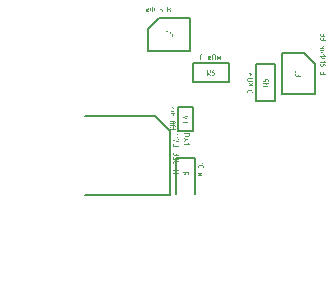
<source format=gbr>
G04 Created by Delta Design Version 2.6.36104.0403*
G04 Date: 11.09.2020 14:45:25*
G04 Project: Programming the device ESP-07*
G04 File name: ASSEMBLY_TOP*
G04 File format: RS274X*

G04 Parameters*
%FSAN2X44Y44D3M2*%
%MIA0B0*%
%MOMM*%
%IOA0B0*%
%SFA1B1*%
%IJ*%
%IR0*%
G04 End parameters*
G04 Aperture macros*

G04 End Aperture macros*
G04 Apertures*
%ADD10C,.200000*%
G04 End apertures*
G04 Layers*
%LNASSEMBLY_TOP*%
%SRX1Y1I0J0*%
G36*
G01X00027994Y00029493D02*
G01X00027994Y00031240D01*
G01X00027979Y00031349D01*
G01X00027932Y00031427D01*
G01X00027854Y00031473D01*
G01X00027745Y00031489D01*
G01X00023254Y00031489D01*
G01X00023145Y00031473D01*
G01X00023067Y00031427D01*
G01X00023021Y00031349D01*
G01X00023005Y00031240D01*
G01X00023005Y00029493D01*
G01X00023023Y00029294D01*
G01X00023079Y00029110D01*
G01X00023170Y00028941D01*
G01X00023299Y00028788D01*
G01X00023453Y00028660D01*
G01X00023622Y00028569D01*
G01X00023805Y00028514D01*
G01X00024003Y00028495D01*
G01X00026996Y00028495D01*
G01X00027196Y00028514D01*
G01X00027380Y00028568D01*
G01X00027495Y00028630D01*
G01X00027495Y00029493D01*
G01X00027486Y00029389D01*
G01X00027459Y00029295D01*
G01X00027414Y00029210D01*
G01X00027351Y00029135D01*
G01X00027275Y00029074D01*
G01X00027190Y00029030D01*
G01X00027097Y00029003D01*
G01X00026996Y00028994D01*
G01X00024003Y00028994D01*
G01X00023898Y00029004D01*
G01X00023802Y00029031D01*
G01X00023718Y00029077D01*
G01X00023643Y00029141D01*
G01X00023582Y00029217D01*
G01X00023539Y00029302D01*
G01X00023513Y00029394D01*
G01X00023504Y00029493D01*
G01X00023504Y00030990D01*
G01X00027495Y00030990D01*
G01X00027495Y00029493D01*
G01X00027495Y00028630D01*
G01X00027548Y00028659D01*
G01X00027702Y00028786D01*
G01X00027830Y00028939D01*
G01X00027921Y00029108D01*
G01X00027976Y00029293D01*
G01X00027994Y00029493D01*
G37*
G36*
G01X00028044Y00025715D02*
G01X00028031Y00025790D01*
G01X00027991Y00025854D01*
G01X00027924Y00025908D01*
G01X00027830Y00025950D01*
G01X00023337Y00027451D01*
G01X00023248Y00027469D01*
G01X00023151Y00027448D01*
G01X00023076Y00027387D01*
G01X00023023Y00027306D01*
G01X00023005Y00027212D01*
G01X00023021Y00027135D01*
G01X00023048Y00027077D01*
G01X00023105Y00027021D01*
G01X00023177Y00026984D01*
G01X00024256Y00026624D01*
G01X00024256Y00024814D01*
G01X00023177Y00024454D01*
G01X00023079Y00024398D01*
G01X00023030Y00024338D01*
G01X00023005Y00024226D01*
G01X00023022Y00024134D01*
G01X00023073Y00024051D01*
G01X00023156Y00023989D01*
G01X00023248Y00023969D01*
G01X00023337Y00023987D01*
G01X00026964Y00025192D01*
G01X00026964Y00025715D01*
G01X00024766Y00024981D01*
G01X00024766Y00026453D01*
G01X00026964Y00025715D01*
G01X00026964Y00025192D01*
G01X00027830Y00025480D01*
G01X00027924Y00025523D01*
G01X00027991Y00025576D01*
G01X00028031Y00025640D01*
G01X00028044Y00025715D01*
G37*
G36*
G01X00023255Y00021510D02*
G01X00023148Y00021528D01*
G01X00023066Y00021582D01*
G01X00023020Y00021660D01*
G01X00023005Y00021760D01*
G01X00023021Y00021853D01*
G01X00023067Y00021934D01*
G01X00023145Y00021990D01*
G01X00023254Y00022009D01*
G01X00027146Y00022009D01*
G01X00026572Y00022583D01*
G01X00026516Y00022663D01*
G01X00026498Y00022754D01*
G01X00026516Y00022842D01*
G01X00026572Y00022929D01*
G01X00026656Y00022987D01*
G01X00026751Y00023007D01*
G01X00026836Y00022988D01*
G01X00026922Y00022932D01*
G01X00027920Y00021934D01*
G01X00028001Y00021831D01*
G01X00028023Y00021775D01*
G01X00028031Y00021713D01*
G01X00028012Y00021647D01*
G01X00027956Y00021571D01*
G01X00027864Y00021525D01*
G01X00027746Y00021510D01*
G01X00023255Y00021510D01*
G37*

G36*
G01X00013997Y00038756D02*
G01X00013997Y00040752D01*
G01X00014013Y00040861D01*
G01X00014059Y00040939D01*
G01X00014137Y00040985D01*
G01X00014246Y00041001D01*
G01X00018737Y00041001D01*
G01X00018833Y00040982D01*
G01X00018922Y00040926D01*
G01X00018970Y00040845D01*
G01X00018986Y00040752D01*
G01X00018971Y00040660D01*
G01X00018924Y00040579D01*
G01X00018846Y00040521D01*
G01X00018737Y00040502D01*
G01X00014496Y00040502D01*
G01X00014496Y00038756D01*
G01X00014477Y00038660D01*
G01X00014419Y00038579D01*
G01X00014338Y00038525D01*
G01X00014246Y00038506D01*
G01X00014162Y00038522D01*
G01X00014079Y00038569D01*
G01X00014017Y00038647D01*
G01X00013997Y00038756D01*
G37*
G36*
G01X00018986Y00035512D02*
G01X00018986Y00037259D01*
G01X00018971Y00037368D01*
G01X00018924Y00037446D01*
G01X00018846Y00037492D01*
G01X00018737Y00037508D01*
G01X00014246Y00037508D01*
G01X00014137Y00037492D01*
G01X00014059Y00037446D01*
G01X00014013Y00037368D01*
G01X00013997Y00037259D01*
G01X00013997Y00035512D01*
G01X00014015Y00035313D01*
G01X00014071Y00035129D01*
G01X00014162Y00034960D01*
G01X00014291Y00034807D01*
G01X00014445Y00034679D01*
G01X00014614Y00034588D01*
G01X00014797Y00034533D01*
G01X00014995Y00034514D01*
G01X00017988Y00034514D01*
G01X00018188Y00034533D01*
G01X00018372Y00034587D01*
G01X00018487Y00034649D01*
G01X00018487Y00035512D01*
G01X00018478Y00035408D01*
G01X00018451Y00035314D01*
G01X00018406Y00035229D01*
G01X00018343Y00035154D01*
G01X00018267Y00035093D01*
G01X00018182Y00035049D01*
G01X00018089Y00035022D01*
G01X00017988Y00035013D01*
G01X00014995Y00035013D01*
G01X00014890Y00035023D01*
G01X00014794Y00035050D01*
G01X00014710Y00035096D01*
G01X00014635Y00035160D01*
G01X00014574Y00035236D01*
G01X00014531Y00035321D01*
G01X00014505Y00035413D01*
G01X00014496Y00035512D01*
G01X00014496Y00037009D01*
G01X00018487Y00037009D01*
G01X00018487Y00035512D01*
G01X00018487Y00034649D01*
G01X00018540Y00034678D01*
G01X00018694Y00034805D01*
G01X00018822Y00034958D01*
G01X00018913Y00035127D01*
G01X00018968Y00035312D01*
G01X00018986Y00035512D01*
G37*
G36*
G01X00014247Y00032020D02*
G01X00014140Y00032038D01*
G01X00014058Y00032092D01*
G01X00014012Y00032170D01*
G01X00013997Y00032270D01*
G01X00014013Y00032363D01*
G01X00014059Y00032444D01*
G01X00014137Y00032500D01*
G01X00014246Y00032519D01*
G01X00018138Y00032519D01*
G01X00017564Y00033093D01*
G01X00017508Y00033173D01*
G01X00017490Y00033264D01*
G01X00017508Y00033352D01*
G01X00017564Y00033439D01*
G01X00017648Y00033497D01*
G01X00017743Y00033517D01*
G01X00017828Y00033498D01*
G01X00017914Y00033442D01*
G01X00018912Y00032444D01*
G01X00018993Y00032341D01*
G01X00019015Y00032285D01*
G01X00019023Y00032223D01*
G01X00019004Y00032157D01*
G01X00018948Y00032081D01*
G01X00018856Y00032035D01*
G01X00018738Y00032020D01*
G01X00014247Y00032020D01*
G37*
G36*
G01X00014247Y00029525D02*
G01X00014140Y00029543D01*
G01X00014058Y00029597D01*
G01X00014012Y00029675D01*
G01X00013997Y00029775D01*
G01X00014013Y00029868D01*
G01X00014059Y00029949D01*
G01X00014137Y00030005D01*
G01X00014246Y00030024D01*
G01X00018138Y00030024D01*
G01X00017564Y00030598D01*
G01X00017508Y00030678D01*
G01X00017490Y00030769D01*
G01X00017508Y00030857D01*
G01X00017564Y00030944D01*
G01X00017648Y00031002D01*
G01X00017743Y00031022D01*
G01X00017828Y00031003D01*
G01X00017914Y00030947D01*
G01X00018912Y00029949D01*
G01X00018993Y00029846D01*
G01X00019015Y00029790D01*
G01X00019023Y00029728D01*
G01X00019004Y00029662D01*
G01X00018948Y00029586D01*
G01X00018856Y00029540D01*
G01X00018738Y00029525D01*
G01X00014247Y00029525D01*
G37*
G36*
G01X00014247Y00027030D02*
G01X00014140Y00027048D01*
G01X00014058Y00027102D01*
G01X00014012Y00027180D01*
G01X00013997Y00027280D01*
G01X00014013Y00027373D01*
G01X00014059Y00027454D01*
G01X00014137Y00027510D01*
G01X00014246Y00027529D01*
G01X00018138Y00027529D01*
G01X00017564Y00028103D01*
G01X00017508Y00028183D01*
G01X00017490Y00028274D01*
G01X00017508Y00028362D01*
G01X00017564Y00028449D01*
G01X00017648Y00028507D01*
G01X00017743Y00028527D01*
G01X00017828Y00028508D01*
G01X00017914Y00028452D01*
G01X00018912Y00027454D01*
G01X00018993Y00027351D01*
G01X00019015Y00027295D01*
G01X00019023Y00027233D01*
G01X00019004Y00027167D01*
G01X00018948Y00027091D01*
G01X00018856Y00027045D01*
G01X00018738Y00027030D01*
G01X00014247Y00027030D01*
G37*
G36*
G01X00018487Y00025533D02*
G01X00018238Y00025533D01*
G01X00018132Y00025551D01*
G01X00018049Y00025604D01*
G01X00018004Y00025683D01*
G01X00017988Y00025783D01*
G01X00018004Y00025876D01*
G01X00018051Y00025957D01*
G01X00018129Y00026013D01*
G01X00018238Y00026032D01*
G01X00018737Y00026032D01*
G01X00018846Y00026016D01*
G01X00018924Y00025970D01*
G01X00018971Y00025892D01*
G01X00018986Y00025783D01*
G01X00018986Y00023787D01*
G01X00018973Y00023676D01*
G01X00018935Y00023597D01*
G01X00018870Y00023550D01*
G01X00018780Y00023534D01*
G01X00018673Y00023548D01*
G01X00014182Y00024795D01*
G01X00014112Y00024821D01*
G01X00014052Y00024877D01*
G01X00014011Y00024951D01*
G01X00013997Y00025031D01*
G01X00014013Y00025131D01*
G01X00014059Y00025212D01*
G01X00014135Y00025266D01*
G01X00014236Y00025284D01*
G01X00014281Y00025281D01*
G01X00014311Y00025273D01*
G01X00018487Y00024115D01*
G01X00018487Y00025533D01*
G37*
G36*
G01X00018986Y00020544D02*
G01X00018986Y00022291D01*
G01X00018971Y00022400D01*
G01X00018924Y00022478D01*
G01X00018846Y00022524D01*
G01X00018737Y00022540D01*
G01X00014246Y00022540D01*
G01X00014137Y00022524D01*
G01X00014059Y00022478D01*
G01X00014013Y00022400D01*
G01X00013997Y00022291D01*
G01X00013997Y00020544D01*
G01X00014015Y00020345D01*
G01X00014071Y00020161D01*
G01X00014162Y00019992D01*
G01X00014291Y00019839D01*
G01X00014445Y00019711D01*
G01X00014614Y00019620D01*
G01X00014797Y00019565D01*
G01X00014995Y00019546D01*
G01X00017988Y00019546D01*
G01X00018188Y00019565D01*
G01X00018372Y00019619D01*
G01X00018487Y00019681D01*
G01X00018487Y00020544D01*
G01X00018478Y00020440D01*
G01X00018451Y00020346D01*
G01X00018406Y00020261D01*
G01X00018343Y00020186D01*
G01X00018267Y00020125D01*
G01X00018182Y00020081D01*
G01X00018089Y00020054D01*
G01X00017988Y00020045D01*
G01X00014995Y00020045D01*
G01X00014890Y00020055D01*
G01X00014794Y00020082D01*
G01X00014710Y00020128D01*
G01X00014635Y00020192D01*
G01X00014574Y00020268D01*
G01X00014531Y00020353D01*
G01X00014505Y00020445D01*
G01X00014496Y00020544D01*
G01X00014496Y00022041D01*
G01X00018487Y00022041D01*
G01X00018487Y00020544D01*
G01X00018487Y00019681D01*
G01X00018540Y00019710D01*
G01X00018694Y00019837D01*
G01X00018822Y00019990D01*
G01X00018913Y00020159D01*
G01X00018968Y00020344D01*
G01X00018986Y00020544D01*
G37*
G36*
G01X00018487Y00017301D02*
G01X00018487Y00018299D01*
G01X00018504Y00018402D01*
G01X00018555Y00018484D01*
G01X00018642Y00018532D01*
G01X00018737Y00018548D01*
G01X00018821Y00018532D01*
G01X00018904Y00018486D01*
G01X00018966Y00018408D01*
G01X00018986Y00018299D01*
G01X00018986Y00015804D01*
G01X00018967Y00015708D01*
G01X00018910Y00015628D01*
G01X00018828Y00015573D01*
G01X00018737Y00015554D01*
G01X00018652Y00015570D01*
G01X00018569Y00015617D01*
G01X00018508Y00015695D01*
G01X00018487Y00015804D01*
G01X00018487Y00016802D01*
G01X00014246Y00016802D01*
G01X00014140Y00016820D01*
G01X00014058Y00016873D01*
G01X00014012Y00016951D01*
G01X00013997Y00017051D01*
G01X00014013Y00017145D01*
G01X00014059Y00017226D01*
G01X00014137Y00017282D01*
G01X00014246Y00017301D01*
G01X00018487Y00017301D01*
G37*
G36*
G01X00018480Y00013334D02*
G01X00018480Y00014332D01*
G01X00018498Y00014435D01*
G01X00018552Y00014517D01*
G01X00018633Y00014565D01*
G01X00018730Y00014581D01*
G01X00018817Y00014565D01*
G01X00018899Y00014515D01*
G01X00018959Y00014436D01*
G01X00018979Y00014332D01*
G01X00018979Y00013334D01*
G01X00018955Y00013056D01*
G01X00018884Y00012808D01*
G01X00018765Y00012589D01*
G01X00018598Y00012400D01*
G01X00018411Y00012263D01*
G01X00018205Y00012165D01*
G01X00017981Y00012106D01*
G01X00017739Y00012086D01*
G01X00017449Y00012116D01*
G01X00017183Y00012206D01*
G01X00017060Y00012273D01*
G01X00016942Y00012357D01*
G01X00016832Y00012456D01*
G01X00016727Y00012571D01*
G01X00016539Y00012381D01*
G01X00016302Y00012225D01*
G01X00016168Y00012165D01*
G01X00016031Y00012121D01*
G01X00015888Y00012095D01*
G01X00015741Y00012086D01*
G01X00015243Y00012086D01*
G01X00014997Y00012109D01*
G01X00014769Y00012178D01*
G01X00014558Y00012293D01*
G01X00014365Y00012453D01*
G01X00014204Y00012646D01*
G01X00014089Y00012857D01*
G01X00014020Y00013086D01*
G01X00013997Y00013334D01*
G01X00013997Y00014332D01*
G01X00014014Y00014435D01*
G01X00014065Y00014517D01*
G01X00014151Y00014565D01*
G01X00014246Y00014581D01*
G01X00014331Y00014565D01*
G01X00014414Y00014519D01*
G01X00014475Y00014441D01*
G01X00014496Y00014332D01*
G01X00014496Y00013334D01*
G01X00014510Y00013184D01*
G01X00014551Y00013046D01*
G01X00014619Y00012920D01*
G01X00014715Y00012804D01*
G01X00014830Y00012709D01*
G01X00014956Y00012640D01*
G01X00015094Y00012599D01*
G01X00015243Y00012585D01*
G01X00015741Y00012585D01*
G01X00015889Y00012599D01*
G01X00016026Y00012639D01*
G01X00016152Y00012707D01*
G01X00016268Y00012801D01*
G01X00016364Y00012915D01*
G01X00016433Y00013042D01*
G01X00016474Y00013181D01*
G01X00016488Y00013334D01*
G01X00016488Y00013833D01*
G01X00016505Y00013936D01*
G01X00016556Y00014018D01*
G01X00016642Y00014066D01*
G01X00016738Y00014082D01*
G01X00016822Y00014066D01*
G01X00016905Y00014020D01*
G01X00016967Y00013942D01*
G01X00016987Y00013833D01*
G01X00016987Y00013334D01*
G01X00017002Y00013175D01*
G01X00017047Y00013032D01*
G01X00017121Y00012903D01*
G01X00017226Y00012788D01*
G01X00017339Y00012709D01*
G01X00017464Y00012652D01*
G01X00017601Y00012618D01*
G01X00017750Y00012607D01*
G01X00017895Y00012618D01*
G01X00018027Y00012650D01*
G01X00018146Y00012705D01*
G01X00018252Y00012781D01*
G01X00018352Y00012891D01*
G01X00018423Y00013019D01*
G01X00018466Y00013167D01*
G01X00018480Y00013334D01*
G37*
G36*
G01X00018480Y00009842D02*
G01X00018480Y00010840D01*
G01X00018498Y00010943D01*
G01X00018552Y00011025D01*
G01X00018633Y00011073D01*
G01X00018730Y00011089D01*
G01X00018817Y00011073D01*
G01X00018899Y00011023D01*
G01X00018959Y00010944D01*
G01X00018979Y00010840D01*
G01X00018979Y00009842D01*
G01X00018955Y00009564D01*
G01X00018884Y00009316D01*
G01X00018765Y00009097D01*
G01X00018598Y00008908D01*
G01X00018411Y00008771D01*
G01X00018205Y00008673D01*
G01X00017981Y00008614D01*
G01X00017739Y00008594D01*
G01X00017449Y00008624D01*
G01X00017183Y00008714D01*
G01X00017060Y00008781D01*
G01X00016942Y00008865D01*
G01X00016832Y00008964D01*
G01X00016727Y00009079D01*
G01X00016539Y00008889D01*
G01X00016302Y00008733D01*
G01X00016168Y00008673D01*
G01X00016031Y00008629D01*
G01X00015888Y00008603D01*
G01X00015741Y00008594D01*
G01X00015243Y00008594D01*
G01X00014997Y00008617D01*
G01X00014769Y00008686D01*
G01X00014558Y00008801D01*
G01X00014365Y00008961D01*
G01X00014204Y00009154D01*
G01X00014089Y00009365D01*
G01X00014020Y00009594D01*
G01X00013997Y00009842D01*
G01X00013997Y00010840D01*
G01X00014014Y00010943D01*
G01X00014065Y00011025D01*
G01X00014151Y00011073D01*
G01X00014246Y00011089D01*
G01X00014331Y00011073D01*
G01X00014414Y00011027D01*
G01X00014475Y00010949D01*
G01X00014496Y00010840D01*
G01X00014496Y00009842D01*
G01X00014510Y00009692D01*
G01X00014551Y00009554D01*
G01X00014619Y00009428D01*
G01X00014715Y00009312D01*
G01X00014830Y00009217D01*
G01X00014956Y00009148D01*
G01X00015094Y00009107D01*
G01X00015243Y00009093D01*
G01X00015741Y00009093D01*
G01X00015889Y00009107D01*
G01X00016026Y00009147D01*
G01X00016152Y00009215D01*
G01X00016268Y00009309D01*
G01X00016364Y00009423D01*
G01X00016433Y00009550D01*
G01X00016474Y00009689D01*
G01X00016488Y00009842D01*
G01X00016488Y00010341D01*
G01X00016505Y00010444D01*
G01X00016556Y00010526D01*
G01X00016642Y00010574D01*
G01X00016738Y00010590D01*
G01X00016822Y00010574D01*
G01X00016905Y00010528D01*
G01X00016967Y00010450D01*
G01X00016987Y00010341D01*
G01X00016987Y00009842D01*
G01X00017002Y00009683D01*
G01X00017047Y00009540D01*
G01X00017121Y00009411D01*
G01X00017226Y00009296D01*
G01X00017339Y00009217D01*
G01X00017464Y00009160D01*
G01X00017601Y00009126D01*
G01X00017750Y00009115D01*
G01X00017895Y00009126D01*
G01X00018027Y00009158D01*
G01X00018146Y00009213D01*
G01X00018252Y00009289D01*
G01X00018352Y00009399D01*
G01X00018423Y00009527D01*
G01X00018466Y00009675D01*
G01X00018480Y00009842D01*
G37*
G36*
G01X00013997Y00005326D02*
G01X00013997Y00006573D01*
G01X00014015Y00006769D01*
G01X00014070Y00006952D01*
G01X00014160Y00007120D01*
G01X00014287Y00007275D01*
G01X00014441Y00007405D01*
G01X00014610Y00007497D01*
G01X00014794Y00007553D01*
G01X00014995Y00007571D01*
G01X00017988Y00007571D01*
G01X00018189Y00007553D01*
G01X00018374Y00007498D01*
G01X00018543Y00007408D01*
G01X00018696Y00007281D01*
G01X00018823Y00007127D01*
G01X00018914Y00006959D01*
G01X00018968Y00006774D01*
G01X00018986Y00006573D01*
G01X00018986Y00005326D01*
G01X00018967Y00005230D01*
G01X00018910Y00005149D01*
G01X00018828Y00005095D01*
G01X00018737Y00005076D01*
G01X00018652Y00005092D01*
G01X00018569Y00005139D01*
G01X00018508Y00005217D01*
G01X00018487Y00005326D01*
G01X00018487Y00006573D01*
G01X00018478Y00006674D01*
G01X00018452Y00006767D01*
G01X00018407Y00006853D01*
G01X00018345Y00006930D01*
G01X00018269Y00006992D01*
G01X00018183Y00007037D01*
G01X00018089Y00007063D01*
G01X00017988Y00007072D01*
G01X00014995Y00007072D01*
G01X00014894Y00007063D01*
G01X00014801Y00007037D01*
G01X00014716Y00006992D01*
G01X00014638Y00006930D01*
G01X00014532Y00006769D01*
G01X00014505Y00006667D01*
G01X00014496Y00006573D01*
G01X00014496Y00005326D01*
G01X00014477Y00005230D01*
G01X00014419Y00005149D01*
G01X00014338Y00005095D01*
G01X00014246Y00005076D01*
G01X00014162Y00005092D01*
G01X00014079Y00005139D01*
G01X00014017Y00005217D01*
G01X00013997Y00005326D01*
G37*
G36*
G01X00018487Y00002831D02*
G01X00018487Y00003829D01*
G01X00018504Y00003932D01*
G01X00018555Y00004014D01*
G01X00018642Y00004062D01*
G01X00018737Y00004078D01*
G01X00018821Y00004062D01*
G01X00018904Y00004016D01*
G01X00018966Y00003938D01*
G01X00018986Y00003829D01*
G01X00018986Y00001334D01*
G01X00018967Y00001238D01*
G01X00018910Y00001158D01*
G01X00018828Y00001103D01*
G01X00018737Y00001084D01*
G01X00018652Y00001100D01*
G01X00018569Y00001147D01*
G01X00018508Y00001225D01*
G01X00018487Y00001334D01*
G01X00018487Y00002332D01*
G01X00014246Y00002332D01*
G01X00014140Y00002350D01*
G01X00014058Y00002403D01*
G01X00014012Y00002481D01*
G01X00013997Y00002581D01*
G01X00014013Y00002675D01*
G01X00014059Y00002756D01*
G01X00014137Y00002812D01*
G01X00014246Y00002831D01*
G01X00018487Y00002831D01*
G37*
G36*
G01X00018986Y-00001909D02*
G01X00018986Y-00000162D01*
G01X00018971Y-00000053D01*
G01X00018924Y00000025D01*
G01X00018846Y00000071D01*
G01X00018737Y00000087D01*
G01X00014246Y00000087D01*
G01X00014137Y00000068D01*
G01X00014059Y00000012D01*
G01X00014013Y-00000069D01*
G01X00013997Y-00000162D01*
G01X00014012Y-00000262D01*
G01X00014058Y-00000341D01*
G01X00014140Y-00000394D01*
G01X00014246Y-00000412D01*
G01X00015993Y-00000412D01*
G01X00015993Y-00001271D01*
G01X00014111Y-00002447D01*
G01X00014052Y-00002496D01*
G01X00014018Y-00002543D01*
G01X00013997Y-00002646D01*
G01X00014015Y-00002742D01*
G01X00014068Y-00002828D01*
G01X00014151Y-00002887D01*
G01X00014243Y-00002907D01*
G01X00014325Y-00002885D01*
G01X00014382Y-00002867D01*
G01X00015993Y-00001859D01*
G01X00015993Y-00001909D01*
G01X00016011Y-00002108D01*
G01X00016066Y-00002292D01*
G01X00016158Y-00002461D01*
G01X00016287Y-00002614D01*
G01X00016441Y-00002742D01*
G01X00016610Y-00002833D01*
G01X00016793Y-00002888D01*
G01X00016991Y-00002907D01*
G01X00017988Y-00002907D01*
G01X00018188Y-00002888D01*
G01X00018372Y-00002834D01*
G01X00018487Y-00002772D01*
G01X00018487Y-00001909D01*
G01X00018478Y-00002013D01*
G01X00018451Y-00002107D01*
G01X00018406Y-00002192D01*
G01X00018343Y-00002267D01*
G01X00018267Y-00002328D01*
G01X00018182Y-00002372D01*
G01X00018089Y-00002399D01*
G01X00017988Y-00002408D01*
G01X00016991Y-00002408D01*
G01X00016885Y-00002398D01*
G01X00016790Y-00002371D01*
G01X00016705Y-00002325D01*
G01X00016631Y-00002261D01*
G01X00016570Y-00002185D01*
G01X00016526Y-00002100D01*
G01X00016500Y-00002008D01*
G01X00016492Y-00001909D01*
G01X00016492Y-00000412D01*
G01X00018487Y-00000412D01*
G01X00018487Y-00001909D01*
G01X00018487Y-00002772D01*
G01X00018540Y-00002743D01*
G01X00018694Y-00002616D01*
G01X00018822Y-00002463D01*
G01X00018913Y-00002294D01*
G01X00018968Y-00002109D01*
G01X00018986Y-00001909D01*
G37*

G36*
G01X-00110004Y00063252D02*
G01X-00110004Y00062005D01*
G01X-00110022Y00061809D01*
G01X-00110077Y00061626D01*
G01X-00110167Y00061458D01*
G01X-00110294Y00061303D01*
G01X-00110448Y00061173D01*
G01X-00110617Y00061081D01*
G01X-00110801Y00061025D01*
G01X-00111002Y00061007D01*
G01X-00113995Y00061007D01*
G01X-00114196Y00061025D01*
G01X-00114381Y00061080D01*
G01X-00114550Y00061170D01*
G01X-00114703Y00061297D01*
G01X-00114830Y00061451D01*
G01X-00114921Y00061619D01*
G01X-00114975Y00061804D01*
G01X-00114993Y00062005D01*
G01X-00114993Y00063252D01*
G01X-00114974Y00063348D01*
G01X-00114917Y00063429D01*
G01X-00114835Y00063483D01*
G01X-00114744Y00063502D01*
G01X-00114659Y00063486D01*
G01X-00114576Y00063439D01*
G01X-00114515Y00063361D01*
G01X-00114494Y00063252D01*
G01X-00114494Y00062005D01*
G01X-00114485Y00061904D01*
G01X-00114459Y00061811D01*
G01X-00114414Y00061725D01*
G01X-00114352Y00061648D01*
G01X-00114276Y00061586D01*
G01X-00114190Y00061541D01*
G01X-00114096Y00061515D01*
G01X-00113995Y00061506D01*
G01X-00111002Y00061506D01*
G01X-00110901Y00061515D01*
G01X-00110808Y00061541D01*
G01X-00110723Y00061586D01*
G01X-00110645Y00061648D01*
G01X-00110539Y00061809D01*
G01X-00110512Y00061911D01*
G01X-00110503Y00062005D01*
G01X-00110503Y00063252D01*
G01X-00110484Y00063348D01*
G01X-00110426Y00063429D01*
G01X-00110345Y00063483D01*
G01X-00110253Y00063502D01*
G01X-00110169Y00063486D01*
G01X-00110086Y00063439D01*
G01X-00110024Y00063361D01*
G01X-00110004Y00063252D01*
G37*
G36*
G01X-00113072Y00066809D02*
G01X-00110503Y00065198D01*
G01X-00110503Y00066745D01*
G01X-00110484Y00066841D01*
G01X-00110426Y00066922D01*
G01X-00110345Y00066976D01*
G01X-00110253Y00066995D01*
G01X-00110169Y00066979D01*
G01X-00110086Y00066932D01*
G01X-00110024Y00066854D01*
G01X-00110004Y00066745D01*
G01X-00110004Y00064749D01*
G01X-00110016Y00064631D01*
G01X-00110054Y00064546D01*
G01X-00110116Y00064495D01*
G01X-00110204Y00064479D01*
G01X-00110289Y00064494D01*
G01X-00110389Y00064539D01*
G01X-00113325Y00066378D01*
G01X-00113517Y00066448D01*
G01X-00113700Y00066471D01*
G01X-00113855Y00066455D01*
G01X-00113999Y00066408D01*
G01X-00114133Y00066331D01*
G01X-00114256Y00066222D01*
G01X-00114354Y00066095D01*
G01X-00114430Y00065948D01*
G01X-00114478Y00065785D01*
G01X-00114494Y00065610D01*
G01X-00114469Y00065425D01*
G01X-00114395Y00065247D01*
G01X-00114268Y00065088D01*
G01X-00114109Y00064959D01*
G01X-00114064Y00064921D01*
G01X-00114020Y00064863D01*
G01X-00113995Y00064753D01*
G01X-00114013Y00064660D01*
G01X-00114065Y00064576D01*
G01X-00114143Y00064516D01*
G01X-00114238Y00064496D01*
G01X-00114298Y00064507D01*
G01X-00114380Y00064539D01*
G01X-00114508Y00064632D01*
G01X-00114624Y00064740D01*
G01X-00114727Y00064864D01*
G01X-00114819Y00065002D01*
G01X-00114892Y00065146D01*
G01X-00114947Y00065291D01*
G01X-00114982Y00065435D01*
G01X-00114993Y00065576D01*
G01X-00114969Y00065857D01*
G01X-00114897Y00066116D01*
G01X-00114776Y00066352D01*
G01X-00114607Y00066565D01*
G01X-00114404Y00066742D01*
G01X-00114183Y00066869D01*
G01X-00113943Y00066944D01*
G01X-00113685Y00066970D01*
G01X-00113532Y00066960D01*
G01X-00113379Y00066930D01*
G01X-00113226Y00066879D01*
G01X-00113072Y00066809D01*
G37*

G36*
G01X-00121143Y00055352D02*
G01X-00121036Y00055334D01*
G01X-00120954Y00055280D01*
G01X-00120908Y00055202D01*
G01X-00120893Y00055102D01*
G01X-00120909Y00055009D01*
G01X-00120955Y00054928D01*
G01X-00121033Y00054872D01*
G01X-00121142Y00054853D01*
G01X-00125034Y00054853D01*
G01X-00124460Y00054279D01*
G01X-00124404Y00054199D01*
G01X-00124386Y00054108D01*
G01X-00124404Y00054020D01*
G01X-00124460Y00053933D01*
G01X-00124544Y00053875D01*
G01X-00124639Y00053855D01*
G01X-00124724Y00053874D01*
G01X-00124810Y00053930D01*
G01X-00125808Y00054928D01*
G01X-00125889Y00055031D01*
G01X-00125911Y00055087D01*
G01X-00125919Y00055149D01*
G01X-00125900Y00055215D01*
G01X-00125844Y00055291D01*
G01X-00125752Y00055337D01*
G01X-00125634Y00055352D01*
G01X-00121143Y00055352D01*
G37*
G36*
G01X-00120893Y00057448D02*
G01X-00120893Y00057747D01*
G01X-00120913Y00057968D01*
G01X-00120975Y00058171D01*
G01X-00121076Y00058357D01*
G01X-00121219Y00058526D01*
G01X-00121390Y00058665D01*
G01X-00121575Y00058765D01*
G01X-00121775Y00058825D01*
G01X-00121991Y00058845D01*
G01X-00124785Y00058845D01*
G01X-00125006Y00058824D01*
G01X-00125209Y00058763D01*
G01X-00125395Y00058661D01*
G01X-00125563Y00058518D01*
G01X-00125703Y00058348D01*
G01X-00125803Y00058163D01*
G01X-00125862Y00057962D01*
G01X-00125882Y00057747D01*
G01X-00125882Y00057448D01*
G01X-00125862Y00057228D01*
G01X-00125800Y00057025D01*
G01X-00125697Y00056840D01*
G01X-00125553Y00056671D01*
G01X-00125381Y00056530D01*
G01X-00125196Y00056430D01*
G01X-00124997Y00056370D01*
G01X-00124785Y00056350D01*
G01X-00121991Y00056350D01*
G01X-00121768Y00056370D01*
G01X-00121564Y00056431D01*
G01X-00121392Y00056525D01*
G01X-00121392Y00057448D01*
G01X-00121403Y00057328D01*
G01X-00121436Y00057217D01*
G01X-00121491Y00057115D01*
G01X-00121568Y00057023D01*
G01X-00121661Y00056947D01*
G01X-00121762Y00056893D01*
G01X-00121872Y00056860D01*
G01X-00121991Y00056849D01*
G01X-00124785Y00056849D01*
G01X-00124905Y00056860D01*
G01X-00125015Y00056893D01*
G01X-00125117Y00056948D01*
G01X-00125209Y00057025D01*
G01X-00125285Y00057118D01*
G01X-00125340Y00057219D01*
G01X-00125372Y00057329D01*
G01X-00125383Y00057448D01*
G01X-00125383Y00057747D01*
G01X-00125372Y00057868D01*
G01X-00125339Y00057980D01*
G01X-00125284Y00058081D01*
G01X-00125207Y00058173D01*
G01X-00125114Y00058248D01*
G01X-00125013Y00058302D01*
G01X-00124903Y00058335D01*
G01X-00124785Y00058346D01*
G01X-00121991Y00058346D01*
G01X-00121868Y00058335D01*
G01X-00121755Y00058301D01*
G01X-00121654Y00058245D01*
G01X-00121563Y00058167D01*
G01X-00121488Y00058074D01*
G01X-00121435Y00057973D01*
G01X-00121403Y00057864D01*
G01X-00121392Y00057747D01*
G01X-00121392Y00057448D01*
G01X-00121392Y00056525D01*
G01X-00121378Y00056533D01*
G01X-00121210Y00056676D01*
G01X-00121071Y00056847D01*
G01X-00120972Y00057032D01*
G01X-00120913Y00057232D01*
G01X-00120893Y00057448D01*
G37*
G36*
G01X-00120893Y00060940D02*
G01X-00120893Y00061239D01*
G01X-00120913Y00061460D01*
G01X-00120975Y00061663D01*
G01X-00121076Y00061849D01*
G01X-00121219Y00062018D01*
G01X-00121390Y00062157D01*
G01X-00121575Y00062257D01*
G01X-00121775Y00062317D01*
G01X-00121991Y00062337D01*
G01X-00124785Y00062337D01*
G01X-00125006Y00062316D01*
G01X-00125209Y00062255D01*
G01X-00125395Y00062153D01*
G01X-00125563Y00062010D01*
G01X-00125703Y00061840D01*
G01X-00125803Y00061655D01*
G01X-00125862Y00061454D01*
G01X-00125882Y00061239D01*
G01X-00125882Y00060940D01*
G01X-00125862Y00060720D01*
G01X-00125800Y00060517D01*
G01X-00125697Y00060332D01*
G01X-00125553Y00060163D01*
G01X-00125381Y00060022D01*
G01X-00125196Y00059922D01*
G01X-00124997Y00059862D01*
G01X-00124785Y00059842D01*
G01X-00121991Y00059842D01*
G01X-00121768Y00059862D01*
G01X-00121564Y00059923D01*
G01X-00121392Y00060017D01*
G01X-00121392Y00060940D01*
G01X-00121403Y00060820D01*
G01X-00121436Y00060709D01*
G01X-00121491Y00060607D01*
G01X-00121568Y00060515D01*
G01X-00121661Y00060439D01*
G01X-00121762Y00060385D01*
G01X-00121872Y00060352D01*
G01X-00121991Y00060341D01*
G01X-00124785Y00060341D01*
G01X-00124905Y00060352D01*
G01X-00125015Y00060385D01*
G01X-00125117Y00060440D01*
G01X-00125209Y00060517D01*
G01X-00125285Y00060610D01*
G01X-00125340Y00060711D01*
G01X-00125372Y00060821D01*
G01X-00125383Y00060940D01*
G01X-00125383Y00061239D01*
G01X-00125372Y00061360D01*
G01X-00125339Y00061472D01*
G01X-00125284Y00061573D01*
G01X-00125207Y00061665D01*
G01X-00125114Y00061740D01*
G01X-00125013Y00061794D01*
G01X-00124903Y00061827D01*
G01X-00124785Y00061838D01*
G01X-00121991Y00061838D01*
G01X-00121868Y00061827D01*
G01X-00121755Y00061793D01*
G01X-00121654Y00061737D01*
G01X-00121563Y00061659D01*
G01X-00121488Y00061566D01*
G01X-00121435Y00061465D01*
G01X-00121403Y00061356D01*
G01X-00121392Y00061239D01*
G01X-00121392Y00060940D01*
G01X-00121392Y00060017D01*
G01X-00121378Y00060025D01*
G01X-00121210Y00060168D01*
G01X-00121071Y00060339D01*
G01X-00120972Y00060524D01*
G01X-00120913Y00060724D01*
G01X-00120893Y00060940D01*
G37*
G36*
G01X-00122889Y00068325D02*
G01X-00124136Y00068325D01*
G01X-00124232Y00068343D01*
G01X-00124321Y00068399D01*
G01X-00124369Y00068481D01*
G01X-00124386Y00068574D01*
G01X-00124370Y00068665D01*
G01X-00124323Y00068747D01*
G01X-00124245Y00068804D01*
G01X-00124136Y00068824D01*
G01X-00121142Y00068824D01*
G01X-00121036Y00068806D01*
G01X-00120954Y00068752D01*
G01X-00120908Y00068674D01*
G01X-00120893Y00068574D01*
G01X-00120909Y00068481D01*
G01X-00120955Y00068399D01*
G01X-00121033Y00068343D01*
G01X-00121142Y00068325D01*
G01X-00122390Y00068325D01*
G01X-00122390Y00066828D01*
G01X-00121142Y00066828D01*
G01X-00121036Y00066810D01*
G01X-00120954Y00066757D01*
G01X-00120908Y00066678D01*
G01X-00120893Y00066578D01*
G01X-00120909Y00066485D01*
G01X-00120955Y00066404D01*
G01X-00121033Y00066348D01*
G01X-00121142Y00066329D01*
G01X-00124136Y00066329D01*
G01X-00124232Y00066348D01*
G01X-00124321Y00066404D01*
G01X-00124369Y00066485D01*
G01X-00124386Y00066578D01*
G01X-00124370Y00066670D01*
G01X-00124323Y00066751D01*
G01X-00124245Y00066809D01*
G01X-00124136Y00066828D01*
G01X-00122889Y00066828D01*
G01X-00122889Y00068325D01*
G37*
G36*
G01X-00120893Y00071818D02*
G01X-00120908Y00071917D01*
G01X-00120953Y00071996D01*
G01X-00121036Y00072049D01*
G01X-00121142Y00072067D01*
G01X-00121887Y00072067D01*
G01X-00121887Y00072317D01*
G01X-00121915Y00072617D01*
G01X-00121999Y00072893D01*
G01X-00122138Y00073147D01*
G01X-00122333Y00073377D01*
G01X-00122566Y00073568D01*
G01X-00122819Y00073704D01*
G01X-00123093Y00073786D01*
G01X-00123386Y00073813D01*
G01X-00123635Y00073813D01*
G01X-00123937Y00073784D01*
G01X-00124215Y00073696D01*
G01X-00124468Y00073557D01*
G01X-00124695Y00073375D01*
G01X-00124887Y00073144D01*
G01X-00125024Y00072891D01*
G01X-00125106Y00072615D01*
G01X-00125134Y00072317D01*
G01X-00125134Y00072067D01*
G01X-00125633Y00072067D01*
G01X-00125742Y00072048D01*
G01X-00125820Y00071990D01*
G01X-00125867Y00071909D01*
G01X-00125882Y00071818D01*
G01X-00125866Y00071724D01*
G01X-00125818Y00071643D01*
G01X-00125729Y00071587D01*
G01X-00125633Y00071568D01*
G01X-00125134Y00071568D01*
G01X-00125134Y00071319D01*
G01X-00125106Y00071020D01*
G01X-00125023Y00070744D01*
G01X-00124884Y00070491D01*
G01X-00124690Y00070260D01*
G01X-00124457Y00070068D01*
G01X-00124204Y00069932D01*
G01X-00123930Y00069849D01*
G01X-00123635Y00069822D01*
G01X-00123386Y00069822D01*
G01X-00123084Y00069849D01*
G01X-00122806Y00069931D01*
G01X-00122552Y00070067D01*
G01X-00122386Y00070205D01*
G01X-00122386Y00071319D01*
G01X-00122405Y00071120D01*
G01X-00122460Y00070936D01*
G01X-00122552Y00070767D01*
G01X-00122681Y00070613D01*
G01X-00122835Y00070485D01*
G01X-00123004Y00070394D01*
G01X-00123188Y00070339D01*
G01X-00123386Y00070321D01*
G01X-00123636Y00070321D01*
G01X-00123836Y00070339D01*
G01X-00124021Y00070395D01*
G01X-00124191Y00070487D01*
G01X-00124344Y00070617D01*
G01X-00124471Y00070771D01*
G01X-00124562Y00070940D01*
G01X-00124617Y00071122D01*
G01X-00124635Y00071319D01*
G01X-00124635Y00071568D01*
G01X-00122386Y00071568D01*
G01X-00122386Y00072067D01*
G01X-00124635Y00072067D01*
G01X-00124635Y00072317D01*
G01X-00124616Y00072519D01*
G01X-00124560Y00072704D01*
G01X-00124466Y00072873D01*
G01X-00124335Y00073026D01*
G01X-00124179Y00073152D01*
G01X-00124010Y00073242D01*
G01X-00123829Y00073296D01*
G01X-00123636Y00073314D01*
G01X-00123386Y00073314D01*
G01X-00123186Y00073296D01*
G01X-00123002Y00073241D01*
G01X-00122833Y00073150D01*
G01X-00122679Y00073022D01*
G01X-00122551Y00072869D01*
G01X-00122459Y00072700D01*
G01X-00122405Y00072516D01*
G01X-00122386Y00072317D01*
G01X-00122386Y00072067D01*
G01X-00122386Y00071568D01*
G01X-00122386Y00071319D01*
G01X-00122386Y00070205D01*
G01X-00122323Y00070258D01*
G01X-00122132Y00070488D01*
G01X-00121996Y00070742D01*
G01X-00121915Y00071019D01*
G01X-00121887Y00071319D01*
G01X-00121887Y00071568D01*
G01X-00121142Y00071568D01*
G01X-00121033Y00071587D01*
G01X-00120955Y00071643D01*
G01X-00120909Y00071724D01*
G01X-00120893Y00071818D01*
G37*

G36*
G01X00117505Y00082748D02*
G01X00117505Y00083995D01*
G01X00117523Y00084191D01*
G01X00117578Y00084374D01*
G01X00117668Y00084542D01*
G01X00117795Y00084697D01*
G01X00117949Y00084827D01*
G01X00118118Y00084919D01*
G01X00118302Y00084975D01*
G01X00118503Y00084993D01*
G01X00121496Y00084993D01*
G01X00121697Y00084975D01*
G01X00121882Y00084920D01*
G01X00122051Y00084830D01*
G01X00122204Y00084703D01*
G01X00122331Y00084549D01*
G01X00122422Y00084381D01*
G01X00122476Y00084196D01*
G01X00122494Y00083995D01*
G01X00122494Y00082748D01*
G01X00122475Y00082652D01*
G01X00122418Y00082571D01*
G01X00122336Y00082517D01*
G01X00122245Y00082498D01*
G01X00122160Y00082514D01*
G01X00122077Y00082561D01*
G01X00122016Y00082639D01*
G01X00121995Y00082748D01*
G01X00121995Y00083995D01*
G01X00121986Y00084096D01*
G01X00121960Y00084189D01*
G01X00121915Y00084275D01*
G01X00121853Y00084352D01*
G01X00121777Y00084414D01*
G01X00121691Y00084459D01*
G01X00121597Y00084485D01*
G01X00121496Y00084494D01*
G01X00118503Y00084494D01*
G01X00118402Y00084485D01*
G01X00118309Y00084459D01*
G01X00118224Y00084414D01*
G01X00118146Y00084352D01*
G01X00118040Y00084191D01*
G01X00118013Y00084089D01*
G01X00118004Y00083995D01*
G01X00118004Y00082748D01*
G01X00117985Y00082652D01*
G01X00117927Y00082571D01*
G01X00117846Y00082517D01*
G01X00117754Y00082498D01*
G01X00117670Y00082514D01*
G01X00117587Y00082561D01*
G01X00117525Y00082639D01*
G01X00117505Y00082748D01*
G37*
G36*
G01X00121988Y00080278D02*
G01X00121988Y00081276D01*
G01X00122006Y00081379D01*
G01X00122060Y00081461D01*
G01X00122141Y00081509D01*
G01X00122238Y00081525D01*
G01X00122325Y00081509D01*
G01X00122407Y00081459D01*
G01X00122467Y00081380D01*
G01X00122487Y00081276D01*
G01X00122487Y00080278D01*
G01X00122463Y00080000D01*
G01X00122392Y00079752D01*
G01X00122273Y00079533D01*
G01X00122106Y00079344D01*
G01X00121919Y00079207D01*
G01X00121713Y00079109D01*
G01X00121489Y00079050D01*
G01X00121247Y00079030D01*
G01X00120957Y00079060D01*
G01X00120691Y00079150D01*
G01X00120568Y00079217D01*
G01X00120450Y00079301D01*
G01X00120340Y00079400D01*
G01X00120235Y00079515D01*
G01X00120047Y00079325D01*
G01X00119810Y00079169D01*
G01X00119676Y00079109D01*
G01X00119539Y00079065D01*
G01X00119396Y00079039D01*
G01X00119249Y00079030D01*
G01X00118751Y00079030D01*
G01X00118505Y00079053D01*
G01X00118277Y00079122D01*
G01X00118066Y00079237D01*
G01X00117873Y00079397D01*
G01X00117712Y00079590D01*
G01X00117597Y00079801D01*
G01X00117528Y00080030D01*
G01X00117505Y00080278D01*
G01X00117505Y00081276D01*
G01X00117522Y00081379D01*
G01X00117573Y00081461D01*
G01X00117659Y00081509D01*
G01X00117754Y00081525D01*
G01X00117839Y00081509D01*
G01X00117922Y00081463D01*
G01X00117983Y00081385D01*
G01X00118004Y00081276D01*
G01X00118004Y00080278D01*
G01X00118018Y00080128D01*
G01X00118059Y00079990D01*
G01X00118127Y00079864D01*
G01X00118223Y00079748D01*
G01X00118338Y00079653D01*
G01X00118464Y00079584D01*
G01X00118602Y00079543D01*
G01X00118751Y00079529D01*
G01X00119249Y00079529D01*
G01X00119397Y00079543D01*
G01X00119534Y00079583D01*
G01X00119660Y00079651D01*
G01X00119776Y00079745D01*
G01X00119872Y00079859D01*
G01X00119941Y00079986D01*
G01X00119982Y00080125D01*
G01X00119996Y00080278D01*
G01X00119996Y00080777D01*
G01X00120013Y00080880D01*
G01X00120064Y00080962D01*
G01X00120150Y00081010D01*
G01X00120246Y00081026D01*
G01X00120330Y00081010D01*
G01X00120413Y00080964D01*
G01X00120475Y00080886D01*
G01X00120495Y00080777D01*
G01X00120495Y00080278D01*
G01X00120510Y00080119D01*
G01X00120555Y00079976D01*
G01X00120629Y00079847D01*
G01X00120734Y00079732D01*
G01X00120847Y00079653D01*
G01X00120972Y00079596D01*
G01X00121109Y00079562D01*
G01X00121258Y00079551D01*
G01X00121403Y00079562D01*
G01X00121535Y00079594D01*
G01X00121654Y00079649D01*
G01X00121760Y00079725D01*
G01X00121860Y00079835D01*
G01X00121931Y00079963D01*
G01X00121974Y00080111D01*
G01X00121988Y00080278D01*
G37*

G36*
G01X00117505Y00082748D02*
G01X00117505Y00083995D01*
G01X00117523Y00084191D01*
G01X00117578Y00084374D01*
G01X00117668Y00084542D01*
G01X00117795Y00084697D01*
G01X00117949Y00084827D01*
G01X00118118Y00084919D01*
G01X00118302Y00084975D01*
G01X00118503Y00084993D01*
G01X00121496Y00084993D01*
G01X00121697Y00084975D01*
G01X00121882Y00084920D01*
G01X00122051Y00084830D01*
G01X00122204Y00084703D01*
G01X00122331Y00084549D01*
G01X00122422Y00084381D01*
G01X00122476Y00084196D01*
G01X00122494Y00083995D01*
G01X00122494Y00082748D01*
G01X00122475Y00082652D01*
G01X00122418Y00082571D01*
G01X00122336Y00082517D01*
G01X00122245Y00082498D01*
G01X00122160Y00082514D01*
G01X00122077Y00082561D01*
G01X00122016Y00082639D01*
G01X00121995Y00082748D01*
G01X00121995Y00083995D01*
G01X00121986Y00084096D01*
G01X00121960Y00084189D01*
G01X00121915Y00084275D01*
G01X00121853Y00084352D01*
G01X00121777Y00084414D01*
G01X00121691Y00084459D01*
G01X00121597Y00084485D01*
G01X00121496Y00084494D01*
G01X00118503Y00084494D01*
G01X00118402Y00084485D01*
G01X00118309Y00084459D01*
G01X00118224Y00084414D01*
G01X00118146Y00084352D01*
G01X00118040Y00084191D01*
G01X00118013Y00084089D01*
G01X00118004Y00083995D01*
G01X00118004Y00082748D01*
G01X00117985Y00082652D01*
G01X00117927Y00082571D01*
G01X00117846Y00082517D01*
G01X00117754Y00082498D01*
G01X00117670Y00082514D01*
G01X00117587Y00082561D01*
G01X00117525Y00082639D01*
G01X00117505Y00082748D01*
G37*
G36*
G01X00121988Y00080278D02*
G01X00121988Y00081276D01*
G01X00122006Y00081379D01*
G01X00122060Y00081461D01*
G01X00122141Y00081509D01*
G01X00122238Y00081525D01*
G01X00122325Y00081509D01*
G01X00122407Y00081459D01*
G01X00122467Y00081380D01*
G01X00122487Y00081276D01*
G01X00122487Y00080278D01*
G01X00122463Y00080000D01*
G01X00122392Y00079752D01*
G01X00122273Y00079533D01*
G01X00122106Y00079344D01*
G01X00121919Y00079207D01*
G01X00121713Y00079109D01*
G01X00121489Y00079050D01*
G01X00121247Y00079030D01*
G01X00120957Y00079060D01*
G01X00120691Y00079150D01*
G01X00120568Y00079217D01*
G01X00120450Y00079301D01*
G01X00120340Y00079400D01*
G01X00120235Y00079515D01*
G01X00120047Y00079325D01*
G01X00119810Y00079169D01*
G01X00119676Y00079109D01*
G01X00119539Y00079065D01*
G01X00119396Y00079039D01*
G01X00119249Y00079030D01*
G01X00118751Y00079030D01*
G01X00118505Y00079053D01*
G01X00118277Y00079122D01*
G01X00118066Y00079237D01*
G01X00117873Y00079397D01*
G01X00117712Y00079590D01*
G01X00117597Y00079801D01*
G01X00117528Y00080030D01*
G01X00117505Y00080278D01*
G01X00117505Y00081276D01*
G01X00117522Y00081379D01*
G01X00117573Y00081461D01*
G01X00117659Y00081509D01*
G01X00117754Y00081525D01*
G01X00117839Y00081509D01*
G01X00117922Y00081463D01*
G01X00117983Y00081385D01*
G01X00118004Y00081276D01*
G01X00118004Y00080278D01*
G01X00118018Y00080128D01*
G01X00118059Y00079990D01*
G01X00118127Y00079864D01*
G01X00118223Y00079748D01*
G01X00118338Y00079653D01*
G01X00118464Y00079584D01*
G01X00118602Y00079543D01*
G01X00118751Y00079529D01*
G01X00119249Y00079529D01*
G01X00119397Y00079543D01*
G01X00119534Y00079583D01*
G01X00119660Y00079651D01*
G01X00119776Y00079745D01*
G01X00119872Y00079859D01*
G01X00119941Y00079986D01*
G01X00119982Y00080125D01*
G01X00119996Y00080278D01*
G01X00119996Y00080777D01*
G01X00120013Y00080880D01*
G01X00120064Y00080962D01*
G01X00120150Y00081010D01*
G01X00120246Y00081026D01*
G01X00120330Y00081010D01*
G01X00120413Y00080964D01*
G01X00120475Y00080886D01*
G01X00120495Y00080777D01*
G01X00120495Y00080278D01*
G01X00120510Y00080119D01*
G01X00120555Y00079976D01*
G01X00120629Y00079847D01*
G01X00120734Y00079732D01*
G01X00120847Y00079653D01*
G01X00120972Y00079596D01*
G01X00121109Y00079562D01*
G01X00121258Y00079551D01*
G01X00121403Y00079562D01*
G01X00121535Y00079594D01*
G01X00121654Y00079649D01*
G01X00121760Y00079725D01*
G01X00121860Y00079835D01*
G01X00121931Y00079963D01*
G01X00121974Y00080111D01*
G01X00121988Y00080278D01*
G37*

G36*
G01X00142980Y00114279D02*
G01X00142980Y00115277D01*
G01X00142998Y00115380D01*
G01X00143052Y00115462D01*
G01X00143133Y00115510D01*
G01X00143230Y00115526D01*
G01X00143317Y00115510D01*
G01X00143399Y00115460D01*
G01X00143459Y00115381D01*
G01X00143479Y00115277D01*
G01X00143479Y00114279D01*
G01X00143455Y00114001D01*
G01X00143384Y00113753D01*
G01X00143265Y00113534D01*
G01X00143098Y00113345D01*
G01X00142911Y00113208D01*
G01X00142705Y00113110D01*
G01X00142481Y00113051D01*
G01X00142239Y00113031D01*
G01X00141949Y00113061D01*
G01X00141683Y00113151D01*
G01X00141560Y00113218D01*
G01X00141442Y00113302D01*
G01X00141332Y00113401D01*
G01X00141227Y00113516D01*
G01X00141039Y00113326D01*
G01X00140802Y00113170D01*
G01X00140668Y00113110D01*
G01X00140531Y00113066D01*
G01X00140388Y00113040D01*
G01X00140241Y00113031D01*
G01X00139743Y00113031D01*
G01X00139497Y00113054D01*
G01X00139269Y00113123D01*
G01X00139058Y00113238D01*
G01X00138865Y00113398D01*
G01X00138704Y00113591D01*
G01X00138589Y00113802D01*
G01X00138520Y00114031D01*
G01X00138497Y00114279D01*
G01X00138497Y00115277D01*
G01X00138514Y00115380D01*
G01X00138565Y00115462D01*
G01X00138651Y00115510D01*
G01X00138746Y00115526D01*
G01X00138831Y00115510D01*
G01X00138914Y00115464D01*
G01X00138975Y00115386D01*
G01X00138996Y00115277D01*
G01X00138996Y00114279D01*
G01X00139010Y00114129D01*
G01X00139051Y00113991D01*
G01X00139119Y00113865D01*
G01X00139215Y00113749D01*
G01X00139330Y00113654D01*
G01X00139456Y00113585D01*
G01X00139594Y00113544D01*
G01X00139743Y00113530D01*
G01X00140241Y00113530D01*
G01X00140389Y00113544D01*
G01X00140526Y00113584D01*
G01X00140652Y00113652D01*
G01X00140768Y00113746D01*
G01X00140864Y00113860D01*
G01X00140933Y00113987D01*
G01X00140974Y00114126D01*
G01X00140988Y00114279D01*
G01X00140988Y00114778D01*
G01X00141005Y00114881D01*
G01X00141056Y00114963D01*
G01X00141142Y00115011D01*
G01X00141238Y00115027D01*
G01X00141322Y00115011D01*
G01X00141405Y00114965D01*
G01X00141467Y00114887D01*
G01X00141487Y00114778D01*
G01X00141487Y00114279D01*
G01X00141502Y00114120D01*
G01X00141547Y00113977D01*
G01X00141621Y00113848D01*
G01X00141726Y00113733D01*
G01X00141839Y00113654D01*
G01X00141964Y00113597D01*
G01X00142101Y00113563D01*
G01X00142250Y00113552D01*
G01X00142395Y00113563D01*
G01X00142527Y00113595D01*
G01X00142646Y00113650D01*
G01X00142752Y00113726D01*
G01X00142852Y00113836D01*
G01X00142923Y00113964D01*
G01X00142966Y00114112D01*
G01X00142980Y00114279D01*
G37*
G36*
G01X00142980Y00110786D02*
G01X00142980Y00111784D01*
G01X00142998Y00111887D01*
G01X00143052Y00111969D01*
G01X00143133Y00112017D01*
G01X00143230Y00112033D01*
G01X00143317Y00112017D01*
G01X00143399Y00111967D01*
G01X00143459Y00111888D01*
G01X00143479Y00111784D01*
G01X00143479Y00110786D01*
G01X00143455Y00110508D01*
G01X00143384Y00110260D01*
G01X00143265Y00110041D01*
G01X00143098Y00109852D01*
G01X00142911Y00109715D01*
G01X00142705Y00109617D01*
G01X00142481Y00109558D01*
G01X00142239Y00109538D01*
G01X00141949Y00109568D01*
G01X00141683Y00109658D01*
G01X00141560Y00109725D01*
G01X00141442Y00109809D01*
G01X00141332Y00109908D01*
G01X00141227Y00110023D01*
G01X00141039Y00109833D01*
G01X00140802Y00109677D01*
G01X00140668Y00109617D01*
G01X00140531Y00109573D01*
G01X00140388Y00109547D01*
G01X00140241Y00109538D01*
G01X00139743Y00109538D01*
G01X00139497Y00109561D01*
G01X00139269Y00109630D01*
G01X00139058Y00109745D01*
G01X00138865Y00109905D01*
G01X00138704Y00110098D01*
G01X00138589Y00110309D01*
G01X00138520Y00110538D01*
G01X00138497Y00110786D01*
G01X00138497Y00111784D01*
G01X00138514Y00111887D01*
G01X00138565Y00111969D01*
G01X00138651Y00112017D01*
G01X00138746Y00112033D01*
G01X00138831Y00112017D01*
G01X00138914Y00111971D01*
G01X00138975Y00111893D01*
G01X00138996Y00111784D01*
G01X00138996Y00110786D01*
G01X00139010Y00110636D01*
G01X00139051Y00110498D01*
G01X00139119Y00110372D01*
G01X00139215Y00110256D01*
G01X00139330Y00110161D01*
G01X00139456Y00110092D01*
G01X00139594Y00110051D01*
G01X00139743Y00110037D01*
G01X00140241Y00110037D01*
G01X00140389Y00110051D01*
G01X00140526Y00110091D01*
G01X00140652Y00110159D01*
G01X00140768Y00110253D01*
G01X00140864Y00110367D01*
G01X00140933Y00110494D01*
G01X00140974Y00110633D01*
G01X00140988Y00110786D01*
G01X00140988Y00111285D01*
G01X00141005Y00111388D01*
G01X00141056Y00111470D01*
G01X00141142Y00111518D01*
G01X00141238Y00111534D01*
G01X00141322Y00111518D01*
G01X00141405Y00111472D01*
G01X00141467Y00111394D01*
G01X00141487Y00111285D01*
G01X00141487Y00110786D01*
G01X00141502Y00110627D01*
G01X00141547Y00110484D01*
G01X00141621Y00110355D01*
G01X00141726Y00110240D01*
G01X00141839Y00110161D01*
G01X00141964Y00110104D01*
G01X00142101Y00110070D01*
G01X00142250Y00110059D01*
G01X00142395Y00110070D01*
G01X00142527Y00110102D01*
G01X00142646Y00110157D01*
G01X00142752Y00110233D01*
G01X00142852Y00110343D01*
G01X00142923Y00110471D01*
G01X00142966Y00110619D01*
G01X00142980Y00110786D01*
G37*
G36*
G01X00138746Y00102528D02*
G01X00141740Y00102528D01*
G01X00141863Y00102545D01*
G01X00141954Y00102593D01*
G01X00142010Y00102664D01*
G01X00142029Y00102749D01*
G01X00142020Y00102805D01*
G01X00141993Y00102863D01*
G01X00141949Y00102921D01*
G01X00141886Y00102981D01*
G01X00140421Y00104025D01*
G01X00141886Y00105069D01*
G01X00141949Y00105121D01*
G01X00141993Y00105177D01*
G01X00142020Y00105237D01*
G01X00142029Y00105301D01*
G01X00142009Y00105384D01*
G01X00141950Y00105461D01*
G01X00141859Y00105507D01*
G01X00141740Y00105522D01*
G01X00138746Y00105522D01*
G01X00138640Y00105504D01*
G01X00138558Y00105451D01*
G01X00138512Y00105372D01*
G01X00138497Y00105273D01*
G01X00138513Y00105186D01*
G01X00138563Y00105103D01*
G01X00138642Y00105043D01*
G01X00138746Y00105023D01*
G01X00140963Y00105023D01*
G01X00139848Y00104228D01*
G01X00139790Y00104178D01*
G01X00139749Y00104128D01*
G01X00139724Y00104077D01*
G01X00139716Y00104025D01*
G01X00139724Y00103976D01*
G01X00139749Y00103926D01*
G01X00139790Y00103875D01*
G01X00139848Y00103822D01*
G01X00140963Y00103027D01*
G01X00138746Y00103027D01*
G01X00138640Y00103010D01*
G01X00138558Y00102956D01*
G01X00138512Y00102878D01*
G01X00138497Y00102778D01*
G01X00138513Y00102691D01*
G01X00138563Y00102609D01*
G01X00138642Y00102549D01*
G01X00138746Y00102528D01*
G37*
G36*
G01X00140129Y00100522D02*
G01X00139545Y00101081D01*
G01X00138746Y00101081D01*
G01X00138640Y00101099D01*
G01X00138558Y00101152D01*
G01X00138512Y00101231D01*
G01X00138497Y00101330D01*
G01X00138513Y00101424D01*
G01X00138559Y00101505D01*
G01X00138637Y00101561D01*
G01X00138746Y00101580D01*
G01X00141740Y00101580D01*
G01X00141836Y00101561D01*
G01X00141925Y00101505D01*
G01X00141973Y00101424D01*
G01X00141990Y00101330D01*
G01X00141974Y00101239D01*
G01X00141927Y00101158D01*
G01X00141849Y00101100D01*
G01X00141740Y00101081D01*
G01X00140268Y00101081D01*
G01X00141929Y00099499D01*
G01X00141985Y00099427D01*
G01X00142004Y00099338D01*
G01X00141985Y00099255D01*
G01X00141929Y00099164D01*
G01X00141844Y00099108D01*
G01X00141740Y00099089D01*
G01X00141641Y00099109D01*
G01X00141551Y00099171D01*
G01X00140496Y00100172D01*
G01X00138907Y00099146D01*
G01X00138812Y00099103D01*
G01X00138736Y00099089D01*
G01X00138640Y00099109D01*
G01X00138561Y00099171D01*
G01X00138505Y00099252D01*
G01X00138486Y00099345D01*
G01X00138511Y00099440D01*
G01X00138586Y00099524D01*
G01X00140129Y00100522D01*
G37*
G36*
G01X00143486Y00096042D02*
G01X00143470Y00096136D01*
G01X00143422Y00096217D01*
G01X00143333Y00096273D01*
G01X00143237Y00096292D01*
G01X00142738Y00096292D01*
G01X00142738Y00096541D01*
G01X00142710Y00096840D01*
G01X00142627Y00097116D01*
G01X00142488Y00097369D01*
G01X00142294Y00097600D01*
G01X00142061Y00097791D01*
G01X00141808Y00097928D01*
G01X00141534Y00098011D01*
G01X00141239Y00098038D01*
G01X00140990Y00098038D01*
G01X00140688Y00098011D01*
G01X00140410Y00097929D01*
G01X00140156Y00097793D01*
G01X00139927Y00097602D01*
G01X00139736Y00097372D01*
G01X00139600Y00097118D01*
G01X00139519Y00096841D01*
G01X00139491Y00096541D01*
G01X00139491Y00096292D01*
G01X00138746Y00096292D01*
G01X00138637Y00096273D01*
G01X00138559Y00096217D01*
G01X00138513Y00096136D01*
G01X00138497Y00096042D01*
G01X00138512Y00095943D01*
G01X00138557Y00095864D01*
G01X00138640Y00095811D01*
G01X00138746Y00095793D01*
G01X00139491Y00095793D01*
G01X00139491Y00095543D01*
G01X00139519Y00095243D01*
G01X00139603Y00094967D01*
G01X00139742Y00094713D01*
G01X00139937Y00094483D01*
G01X00140170Y00094292D01*
G01X00140423Y00094156D01*
G01X00140697Y00094074D01*
G01X00140990Y00094047D01*
G01X00141239Y00094047D01*
G01X00141541Y00094076D01*
G01X00141819Y00094164D01*
G01X00142072Y00094303D01*
G01X00142239Y00094437D01*
G01X00142239Y00095543D01*
G01X00142220Y00095341D01*
G01X00142164Y00095156D01*
G01X00142070Y00094987D01*
G01X00141939Y00094834D01*
G01X00141783Y00094708D01*
G01X00141614Y00094618D01*
G01X00141433Y00094564D01*
G01X00141240Y00094546D01*
G01X00140990Y00094546D01*
G01X00140790Y00094564D01*
G01X00140606Y00094619D01*
G01X00140437Y00094710D01*
G01X00140283Y00094838D01*
G01X00140155Y00094991D01*
G01X00140063Y00095160D01*
G01X00140009Y00095344D01*
G01X00139990Y00095543D01*
G01X00139990Y00095793D01*
G01X00142239Y00095793D01*
G01X00142239Y00096292D01*
G01X00139990Y00096292D01*
G01X00139990Y00096541D01*
G01X00140009Y00096740D01*
G01X00140064Y00096924D01*
G01X00140156Y00097093D01*
G01X00140285Y00097247D01*
G01X00140439Y00097375D01*
G01X00140608Y00097466D01*
G01X00140792Y00097521D01*
G01X00140990Y00097539D01*
G01X00141240Y00097539D01*
G01X00141440Y00097521D01*
G01X00141625Y00097465D01*
G01X00141795Y00097373D01*
G01X00141948Y00097243D01*
G01X00142075Y00097089D01*
G01X00142166Y00096920D01*
G01X00142221Y00096738D01*
G01X00142239Y00096541D01*
G01X00142239Y00096292D01*
G01X00142239Y00095793D01*
G01X00142239Y00095543D01*
G01X00142239Y00094437D01*
G01X00142299Y00094485D01*
G01X00142491Y00094716D01*
G01X00142628Y00094969D01*
G01X00142710Y00095245D01*
G01X00142738Y00095543D01*
G01X00142738Y00095793D01*
G01X00143237Y00095793D01*
G01X00143346Y00095812D01*
G01X00143424Y00095870D01*
G01X00143471Y00095951D01*
G01X00143486Y00096042D01*
G37*

G36*
G01X00138747Y00091004D02*
G01X00138640Y00091022D01*
G01X00138558Y00091076D01*
G01X00138512Y00091154D01*
G01X00138497Y00091254D01*
G01X00138513Y00091347D01*
G01X00138559Y00091428D01*
G01X00138637Y00091484D01*
G01X00138746Y00091503D01*
G01X00142638Y00091503D01*
G01X00142064Y00092077D01*
G01X00142008Y00092157D01*
G01X00141990Y00092248D01*
G01X00142008Y00092336D01*
G01X00142064Y00092423D01*
G01X00142148Y00092481D01*
G01X00142243Y00092501D01*
G01X00142328Y00092482D01*
G01X00142414Y00092426D01*
G01X00143412Y00091428D01*
G01X00143493Y00091325D01*
G01X00143515Y00091269D01*
G01X00143523Y00091207D01*
G01X00143504Y00091141D01*
G01X00143448Y00091065D01*
G01X00143356Y00091019D01*
G01X00143238Y00091004D01*
G01X00138747Y00091004D01*
G37*
G36*
G01X00143486Y00088249D02*
G01X00143461Y00088356D01*
G01X00143348Y00088586D01*
G01X00143216Y00088802D01*
G01X00143063Y00089003D01*
G01X00142892Y00089190D01*
G01X00142705Y00089359D01*
G01X00142509Y00089506D01*
G01X00142303Y00089632D01*
G01X00142087Y00089735D01*
G01X00141764Y00089854D01*
G01X00141431Y00089938D01*
G01X00141090Y00089989D01*
G01X00140741Y00090006D01*
G01X00139494Y00090006D01*
G01X00139292Y00089987D01*
G01X00139107Y00089932D01*
G01X00138938Y00089839D01*
G01X00138785Y00089708D01*
G01X00138659Y00089553D01*
G01X00138569Y00089385D01*
G01X00138515Y00089203D01*
G01X00138497Y00089008D01*
G01X00138497Y00088509D01*
G01X00138515Y00088310D01*
G01X00138570Y00088126D01*
G01X00138662Y00087957D01*
G01X00138791Y00087804D01*
G01X00138945Y00087676D01*
G01X00139113Y00087584D01*
G01X00139296Y00087530D01*
G01X00139494Y00087511D01*
G01X00140490Y00087511D01*
G01X00140691Y00087530D01*
G01X00140875Y00087585D01*
G01X00140988Y00087647D01*
G01X00140988Y00088509D01*
G01X00140979Y00088405D01*
G01X00140952Y00088311D01*
G01X00140907Y00088226D01*
G01X00140844Y00088151D01*
G01X00140768Y00088090D01*
G01X00140683Y00088046D01*
G01X00140591Y00088019D01*
G01X00140490Y00088010D01*
G01X00139494Y00088010D01*
G01X00139389Y00088019D01*
G01X00139294Y00088047D01*
G01X00139209Y00088093D01*
G01X00139135Y00088156D01*
G01X00139074Y00088233D01*
G01X00139031Y00088318D01*
G01X00139005Y00088410D01*
G01X00138996Y00088509D01*
G01X00138996Y00089008D01*
G01X00139005Y00089102D01*
G01X00139032Y00089204D01*
G01X00139138Y00089365D01*
G01X00139215Y00089427D01*
G01X00139300Y00089472D01*
G01X00139393Y00089498D01*
G01X00139494Y00089507D01*
G01X00140739Y00089507D01*
G01X00140988Y00089496D01*
G01X00140988Y00088509D01*
G01X00140988Y00087647D01*
G01X00141044Y00087678D01*
G01X00141197Y00087807D01*
G01X00141324Y00087962D01*
G01X00141414Y00088131D01*
G01X00141469Y00088313D01*
G01X00141487Y00088509D01*
G01X00141487Y00089411D01*
G01X00141690Y00089354D01*
G01X00141890Y00089279D01*
G01X00142073Y00089192D01*
G01X00142246Y00089088D01*
G01X00142408Y00088968D01*
G01X00142560Y00088830D01*
G01X00142700Y00088671D01*
G01X00142816Y00088516D01*
G01X00142921Y00088344D01*
G01X00143002Y00088164D01*
G01X00143054Y00088089D01*
G01X00143105Y00088042D01*
G01X00143160Y00088018D01*
G01X00143226Y00088010D01*
G01X00143321Y00088026D01*
G01X00143408Y00088074D01*
G01X00143467Y00088157D01*
G01X00143486Y00088249D01*
G37*
G36*
G01X00143486Y00081774D02*
G01X00143486Y00083271D01*
G01X00143471Y00083380D01*
G01X00143424Y00083458D01*
G01X00143346Y00083504D01*
G01X00143237Y00083520D01*
G01X00138746Y00083520D01*
G01X00138637Y00083504D01*
G01X00138559Y00083458D01*
G01X00138513Y00083380D01*
G01X00138497Y00083271D01*
G01X00138497Y00081524D01*
G01X00138515Y00081325D01*
G01X00138571Y00081141D01*
G01X00138662Y00080972D01*
G01X00138791Y00080819D01*
G01X00138945Y00080691D01*
G01X00139114Y00080600D01*
G01X00139297Y00080545D01*
G01X00139495Y00080526D01*
G01X00140493Y00080526D01*
G01X00140621Y00080535D01*
G01X00140746Y00080559D01*
G01X00140867Y00080601D01*
G01X00140985Y00080658D01*
G01X00140995Y00080665D01*
G01X00140995Y00081524D01*
G01X00140986Y00081420D01*
G01X00140959Y00081326D01*
G01X00140914Y00081241D01*
G01X00140851Y00081166D01*
G01X00140774Y00081105D01*
G01X00140690Y00081061D01*
G01X00140597Y00081034D01*
G01X00140495Y00081025D01*
G01X00139496Y00081025D01*
G01X00139390Y00081035D01*
G01X00139295Y00081062D01*
G01X00139210Y00081108D01*
G01X00139135Y00081172D01*
G01X00139074Y00081248D01*
G01X00139031Y00081333D01*
G01X00139005Y00081425D01*
G01X00138996Y00081524D01*
G01X00138996Y00083021D01*
G01X00140995Y00083021D01*
G01X00140995Y00081524D01*
G01X00140995Y00080665D01*
G01X00141190Y00080811D01*
G01X00141344Y00081004D01*
G01X00141499Y00080900D01*
G01X00141658Y00080829D01*
G01X00141821Y00080789D01*
G01X00141990Y00080776D01*
G01X00142488Y00080776D01*
G01X00142688Y00080794D01*
G01X00142872Y00080849D01*
G01X00142987Y00080911D01*
G01X00142987Y00081774D01*
G01X00142978Y00081670D01*
G01X00142951Y00081576D01*
G01X00142906Y00081491D01*
G01X00142843Y00081416D01*
G01X00142767Y00081354D01*
G01X00142682Y00081310D01*
G01X00142589Y00081284D01*
G01X00142488Y00081275D01*
G01X00141990Y00081275D01*
G01X00141884Y00081284D01*
G01X00141789Y00081311D01*
G01X00141704Y00081357D01*
G01X00141630Y00081421D01*
G01X00141569Y00081498D01*
G01X00141525Y00081582D01*
G01X00141499Y00081674D01*
G01X00141491Y00081774D01*
G01X00141487Y00083021D01*
G01X00142987Y00083021D01*
G01X00142987Y00081774D01*
G01X00142987Y00080911D01*
G01X00143040Y00080939D01*
G01X00143194Y00081066D01*
G01X00143322Y00081220D01*
G01X00143413Y00081388D01*
G01X00143468Y00081573D01*
G01X00143486Y00081774D01*
G37*

G36*
G01X00026845Y00042256D02*
G01X00026845Y00041009D01*
G01X00026827Y00040813D01*
G01X00026772Y00040630D01*
G01X00026682Y00040462D01*
G01X00026555Y00040307D01*
G01X00026401Y00040177D01*
G01X00026232Y00040085D01*
G01X00026048Y00040029D01*
G01X00025847Y00040011D01*
G01X00022854Y00040011D01*
G01X00022653Y00040029D01*
G01X00022468Y00040084D01*
G01X00022299Y00040174D01*
G01X00022146Y00040301D01*
G01X00022019Y00040455D01*
G01X00021928Y00040623D01*
G01X00021874Y00040808D01*
G01X00021856Y00041009D01*
G01X00021856Y00042256D01*
G01X00021875Y00042352D01*
G01X00021932Y00042433D01*
G01X00022014Y00042487D01*
G01X00022105Y00042506D01*
G01X00022190Y00042490D01*
G01X00022273Y00042443D01*
G01X00022334Y00042365D01*
G01X00022355Y00042256D01*
G01X00022355Y00041009D01*
G01X00022364Y00040908D01*
G01X00022390Y00040815D01*
G01X00022435Y00040729D01*
G01X00022497Y00040652D01*
G01X00022573Y00040590D01*
G01X00022659Y00040545D01*
G01X00022753Y00040519D01*
G01X00022854Y00040510D01*
G01X00025847Y00040510D01*
G01X00025948Y00040519D01*
G01X00026041Y00040545D01*
G01X00026126Y00040590D01*
G01X00026204Y00040652D01*
G01X00026310Y00040813D01*
G01X00026337Y00040915D01*
G01X00026346Y00041009D01*
G01X00026346Y00042256D01*
G01X00026365Y00042352D01*
G01X00026423Y00042433D01*
G01X00026504Y00042487D01*
G01X00026596Y00042506D01*
G01X00026680Y00042490D01*
G01X00026763Y00042443D01*
G01X00026825Y00042365D01*
G01X00026845Y00042256D01*
G37*
G36*
G01X00025352Y00045749D02*
G01X00025352Y00046248D01*
G01X00025371Y00046344D01*
G01X00025428Y00046424D01*
G01X00025510Y00046479D01*
G01X00025601Y00046498D01*
G01X00025686Y00046482D01*
G01X00025769Y00046435D01*
G01X00025830Y00046357D01*
G01X00025851Y00046248D01*
G01X00025851Y00045749D01*
G01X00026596Y00045749D01*
G01X00026702Y00045731D01*
G01X00026785Y00045678D01*
G01X00026830Y00045599D01*
G01X00026845Y00045500D01*
G01X00026829Y00045406D01*
G01X00026783Y00045325D01*
G01X00026705Y00045269D01*
G01X00026596Y00045250D01*
G01X00025851Y00045250D01*
G01X00025851Y00043753D01*
G01X00025838Y00043640D01*
G01X00025800Y00043558D01*
G01X00025736Y00043509D01*
G01X00025648Y00043493D01*
G01X00025587Y00043500D01*
G01X00025530Y00043515D01*
G01X00022038Y00044512D01*
G01X00021966Y00044545D01*
G01X00021902Y00044598D01*
G01X00021877Y00044644D01*
G01X00021856Y00044741D01*
G01X00021874Y00044841D01*
G01X00021927Y00044922D01*
G01X00022005Y00044981D01*
G01X00022102Y00045001D01*
G01X00022177Y00044990D01*
G01X00025352Y00044081D01*
G01X00025352Y00045250D01*
G01X00024603Y00045250D01*
G01X00024507Y00045269D01*
G01X00024418Y00045325D01*
G01X00024370Y00045406D01*
G01X00024354Y00045500D01*
G01X00024370Y00045591D01*
G01X00024416Y00045672D01*
G01X00024494Y00045730D01*
G01X00024603Y00045749D01*
G01X00025352Y00045749D01*
G37*

G36*
G01X00015707Y00034606D02*
G01X00015814Y00034588D01*
G01X00015896Y00034534D01*
G01X00015942Y00034456D01*
G01X00015957Y00034356D01*
G01X00015941Y00034263D01*
G01X00015895Y00034182D01*
G01X00015817Y00034126D01*
G01X00015708Y00034107D01*
G01X00011816Y00034107D01*
G01X00012390Y00033533D01*
G01X00012446Y00033453D01*
G01X00012464Y00033362D01*
G01X00012446Y00033274D01*
G01X00012390Y00033187D01*
G01X00012306Y00033129D01*
G01X00012211Y00033109D01*
G01X00012126Y00033128D01*
G01X00012040Y00033184D01*
G01X00011042Y00034182D01*
G01X00010961Y00034285D01*
G01X00010939Y00034341D01*
G01X00010931Y00034403D01*
G01X00010950Y00034469D01*
G01X00011006Y00034545D01*
G01X00011098Y00034591D01*
G01X00011216Y00034606D01*
G01X00015707Y00034606D01*
G37*
G36*
G01X00015957Y00036702D02*
G01X00015957Y00037001D01*
G01X00015937Y00037222D01*
G01X00015875Y00037425D01*
G01X00015774Y00037611D01*
G01X00015631Y00037780D01*
G01X00015460Y00037919D01*
G01X00015275Y00038019D01*
G01X00015075Y00038079D01*
G01X00014859Y00038099D01*
G01X00012065Y00038099D01*
G01X00011844Y00038078D01*
G01X00011641Y00038017D01*
G01X00011455Y00037915D01*
G01X00011287Y00037772D01*
G01X00011147Y00037602D01*
G01X00011047Y00037417D01*
G01X00010988Y00037216D01*
G01X00010968Y00037001D01*
G01X00010968Y00036702D01*
G01X00010988Y00036482D01*
G01X00011050Y00036279D01*
G01X00011153Y00036094D01*
G01X00011297Y00035925D01*
G01X00011469Y00035784D01*
G01X00011654Y00035684D01*
G01X00011853Y00035624D01*
G01X00012065Y00035604D01*
G01X00014859Y00035604D01*
G01X00015082Y00035624D01*
G01X00015286Y00035685D01*
G01X00015458Y00035779D01*
G01X00015458Y00036702D01*
G01X00015447Y00036582D01*
G01X00015414Y00036471D01*
G01X00015359Y00036369D01*
G01X00015282Y00036277D01*
G01X00015189Y00036201D01*
G01X00015088Y00036147D01*
G01X00014978Y00036114D01*
G01X00014859Y00036103D01*
G01X00012065Y00036103D01*
G01X00011945Y00036114D01*
G01X00011835Y00036147D01*
G01X00011733Y00036202D01*
G01X00011641Y00036279D01*
G01X00011565Y00036372D01*
G01X00011510Y00036473D01*
G01X00011478Y00036583D01*
G01X00011467Y00036702D01*
G01X00011467Y00037001D01*
G01X00011478Y00037122D01*
G01X00011511Y00037234D01*
G01X00011566Y00037335D01*
G01X00011643Y00037427D01*
G01X00011736Y00037502D01*
G01X00011837Y00037556D01*
G01X00011947Y00037589D01*
G01X00012065Y00037600D01*
G01X00014859Y00037600D01*
G01X00014982Y00037589D01*
G01X00015095Y00037555D01*
G01X00015196Y00037499D01*
G01X00015287Y00037421D01*
G01X00015362Y00037328D01*
G01X00015415Y00037227D01*
G01X00015447Y00037118D01*
G01X00015458Y00037001D01*
G01X00015458Y00036702D01*
G01X00015458Y00035779D01*
G01X00015472Y00035787D01*
G01X00015640Y00035930D01*
G01X00015779Y00036101D01*
G01X00015878Y00036286D01*
G01X00015937Y00036486D01*
G01X00015957Y00036702D01*
G37*
G36*
G01X00015957Y00040194D02*
G01X00015957Y00040493D01*
G01X00015937Y00040714D01*
G01X00015875Y00040917D01*
G01X00015774Y00041103D01*
G01X00015631Y00041272D01*
G01X00015460Y00041411D01*
G01X00015275Y00041511D01*
G01X00015075Y00041571D01*
G01X00014859Y00041591D01*
G01X00012065Y00041591D01*
G01X00011844Y00041570D01*
G01X00011641Y00041509D01*
G01X00011455Y00041407D01*
G01X00011287Y00041264D01*
G01X00011147Y00041094D01*
G01X00011047Y00040909D01*
G01X00010988Y00040708D01*
G01X00010968Y00040493D01*
G01X00010968Y00040194D01*
G01X00010988Y00039974D01*
G01X00011050Y00039771D01*
G01X00011153Y00039586D01*
G01X00011297Y00039417D01*
G01X00011469Y00039276D01*
G01X00011654Y00039176D01*
G01X00011853Y00039116D01*
G01X00012065Y00039096D01*
G01X00014859Y00039096D01*
G01X00015082Y00039116D01*
G01X00015286Y00039177D01*
G01X00015458Y00039271D01*
G01X00015458Y00040194D01*
G01X00015447Y00040074D01*
G01X00015414Y00039963D01*
G01X00015359Y00039861D01*
G01X00015282Y00039769D01*
G01X00015189Y00039693D01*
G01X00015088Y00039639D01*
G01X00014978Y00039606D01*
G01X00014859Y00039595D01*
G01X00012065Y00039595D01*
G01X00011945Y00039606D01*
G01X00011835Y00039639D01*
G01X00011733Y00039694D01*
G01X00011641Y00039771D01*
G01X00011565Y00039864D01*
G01X00011510Y00039965D01*
G01X00011478Y00040075D01*
G01X00011467Y00040194D01*
G01X00011467Y00040493D01*
G01X00011478Y00040614D01*
G01X00011511Y00040726D01*
G01X00011566Y00040827D01*
G01X00011643Y00040919D01*
G01X00011736Y00040994D01*
G01X00011837Y00041048D01*
G01X00011947Y00041081D01*
G01X00012065Y00041092D01*
G01X00014859Y00041092D01*
G01X00014982Y00041081D01*
G01X00015095Y00041047D01*
G01X00015196Y00040991D01*
G01X00015287Y00040913D01*
G01X00015362Y00040820D01*
G01X00015415Y00040719D01*
G01X00015447Y00040610D01*
G01X00015458Y00040493D01*
G01X00015458Y00040194D01*
G01X00015458Y00039271D01*
G01X00015472Y00039279D01*
G01X00015640Y00039422D01*
G01X00015779Y00039593D01*
G01X00015878Y00039778D01*
G01X00015937Y00039978D01*
G01X00015957Y00040194D01*
G37*
G36*
G01X00013961Y00047579D02*
G01X00012714Y00047579D01*
G01X00012618Y00047597D01*
G01X00012529Y00047653D01*
G01X00012481Y00047735D01*
G01X00012464Y00047828D01*
G01X00012480Y00047919D01*
G01X00012527Y00048001D01*
G01X00012605Y00048058D01*
G01X00012714Y00048078D01*
G01X00015708Y00048078D01*
G01X00015814Y00048060D01*
G01X00015896Y00048006D01*
G01X00015942Y00047928D01*
G01X00015957Y00047828D01*
G01X00015941Y00047735D01*
G01X00015895Y00047653D01*
G01X00015817Y00047597D01*
G01X00015708Y00047579D01*
G01X00014460Y00047579D01*
G01X00014460Y00046082D01*
G01X00015708Y00046082D01*
G01X00015814Y00046064D01*
G01X00015896Y00046011D01*
G01X00015942Y00045932D01*
G01X00015957Y00045832D01*
G01X00015941Y00045739D01*
G01X00015895Y00045658D01*
G01X00015817Y00045602D01*
G01X00015708Y00045583D01*
G01X00012714Y00045583D01*
G01X00012618Y00045602D01*
G01X00012529Y00045658D01*
G01X00012481Y00045739D01*
G01X00012464Y00045832D01*
G01X00012480Y00045924D01*
G01X00012527Y00046005D01*
G01X00012605Y00046063D01*
G01X00012714Y00046082D01*
G01X00013961Y00046082D01*
G01X00013961Y00047579D01*
G37*
G36*
G01X00015957Y00051072D02*
G01X00015942Y00051171D01*
G01X00015897Y00051250D01*
G01X00015814Y00051303D01*
G01X00015708Y00051321D01*
G01X00014963Y00051321D01*
G01X00014963Y00051571D01*
G01X00014935Y00051871D01*
G01X00014851Y00052147D01*
G01X00014712Y00052401D01*
G01X00014517Y00052631D01*
G01X00014284Y00052822D01*
G01X00014031Y00052958D01*
G01X00013757Y00053040D01*
G01X00013464Y00053067D01*
G01X00013215Y00053067D01*
G01X00012913Y00053038D01*
G01X00012635Y00052950D01*
G01X00012382Y00052811D01*
G01X00012155Y00052629D01*
G01X00011963Y00052398D01*
G01X00011826Y00052145D01*
G01X00011744Y00051869D01*
G01X00011716Y00051571D01*
G01X00011716Y00051321D01*
G01X00011217Y00051321D01*
G01X00011108Y00051302D01*
G01X00011030Y00051244D01*
G01X00010983Y00051163D01*
G01X00010968Y00051072D01*
G01X00010984Y00050978D01*
G01X00011032Y00050897D01*
G01X00011121Y00050841D01*
G01X00011217Y00050822D01*
G01X00011716Y00050822D01*
G01X00011716Y00050573D01*
G01X00011744Y00050274D01*
G01X00011827Y00049998D01*
G01X00011966Y00049745D01*
G01X00012160Y00049514D01*
G01X00012393Y00049322D01*
G01X00012646Y00049186D01*
G01X00012920Y00049103D01*
G01X00013215Y00049076D01*
G01X00013464Y00049076D01*
G01X00013766Y00049103D01*
G01X00014044Y00049185D01*
G01X00014298Y00049321D01*
G01X00014464Y00049459D01*
G01X00014464Y00050573D01*
G01X00014445Y00050374D01*
G01X00014390Y00050190D01*
G01X00014298Y00050021D01*
G01X00014169Y00049867D01*
G01X00014015Y00049739D01*
G01X00013846Y00049648D01*
G01X00013662Y00049593D01*
G01X00013464Y00049575D01*
G01X00013214Y00049575D01*
G01X00013014Y00049593D01*
G01X00012829Y00049649D01*
G01X00012659Y00049741D01*
G01X00012506Y00049871D01*
G01X00012379Y00050025D01*
G01X00012288Y00050194D01*
G01X00012233Y00050376D01*
G01X00012215Y00050573D01*
G01X00012215Y00050822D01*
G01X00014464Y00050822D01*
G01X00014464Y00051321D01*
G01X00012215Y00051321D01*
G01X00012215Y00051571D01*
G01X00012234Y00051773D01*
G01X00012290Y00051958D01*
G01X00012384Y00052127D01*
G01X00012515Y00052280D01*
G01X00012671Y00052406D01*
G01X00012840Y00052496D01*
G01X00013021Y00052550D01*
G01X00013214Y00052568D01*
G01X00013464Y00052568D01*
G01X00013664Y00052550D01*
G01X00013848Y00052495D01*
G01X00014017Y00052404D01*
G01X00014171Y00052276D01*
G01X00014299Y00052123D01*
G01X00014391Y00051954D01*
G01X00014445Y00051770D01*
G01X00014464Y00051571D01*
G01X00014464Y00051321D01*
G01X00014464Y00050822D01*
G01X00014464Y00050573D01*
G01X00014464Y00049459D01*
G01X00014527Y00049512D01*
G01X00014718Y00049742D01*
G01X00014854Y00049996D01*
G01X00014935Y00050273D01*
G01X00014963Y00050573D01*
G01X00014963Y00050822D01*
G01X00015708Y00050822D01*
G01X00015817Y00050841D01*
G01X00015895Y00050897D01*
G01X00015941Y00050978D01*
G01X00015957Y00051072D01*
G37*

G36*
G01X-00024988Y00077004D02*
G01X-00026235Y00077004D01*
G01X-00026431Y00077022D01*
G01X-00026614Y00077077D01*
G01X-00026782Y00077167D01*
G01X-00026937Y00077294D01*
G01X-00027067Y00077448D01*
G01X-00027159Y00077617D01*
G01X-00027215Y00077801D01*
G01X-00027233Y00078002D01*
G01X-00027233Y00080995D01*
G01X-00027215Y00081196D01*
G01X-00027160Y00081381D01*
G01X-00027070Y00081550D01*
G01X-00026943Y00081703D01*
G01X-00026789Y00081830D01*
G01X-00026621Y00081921D01*
G01X-00026436Y00081975D01*
G01X-00026235Y00081993D01*
G01X-00024988Y00081993D01*
G01X-00024892Y00081974D01*
G01X-00024811Y00081917D01*
G01X-00024757Y00081835D01*
G01X-00024738Y00081744D01*
G01X-00024754Y00081659D01*
G01X-00024801Y00081576D01*
G01X-00024879Y00081515D01*
G01X-00024988Y00081494D01*
G01X-00026235Y00081494D01*
G01X-00026336Y00081485D01*
G01X-00026429Y00081459D01*
G01X-00026515Y00081414D01*
G01X-00026592Y00081352D01*
G01X-00026654Y00081276D01*
G01X-00026699Y00081190D01*
G01X-00026725Y00081096D01*
G01X-00026734Y00080995D01*
G01X-00026734Y00078002D01*
G01X-00026725Y00077901D01*
G01X-00026699Y00077808D01*
G01X-00026654Y00077723D01*
G01X-00026592Y00077645D01*
G01X-00026431Y00077539D01*
G01X-00026329Y00077512D01*
G01X-00026235Y00077503D01*
G01X-00024988Y00077503D01*
G01X-00024892Y00077484D01*
G01X-00024811Y00077426D01*
G01X-00024757Y00077345D01*
G01X-00024738Y00077253D01*
G01X-00024754Y00077169D01*
G01X-00024801Y00077086D01*
G01X-00024879Y00077024D01*
G01X-00024988Y00077004D01*
G37*
G36*
G01X-00023241Y00081494D02*
G01X-00023241Y00079994D01*
G01X-00022493Y00079994D01*
G01X-00022247Y00079971D01*
G01X-00022018Y00079903D01*
G01X-00021807Y00079789D01*
G01X-00021614Y00079629D01*
G01X-00021453Y00079437D01*
G01X-00021338Y00079227D01*
G01X-00021268Y00078997D01*
G01X-00021245Y00078748D01*
G01X-00021245Y00078250D01*
G01X-00021268Y00078004D01*
G01X-00021337Y00077776D01*
G01X-00021452Y00077565D01*
G01X-00021612Y00077372D01*
G01X-00021805Y00077211D01*
G01X-00022016Y00077096D01*
G01X-00022245Y00077027D01*
G01X-00022493Y00077004D01*
G01X-00023491Y00077004D01*
G01X-00023594Y00077022D01*
G01X-00023676Y00077075D01*
G01X-00023724Y00077157D01*
G01X-00023740Y00077253D01*
G01X-00023724Y00077340D01*
G01X-00023674Y00077423D01*
G01X-00023595Y00077483D01*
G01X-00023491Y00077503D01*
G01X-00022493Y00077503D01*
G01X-00022345Y00077516D01*
G01X-00022208Y00077556D01*
G01X-00022081Y00077623D01*
G01X-00021965Y00077716D01*
G01X-00021869Y00077830D01*
G01X-00021800Y00077956D01*
G01X-00021758Y00078097D01*
G01X-00021744Y00078250D01*
G01X-00021744Y00078748D01*
G01X-00021758Y00078897D01*
G01X-00021798Y00079035D01*
G01X-00021866Y00079161D01*
G01X-00021960Y00079276D01*
G01X-00022074Y00079372D01*
G01X-00022201Y00079440D01*
G01X-00022341Y00079481D01*
G01X-00022493Y00079495D01*
G01X-00023491Y00079495D01*
G01X-00023600Y00079511D01*
G01X-00023678Y00079558D01*
G01X-00023724Y00079636D01*
G01X-00023740Y00079745D01*
G01X-00023740Y00081744D01*
G01X-00023724Y00081853D01*
G01X-00023678Y00081931D01*
G01X-00023600Y00081978D01*
G01X-00023491Y00081993D01*
G01X-00021495Y00081993D01*
G01X-00021399Y00081974D01*
G01X-00021318Y00081917D01*
G01X-00021264Y00081835D01*
G01X-00021245Y00081744D01*
G01X-00021261Y00081659D01*
G01X-00021308Y00081576D01*
G01X-00021386Y00081515D01*
G01X-00021495Y00081494D01*
G01X-00023241Y00081494D01*
G37*

G36*
G01X-00032888Y00088143D02*
G01X-00032906Y00088036D01*
G01X-00032960Y00087954D01*
G01X-00033038Y00087908D01*
G01X-00033138Y00087893D01*
G01X-00033231Y00087909D01*
G01X-00033312Y00087955D01*
G01X-00033368Y00088033D01*
G01X-00033387Y00088142D01*
G01X-00033387Y00092034D01*
G01X-00033961Y00091460D01*
G01X-00034041Y00091404D01*
G01X-00034132Y00091386D01*
G01X-00034220Y00091404D01*
G01X-00034307Y00091460D01*
G01X-00034365Y00091544D01*
G01X-00034385Y00091639D01*
G01X-00034366Y00091724D01*
G01X-00034310Y00091810D01*
G01X-00033312Y00092808D01*
G01X-00033209Y00092889D01*
G01X-00033153Y00092911D01*
G01X-00033091Y00092919D01*
G01X-00033025Y00092900D01*
G01X-00032949Y00092844D01*
G01X-00032903Y00092752D01*
G01X-00032888Y00092634D01*
G01X-00032888Y00088143D01*
G37*
G36*
G01X-00029395Y00088991D02*
G01X-00029415Y00088775D01*
G01X-00029475Y00088575D01*
G01X-00029575Y00088390D01*
G01X-00029714Y00088219D01*
G01X-00029883Y00088076D01*
G01X-00029894Y00088070D01*
G01X-00029894Y00088991D01*
G01X-00029894Y00091785D01*
G01X-00029905Y00091903D01*
G01X-00029938Y00092013D01*
G01X-00029992Y00092114D01*
G01X-00030067Y00092207D01*
G01X-00030159Y00092284D01*
G01X-00030260Y00092339D01*
G01X-00030372Y00092372D01*
G01X-00030493Y00092383D01*
G01X-00030792Y00092383D01*
G01X-00030911Y00092372D01*
G01X-00031021Y00092340D01*
G01X-00031122Y00092285D01*
G01X-00031215Y00092209D01*
G01X-00031292Y00092117D01*
G01X-00031347Y00092015D01*
G01X-00031380Y00091905D01*
G01X-00031391Y00091785D01*
G01X-00031391Y00088991D01*
G01X-00031380Y00088872D01*
G01X-00031347Y00088762D01*
G01X-00031293Y00088661D01*
G01X-00031217Y00088568D01*
G01X-00031125Y00088491D01*
G01X-00031023Y00088436D01*
G01X-00030912Y00088403D01*
G01X-00030792Y00088392D01*
G01X-00030493Y00088392D01*
G01X-00030376Y00088403D01*
G01X-00030267Y00088435D01*
G01X-00030166Y00088488D01*
G01X-00030073Y00088563D01*
G01X-00029995Y00088654D01*
G01X-00029939Y00088755D01*
G01X-00029905Y00088868D01*
G01X-00029894Y00088991D01*
G01X-00029894Y00088070D01*
G01X-00030069Y00087975D01*
G01X-00030272Y00087913D01*
G01X-00030493Y00087893D01*
G01X-00030792Y00087893D01*
G01X-00031008Y00087913D01*
G01X-00031208Y00087972D01*
G01X-00031393Y00088071D01*
G01X-00031564Y00088210D01*
G01X-00031707Y00088378D01*
G01X-00031809Y00088564D01*
G01X-00031870Y00088768D01*
G01X-00031890Y00088991D01*
G01X-00031890Y00091785D01*
G01X-00031870Y00091997D01*
G01X-00031810Y00092196D01*
G01X-00031710Y00092381D01*
G01X-00031569Y00092553D01*
G01X-00031400Y00092697D01*
G01X-00031215Y00092800D01*
G01X-00031012Y00092862D01*
G01X-00030792Y00092882D01*
G01X-00030493Y00092882D01*
G01X-00030278Y00092862D01*
G01X-00030077Y00092803D01*
G01X-00029892Y00092703D01*
G01X-00029722Y00092563D01*
G01X-00029579Y00092395D01*
G01X-00029477Y00092209D01*
G01X-00029416Y00092006D01*
G01X-00029395Y00091785D01*
G01X-00029395Y00088991D01*
G37*
G36*
G01X-00025903Y00088991D02*
G01X-00025923Y00088775D01*
G01X-00025983Y00088575D01*
G01X-00026083Y00088390D01*
G01X-00026222Y00088219D01*
G01X-00026391Y00088076D01*
G01X-00026402Y00088070D01*
G01X-00026402Y00088991D01*
G01X-00026402Y00091785D01*
G01X-00026413Y00091903D01*
G01X-00026446Y00092013D01*
G01X-00026500Y00092114D01*
G01X-00026575Y00092207D01*
G01X-00026667Y00092284D01*
G01X-00026768Y00092339D01*
G01X-00026880Y00092372D01*
G01X-00027001Y00092383D01*
G01X-00027300Y00092383D01*
G01X-00027419Y00092372D01*
G01X-00027529Y00092340D01*
G01X-00027630Y00092285D01*
G01X-00027723Y00092209D01*
G01X-00027800Y00092117D01*
G01X-00027855Y00092015D01*
G01X-00027888Y00091905D01*
G01X-00027899Y00091785D01*
G01X-00027899Y00088991D01*
G01X-00027888Y00088872D01*
G01X-00027855Y00088762D01*
G01X-00027801Y00088661D01*
G01X-00027725Y00088568D01*
G01X-00027633Y00088491D01*
G01X-00027531Y00088436D01*
G01X-00027420Y00088403D01*
G01X-00027300Y00088392D01*
G01X-00027001Y00088392D01*
G01X-00026884Y00088403D01*
G01X-00026775Y00088435D01*
G01X-00026674Y00088488D01*
G01X-00026581Y00088563D01*
G01X-00026503Y00088654D01*
G01X-00026447Y00088755D01*
G01X-00026413Y00088868D01*
G01X-00026402Y00088991D01*
G01X-00026402Y00088070D01*
G01X-00026577Y00087975D01*
G01X-00026780Y00087913D01*
G01X-00027001Y00087893D01*
G01X-00027300Y00087893D01*
G01X-00027516Y00087913D01*
G01X-00027716Y00087972D01*
G01X-00027901Y00088071D01*
G01X-00028072Y00088210D01*
G01X-00028215Y00088378D01*
G01X-00028317Y00088564D01*
G01X-00028378Y00088768D01*
G01X-00028398Y00088991D01*
G01X-00028398Y00091785D01*
G01X-00028378Y00091997D01*
G01X-00028318Y00092196D01*
G01X-00028218Y00092381D01*
G01X-00028077Y00092553D01*
G01X-00027908Y00092697D01*
G01X-00027723Y00092800D01*
G01X-00027520Y00092862D01*
G01X-00027300Y00092882D01*
G01X-00027001Y00092882D01*
G01X-00026786Y00092862D01*
G01X-00026585Y00092803D01*
G01X-00026400Y00092703D01*
G01X-00026230Y00092563D01*
G01X-00026087Y00092395D01*
G01X-00025985Y00092209D01*
G01X-00025924Y00092006D01*
G01X-00025903Y00091785D01*
G01X-00025903Y00088991D01*
G37*
G36*
G01X-00019915Y00089889D02*
G01X-00019915Y00091136D01*
G01X-00019897Y00091232D01*
G01X-00019841Y00091321D01*
G01X-00019759Y00091369D01*
G01X-00019666Y00091386D01*
G01X-00019575Y00091370D01*
G01X-00019493Y00091323D01*
G01X-00019436Y00091245D01*
G01X-00019416Y00091136D01*
G01X-00019416Y00088142D01*
G01X-00019434Y00088036D01*
G01X-00019488Y00087954D01*
G01X-00019566Y00087908D01*
G01X-00019666Y00087893D01*
G01X-00019759Y00087909D01*
G01X-00019841Y00087955D01*
G01X-00019897Y00088033D01*
G01X-00019915Y00088142D01*
G01X-00019915Y00089390D01*
G01X-00021412Y00089390D01*
G01X-00021412Y00088142D01*
G01X-00021430Y00088036D01*
G01X-00021483Y00087954D01*
G01X-00021562Y00087908D01*
G01X-00021662Y00087893D01*
G01X-00021755Y00087909D01*
G01X-00021836Y00087955D01*
G01X-00021892Y00088033D01*
G01X-00021911Y00088142D01*
G01X-00021911Y00091136D01*
G01X-00021892Y00091232D01*
G01X-00021836Y00091321D01*
G01X-00021755Y00091369D01*
G01X-00021662Y00091386D01*
G01X-00021570Y00091370D01*
G01X-00021489Y00091323D01*
G01X-00021431Y00091245D01*
G01X-00021412Y00091136D01*
G01X-00021412Y00089889D01*
G01X-00019915Y00089889D01*
G37*
G36*
G01X-00014427Y00090386D02*
G01X-00014427Y00090635D01*
G01X-00014456Y00090937D01*
G01X-00014544Y00091215D01*
G01X-00014683Y00091468D01*
G01X-00014865Y00091695D01*
G01X-00015096Y00091887D01*
G01X-00015349Y00092024D01*
G01X-00015625Y00092106D01*
G01X-00015923Y00092134D01*
G01X-00016173Y00092134D01*
G01X-00016173Y00092633D01*
G01X-00016192Y00092742D01*
G01X-00016250Y00092820D01*
G01X-00016331Y00092867D01*
G01X-00016422Y00092882D01*
G01X-00016516Y00092866D01*
G01X-00016597Y00092818D01*
G01X-00016653Y00092729D01*
G01X-00016672Y00092633D01*
G01X-00016672Y00092134D01*
G01X-00016921Y00092134D01*
G01X-00017220Y00092106D01*
G01X-00017496Y00092023D01*
G01X-00017749Y00091884D01*
G01X-00017980Y00091690D01*
G01X-00018172Y00091457D01*
G01X-00018308Y00091204D01*
G01X-00018391Y00090930D01*
G01X-00018418Y00090635D01*
G01X-00018418Y00090386D01*
G01X-00018391Y00090084D01*
G01X-00018309Y00089806D01*
G01X-00018173Y00089552D01*
G01X-00017982Y00089323D01*
G01X-00017752Y00089132D01*
G01X-00017498Y00088996D01*
G01X-00017221Y00088915D01*
G01X-00016921Y00088887D01*
G01X-00016672Y00088887D01*
G01X-00016672Y00089386D01*
G01X-00016672Y00091635D01*
G01X-00016921Y00091635D01*
G01X-00017118Y00091617D01*
G01X-00017300Y00091562D01*
G01X-00017469Y00091471D01*
G01X-00017623Y00091344D01*
G01X-00017753Y00091191D01*
G01X-00017845Y00091021D01*
G01X-00017901Y00090836D01*
G01X-00017919Y00090636D01*
G01X-00017919Y00090386D01*
G01X-00017901Y00090188D01*
G01X-00017846Y00090004D01*
G01X-00017755Y00089835D01*
G01X-00017627Y00089681D01*
G01X-00017473Y00089552D01*
G01X-00017304Y00089460D01*
G01X-00017120Y00089405D01*
G01X-00016921Y00089386D01*
G01X-00016672Y00089386D01*
G01X-00016672Y00088887D01*
G01X-00016672Y00088142D01*
G01X-00016653Y00088033D01*
G01X-00016597Y00087955D01*
G01X-00016516Y00087909D01*
G01X-00016422Y00087893D01*
G01X-00016323Y00087908D01*
G01X-00016244Y00087953D01*
G01X-00016191Y00088036D01*
G01X-00016173Y00088142D01*
G01X-00016173Y00088887D01*
G01X-00015923Y00088887D01*
G01X-00015623Y00088915D01*
G01X-00015347Y00088999D01*
G01X-00015093Y00089138D01*
G01X-00014926Y00089280D01*
G01X-00014926Y00090386D01*
G01X-00014944Y00090186D01*
G01X-00014999Y00090002D01*
G01X-00015090Y00089833D01*
G01X-00015218Y00089679D01*
G01X-00015371Y00089551D01*
G01X-00015540Y00089459D01*
G01X-00015724Y00089405D01*
G01X-00015923Y00089386D01*
G01X-00016173Y00089386D01*
G01X-00016173Y00091635D01*
G01X-00015923Y00091635D01*
G01X-00015721Y00091616D01*
G01X-00015536Y00091560D01*
G01X-00015367Y00091466D01*
G01X-00015214Y00091335D01*
G01X-00015088Y00091179D01*
G01X-00014998Y00091010D01*
G01X-00014944Y00090829D01*
G01X-00014926Y00090636D01*
G01X-00014926Y00090386D01*
G01X-00014926Y00089280D01*
G01X-00014863Y00089333D01*
G01X-00014672Y00089566D01*
G01X-00014536Y00089819D01*
G01X-00014454Y00090093D01*
G01X-00014427Y00090386D01*
G37*

G36*
G01X00009752Y00112504D02*
G01X00008505Y00112504D01*
G01X00008309Y00112522D01*
G01X00008126Y00112577D01*
G01X00007958Y00112667D01*
G01X00007803Y00112794D01*
G01X00007673Y00112948D01*
G01X00007581Y00113117D01*
G01X00007525Y00113301D01*
G01X00007507Y00113502D01*
G01X00007507Y00116495D01*
G01X00007525Y00116696D01*
G01X00007580Y00116881D01*
G01X00007670Y00117050D01*
G01X00007797Y00117203D01*
G01X00007951Y00117330D01*
G01X00008119Y00117421D01*
G01X00008304Y00117475D01*
G01X00008505Y00117493D01*
G01X00009752Y00117493D01*
G01X00009848Y00117474D01*
G01X00009929Y00117417D01*
G01X00009983Y00117335D01*
G01X00010002Y00117244D01*
G01X00009986Y00117159D01*
G01X00009939Y00117076D01*
G01X00009861Y00117015D01*
G01X00009752Y00116994D01*
G01X00008505Y00116994D01*
G01X00008404Y00116985D01*
G01X00008311Y00116959D01*
G01X00008225Y00116914D01*
G01X00008148Y00116852D01*
G01X00008086Y00116776D01*
G01X00008041Y00116690D01*
G01X00008015Y00116596D01*
G01X00008006Y00116495D01*
G01X00008006Y00113502D01*
G01X00008015Y00113401D01*
G01X00008041Y00113308D01*
G01X00008086Y00113223D01*
G01X00008148Y00113145D01*
G01X00008309Y00113039D01*
G01X00008411Y00113012D01*
G01X00008505Y00113003D01*
G01X00009752Y00113003D01*
G01X00009848Y00112984D01*
G01X00009929Y00112926D01*
G01X00009983Y00112845D01*
G01X00010002Y00112753D01*
G01X00009986Y00112669D01*
G01X00009939Y00112586D01*
G01X00009861Y00112524D01*
G01X00009752Y00112504D01*
G37*
G36*
G01X00013495Y00113501D02*
G01X00013495Y00114497D01*
G01X00013476Y00114698D01*
G01X00013421Y00114882D01*
G01X00013328Y00115051D01*
G01X00013199Y00115204D01*
G01X00013044Y00115331D01*
G01X00012875Y00115421D01*
G01X00012693Y00115476D01*
G01X00012497Y00115494D01*
G01X00011595Y00115494D01*
G01X00011652Y00115697D01*
G01X00011727Y00115897D01*
G01X00011814Y00116080D01*
G01X00011918Y00116253D01*
G01X00012038Y00116415D01*
G01X00012176Y00116567D01*
G01X00012335Y00116707D01*
G01X00012490Y00116823D01*
G01X00012662Y00116928D01*
G01X00012842Y00117009D01*
G01X00012917Y00117061D01*
G01X00012964Y00117112D01*
G01X00012988Y00117167D01*
G01X00012996Y00117233D01*
G01X00012980Y00117328D01*
G01X00012932Y00117415D01*
G01X00012849Y00117474D01*
G01X00012757Y00117493D01*
G01X00012650Y00117468D01*
G01X00012420Y00117355D01*
G01X00012204Y00117223D01*
G01X00012003Y00117070D01*
G01X00011816Y00116899D01*
G01X00011647Y00116712D01*
G01X00011500Y00116516D01*
G01X00011374Y00116310D01*
G01X00011271Y00116094D01*
G01X00011152Y00115771D01*
G01X00011068Y00115438D01*
G01X00011017Y00115097D01*
G01X00011000Y00114748D01*
G01X00011000Y00113501D01*
G01X00011019Y00113299D01*
G01X00011074Y00113114D01*
G01X00011167Y00112945D01*
G01X00011298Y00112792D01*
G01X00011453Y00112666D01*
G01X00011621Y00112576D01*
G01X00011803Y00112522D01*
G01X00011998Y00112504D01*
G01X00012497Y00112504D01*
G01X00012696Y00112522D01*
G01X00012880Y00112577D01*
G01X00012996Y00112640D01*
G01X00012996Y00113501D01*
G01X00012987Y00113396D01*
G01X00012959Y00113301D01*
G01X00012913Y00113216D01*
G01X00012850Y00113142D01*
G01X00012773Y00113081D01*
G01X00012688Y00113038D01*
G01X00012596Y00113012D01*
G01X00012497Y00113003D01*
G01X00011998Y00113003D01*
G01X00011904Y00113012D01*
G01X00011802Y00113039D01*
G01X00011641Y00113145D01*
G01X00011579Y00113222D01*
G01X00011534Y00113307D01*
G01X00011508Y00113400D01*
G01X00011499Y00113501D01*
G01X00011499Y00114746D01*
G01X00011510Y00114995D01*
G01X00012497Y00114995D01*
G01X00012601Y00114986D01*
G01X00012695Y00114959D01*
G01X00012780Y00114914D01*
G01X00012855Y00114851D01*
G01X00012916Y00114775D01*
G01X00012960Y00114690D01*
G01X00012987Y00114598D01*
G01X00012996Y00114497D01*
G01X00012996Y00113501D01*
G01X00012996Y00112640D01*
G01X00013049Y00112669D01*
G01X00013202Y00112798D01*
G01X00013330Y00112952D01*
G01X00013422Y00113120D01*
G01X00013476Y00113303D01*
G01X00013495Y00113501D01*
G37*

G36*
G01X00009752Y00112504D02*
G01X00008505Y00112504D01*
G01X00008309Y00112522D01*
G01X00008126Y00112577D01*
G01X00007958Y00112667D01*
G01X00007803Y00112794D01*
G01X00007673Y00112948D01*
G01X00007581Y00113117D01*
G01X00007525Y00113301D01*
G01X00007507Y00113502D01*
G01X00007507Y00116495D01*
G01X00007525Y00116696D01*
G01X00007580Y00116881D01*
G01X00007670Y00117050D01*
G01X00007797Y00117203D01*
G01X00007951Y00117330D01*
G01X00008119Y00117421D01*
G01X00008304Y00117475D01*
G01X00008505Y00117493D01*
G01X00009752Y00117493D01*
G01X00009848Y00117474D01*
G01X00009929Y00117417D01*
G01X00009983Y00117335D01*
G01X00010002Y00117244D01*
G01X00009986Y00117159D01*
G01X00009939Y00117076D01*
G01X00009861Y00117015D01*
G01X00009752Y00116994D01*
G01X00008505Y00116994D01*
G01X00008404Y00116985D01*
G01X00008311Y00116959D01*
G01X00008225Y00116914D01*
G01X00008148Y00116852D01*
G01X00008086Y00116776D01*
G01X00008041Y00116690D01*
G01X00008015Y00116596D01*
G01X00008006Y00116495D01*
G01X00008006Y00113502D01*
G01X00008015Y00113401D01*
G01X00008041Y00113308D01*
G01X00008086Y00113223D01*
G01X00008148Y00113145D01*
G01X00008309Y00113039D01*
G01X00008411Y00113012D01*
G01X00008505Y00113003D01*
G01X00009752Y00113003D01*
G01X00009848Y00112984D01*
G01X00009929Y00112926D01*
G01X00009983Y00112845D01*
G01X00010002Y00112753D01*
G01X00009986Y00112669D01*
G01X00009939Y00112586D01*
G01X00009861Y00112524D01*
G01X00009752Y00112504D01*
G37*
G36*
G01X00013495Y00113501D02*
G01X00013495Y00114497D01*
G01X00013476Y00114698D01*
G01X00013421Y00114882D01*
G01X00013328Y00115051D01*
G01X00013199Y00115204D01*
G01X00013044Y00115331D01*
G01X00012875Y00115421D01*
G01X00012693Y00115476D01*
G01X00012497Y00115494D01*
G01X00011595Y00115494D01*
G01X00011652Y00115697D01*
G01X00011727Y00115897D01*
G01X00011814Y00116080D01*
G01X00011918Y00116253D01*
G01X00012038Y00116415D01*
G01X00012176Y00116567D01*
G01X00012335Y00116707D01*
G01X00012490Y00116823D01*
G01X00012662Y00116928D01*
G01X00012842Y00117009D01*
G01X00012917Y00117061D01*
G01X00012964Y00117112D01*
G01X00012988Y00117167D01*
G01X00012996Y00117233D01*
G01X00012980Y00117328D01*
G01X00012932Y00117415D01*
G01X00012849Y00117474D01*
G01X00012757Y00117493D01*
G01X00012650Y00117468D01*
G01X00012420Y00117355D01*
G01X00012204Y00117223D01*
G01X00012003Y00117070D01*
G01X00011816Y00116899D01*
G01X00011647Y00116712D01*
G01X00011500Y00116516D01*
G01X00011374Y00116310D01*
G01X00011271Y00116094D01*
G01X00011152Y00115771D01*
G01X00011068Y00115438D01*
G01X00011017Y00115097D01*
G01X00011000Y00114748D01*
G01X00011000Y00113501D01*
G01X00011019Y00113299D01*
G01X00011074Y00113114D01*
G01X00011167Y00112945D01*
G01X00011298Y00112792D01*
G01X00011453Y00112666D01*
G01X00011621Y00112576D01*
G01X00011803Y00112522D01*
G01X00011998Y00112504D01*
G01X00012497Y00112504D01*
G01X00012696Y00112522D01*
G01X00012880Y00112577D01*
G01X00012996Y00112640D01*
G01X00012996Y00113501D01*
G01X00012987Y00113396D01*
G01X00012959Y00113301D01*
G01X00012913Y00113216D01*
G01X00012850Y00113142D01*
G01X00012773Y00113081D01*
G01X00012688Y00113038D01*
G01X00012596Y00113012D01*
G01X00012497Y00113003D01*
G01X00011998Y00113003D01*
G01X00011904Y00113012D01*
G01X00011802Y00113039D01*
G01X00011641Y00113145D01*
G01X00011579Y00113222D01*
G01X00011534Y00113307D01*
G01X00011508Y00113400D01*
G01X00011499Y00113501D01*
G01X00011499Y00114746D01*
G01X00011510Y00114995D01*
G01X00012497Y00114995D01*
G01X00012601Y00114986D01*
G01X00012695Y00114959D01*
G01X00012780Y00114914D01*
G01X00012855Y00114851D01*
G01X00012916Y00114775D01*
G01X00012960Y00114690D01*
G01X00012987Y00114598D01*
G01X00012996Y00114497D01*
G01X00012996Y00113501D01*
G01X00012996Y00112640D01*
G01X00013049Y00112669D01*
G01X00013202Y00112798D01*
G01X00013330Y00112952D01*
G01X00013422Y00113120D01*
G01X00013476Y00113303D01*
G01X00013495Y00113501D01*
G37*

G36*
G01X-00021779Y00137980D02*
G01X-00022777Y00137980D01*
G01X-00022880Y00137998D01*
G01X-00022962Y00138052D01*
G01X-00023010Y00138133D01*
G01X-00023026Y00138230D01*
G01X-00023010Y00138317D01*
G01X-00022960Y00138399D01*
G01X-00022881Y00138459D01*
G01X-00022777Y00138479D01*
G01X-00021779Y00138479D01*
G01X-00021501Y00138455D01*
G01X-00021253Y00138384D01*
G01X-00021034Y00138265D01*
G01X-00020845Y00138098D01*
G01X-00020708Y00137911D01*
G01X-00020610Y00137705D01*
G01X-00020551Y00137481D01*
G01X-00020531Y00137239D01*
G01X-00020561Y00136949D01*
G01X-00020651Y00136683D01*
G01X-00020718Y00136560D01*
G01X-00020802Y00136442D01*
G01X-00020901Y00136332D01*
G01X-00021016Y00136227D01*
G01X-00020826Y00136039D01*
G01X-00020670Y00135802D01*
G01X-00020610Y00135668D01*
G01X-00020566Y00135531D01*
G01X-00020540Y00135388D01*
G01X-00020531Y00135241D01*
G01X-00020531Y00134743D01*
G01X-00020554Y00134497D01*
G01X-00020623Y00134269D01*
G01X-00020738Y00134058D01*
G01X-00020898Y00133865D01*
G01X-00021091Y00133704D01*
G01X-00021302Y00133589D01*
G01X-00021531Y00133520D01*
G01X-00021779Y00133497D01*
G01X-00022777Y00133497D01*
G01X-00022880Y00133514D01*
G01X-00022962Y00133565D01*
G01X-00023010Y00133651D01*
G01X-00023026Y00133746D01*
G01X-00023010Y00133831D01*
G01X-00022964Y00133914D01*
G01X-00022886Y00133975D01*
G01X-00022777Y00133996D01*
G01X-00021779Y00133996D01*
G01X-00021629Y00134010D01*
G01X-00021491Y00134051D01*
G01X-00021365Y00134119D01*
G01X-00021249Y00134215D01*
G01X-00021154Y00134330D01*
G01X-00021085Y00134456D01*
G01X-00021044Y00134594D01*
G01X-00021030Y00134743D01*
G01X-00021030Y00135241D01*
G01X-00021044Y00135389D01*
G01X-00021084Y00135526D01*
G01X-00021152Y00135652D01*
G01X-00021246Y00135768D01*
G01X-00021360Y00135864D01*
G01X-00021487Y00135933D01*
G01X-00021626Y00135974D01*
G01X-00021779Y00135988D01*
G01X-00022278Y00135988D01*
G01X-00022381Y00136005D01*
G01X-00022463Y00136056D01*
G01X-00022511Y00136142D01*
G01X-00022527Y00136238D01*
G01X-00022511Y00136322D01*
G01X-00022465Y00136405D01*
G01X-00022387Y00136467D01*
G01X-00022278Y00136487D01*
G01X-00021779Y00136487D01*
G01X-00021620Y00136502D01*
G01X-00021477Y00136547D01*
G01X-00021348Y00136621D01*
G01X-00021233Y00136726D01*
G01X-00021154Y00136839D01*
G01X-00021097Y00136964D01*
G01X-00021063Y00137101D01*
G01X-00021052Y00137250D01*
G01X-00021063Y00137395D01*
G01X-00021095Y00137527D01*
G01X-00021150Y00137646D01*
G01X-00021226Y00137752D01*
G01X-00021336Y00137852D01*
G01X-00021464Y00137923D01*
G01X-00021612Y00137966D01*
G01X-00021779Y00137980D01*
G37*
G36*
G01X-00018286Y00137980D02*
G01X-00019284Y00137980D01*
G01X-00019387Y00137998D01*
G01X-00019469Y00138052D01*
G01X-00019517Y00138133D01*
G01X-00019533Y00138230D01*
G01X-00019517Y00138317D01*
G01X-00019467Y00138399D01*
G01X-00019388Y00138459D01*
G01X-00019284Y00138479D01*
G01X-00018286Y00138479D01*
G01X-00018008Y00138455D01*
G01X-00017760Y00138384D01*
G01X-00017541Y00138265D01*
G01X-00017352Y00138098D01*
G01X-00017215Y00137911D01*
G01X-00017117Y00137705D01*
G01X-00017058Y00137481D01*
G01X-00017038Y00137239D01*
G01X-00017068Y00136949D01*
G01X-00017158Y00136683D01*
G01X-00017225Y00136560D01*
G01X-00017309Y00136442D01*
G01X-00017408Y00136332D01*
G01X-00017523Y00136227D01*
G01X-00017333Y00136039D01*
G01X-00017177Y00135802D01*
G01X-00017117Y00135668D01*
G01X-00017073Y00135531D01*
G01X-00017047Y00135388D01*
G01X-00017038Y00135241D01*
G01X-00017038Y00134743D01*
G01X-00017061Y00134497D01*
G01X-00017130Y00134269D01*
G01X-00017245Y00134058D01*
G01X-00017405Y00133865D01*
G01X-00017598Y00133704D01*
G01X-00017809Y00133589D01*
G01X-00018038Y00133520D01*
G01X-00018286Y00133497D01*
G01X-00019284Y00133497D01*
G01X-00019387Y00133514D01*
G01X-00019469Y00133565D01*
G01X-00019517Y00133651D01*
G01X-00019533Y00133746D01*
G01X-00019517Y00133831D01*
G01X-00019471Y00133914D01*
G01X-00019393Y00133975D01*
G01X-00019284Y00133996D01*
G01X-00018286Y00133996D01*
G01X-00018136Y00134010D01*
G01X-00017998Y00134051D01*
G01X-00017872Y00134119D01*
G01X-00017756Y00134215D01*
G01X-00017661Y00134330D01*
G01X-00017592Y00134456D01*
G01X-00017551Y00134594D01*
G01X-00017537Y00134743D01*
G01X-00017537Y00135241D01*
G01X-00017551Y00135389D01*
G01X-00017591Y00135526D01*
G01X-00017659Y00135652D01*
G01X-00017753Y00135768D01*
G01X-00017867Y00135864D01*
G01X-00017994Y00135933D01*
G01X-00018133Y00135974D01*
G01X-00018286Y00135988D01*
G01X-00018785Y00135988D01*
G01X-00018888Y00136005D01*
G01X-00018970Y00136056D01*
G01X-00019018Y00136142D01*
G01X-00019034Y00136238D01*
G01X-00019018Y00136322D01*
G01X-00018972Y00136405D01*
G01X-00018894Y00136467D01*
G01X-00018785Y00136487D01*
G01X-00018286Y00136487D01*
G01X-00018127Y00136502D01*
G01X-00017984Y00136547D01*
G01X-00017855Y00136621D01*
G01X-00017740Y00136726D01*
G01X-00017661Y00136839D01*
G01X-00017604Y00136964D01*
G01X-00017570Y00137101D01*
G01X-00017559Y00137250D01*
G01X-00017570Y00137395D01*
G01X-00017602Y00137527D01*
G01X-00017657Y00137646D01*
G01X-00017733Y00137752D01*
G01X-00017843Y00137852D01*
G01X-00017971Y00137923D01*
G01X-00018119Y00137966D01*
G01X-00018286Y00137980D01*
G37*
G36*
G01X-00010028Y00133746D02*
G01X-00010028Y00136740D01*
G01X-00010045Y00136863D01*
G01X-00010093Y00136954D01*
G01X-00010164Y00137010D01*
G01X-00010249Y00137029D01*
G01X-00010305Y00137020D01*
G01X-00010363Y00136993D01*
G01X-00010421Y00136949D01*
G01X-00010481Y00136886D01*
G01X-00011525Y00135421D01*
G01X-00012569Y00136886D01*
G01X-00012621Y00136949D01*
G01X-00012677Y00136993D01*
G01X-00012737Y00137020D01*
G01X-00012801Y00137029D01*
G01X-00012884Y00137009D01*
G01X-00012961Y00136950D01*
G01X-00013007Y00136859D01*
G01X-00013022Y00136740D01*
G01X-00013022Y00133746D01*
G01X-00013004Y00133640D01*
G01X-00012951Y00133558D01*
G01X-00012872Y00133512D01*
G01X-00012773Y00133497D01*
G01X-00012686Y00133513D01*
G01X-00012603Y00133563D01*
G01X-00012543Y00133642D01*
G01X-00012523Y00133746D01*
G01X-00012523Y00135963D01*
G01X-00011728Y00134848D01*
G01X-00011678Y00134790D01*
G01X-00011628Y00134749D01*
G01X-00011577Y00134724D01*
G01X-00011525Y00134716D01*
G01X-00011476Y00134724D01*
G01X-00011426Y00134749D01*
G01X-00011375Y00134790D01*
G01X-00011322Y00134848D01*
G01X-00010527Y00135963D01*
G01X-00010527Y00133746D01*
G01X-00010510Y00133640D01*
G01X-00010456Y00133558D01*
G01X-00010378Y00133512D01*
G01X-00010278Y00133497D01*
G01X-00010191Y00133513D01*
G01X-00010109Y00133563D01*
G01X-00010049Y00133642D01*
G01X-00010028Y00133746D01*
G37*
G36*
G01X-00008022Y00135129D02*
G01X-00008581Y00134545D01*
G01X-00008581Y00133746D01*
G01X-00008599Y00133640D01*
G01X-00008652Y00133558D01*
G01X-00008731Y00133512D01*
G01X-00008830Y00133497D01*
G01X-00008924Y00133513D01*
G01X-00009005Y00133559D01*
G01X-00009061Y00133637D01*
G01X-00009080Y00133746D01*
G01X-00009080Y00136740D01*
G01X-00009061Y00136836D01*
G01X-00009005Y00136925D01*
G01X-00008924Y00136973D01*
G01X-00008830Y00136990D01*
G01X-00008739Y00136974D01*
G01X-00008658Y00136927D01*
G01X-00008600Y00136849D01*
G01X-00008581Y00136740D01*
G01X-00008581Y00135268D01*
G01X-00006999Y00136929D01*
G01X-00006927Y00136985D01*
G01X-00006838Y00137004D01*
G01X-00006755Y00136985D01*
G01X-00006664Y00136929D01*
G01X-00006608Y00136844D01*
G01X-00006589Y00136740D01*
G01X-00006609Y00136641D01*
G01X-00006671Y00136551D01*
G01X-00007672Y00135496D01*
G01X-00006646Y00133907D01*
G01X-00006603Y00133812D01*
G01X-00006589Y00133736D01*
G01X-00006609Y00133640D01*
G01X-00006671Y00133561D01*
G01X-00006752Y00133505D01*
G01X-00006845Y00133486D01*
G01X-00006940Y00133511D01*
G01X-00007024Y00133586D01*
G01X-00008022Y00135129D01*
G37*
G36*
G01X-00001547Y00135990D02*
G01X-00001547Y00136239D01*
G01X-00001576Y00136541D01*
G01X-00001664Y00136819D01*
G01X-00001803Y00137072D01*
G01X-00001985Y00137299D01*
G01X-00002216Y00137491D01*
G01X-00002469Y00137628D01*
G01X-00002745Y00137710D01*
G01X-00003043Y00137738D01*
G01X-00003293Y00137738D01*
G01X-00003293Y00138237D01*
G01X-00003312Y00138346D01*
G01X-00003370Y00138424D01*
G01X-00003451Y00138471D01*
G01X-00003542Y00138486D01*
G01X-00003636Y00138470D01*
G01X-00003717Y00138422D01*
G01X-00003773Y00138333D01*
G01X-00003792Y00138237D01*
G01X-00003792Y00137738D01*
G01X-00004041Y00137738D01*
G01X-00004340Y00137710D01*
G01X-00004616Y00137627D01*
G01X-00004869Y00137488D01*
G01X-00005100Y00137294D01*
G01X-00005291Y00137061D01*
G01X-00005428Y00136808D01*
G01X-00005511Y00136534D01*
G01X-00005538Y00136239D01*
G01X-00005538Y00135990D01*
G01X-00005511Y00135688D01*
G01X-00005429Y00135410D01*
G01X-00005293Y00135156D01*
G01X-00005102Y00134927D01*
G01X-00004872Y00134736D01*
G01X-00004618Y00134600D01*
G01X-00004341Y00134519D01*
G01X-00004041Y00134491D01*
G01X-00003792Y00134491D01*
G01X-00003792Y00134990D01*
G01X-00003792Y00137239D01*
G01X-00004041Y00137239D01*
G01X-00004238Y00137221D01*
G01X-00004420Y00137166D01*
G01X-00004589Y00137075D01*
G01X-00004743Y00136948D01*
G01X-00004873Y00136795D01*
G01X-00004965Y00136625D01*
G01X-00005021Y00136440D01*
G01X-00005039Y00136240D01*
G01X-00005039Y00135990D01*
G01X-00005021Y00135792D01*
G01X-00004966Y00135608D01*
G01X-00004875Y00135439D01*
G01X-00004747Y00135285D01*
G01X-00004593Y00135156D01*
G01X-00004424Y00135064D01*
G01X-00004240Y00135009D01*
G01X-00004041Y00134990D01*
G01X-00003792Y00134990D01*
G01X-00003792Y00134491D01*
G01X-00003792Y00133746D01*
G01X-00003773Y00133637D01*
G01X-00003717Y00133559D01*
G01X-00003636Y00133513D01*
G01X-00003542Y00133497D01*
G01X-00003443Y00133512D01*
G01X-00003364Y00133557D01*
G01X-00003311Y00133640D01*
G01X-00003293Y00133746D01*
G01X-00003293Y00134491D01*
G01X-00003043Y00134491D01*
G01X-00002743Y00134519D01*
G01X-00002467Y00134603D01*
G01X-00002213Y00134742D01*
G01X-00002046Y00134884D01*
G01X-00002046Y00135990D01*
G01X-00002064Y00135790D01*
G01X-00002119Y00135606D01*
G01X-00002210Y00135437D01*
G01X-00002338Y00135283D01*
G01X-00002491Y00135155D01*
G01X-00002660Y00135063D01*
G01X-00002844Y00135009D01*
G01X-00003043Y00134990D01*
G01X-00003293Y00134990D01*
G01X-00003293Y00137239D01*
G01X-00003043Y00137239D01*
G01X-00002841Y00137220D01*
G01X-00002656Y00137164D01*
G01X-00002487Y00137070D01*
G01X-00002334Y00136939D01*
G01X-00002208Y00136783D01*
G01X-00002118Y00136614D01*
G01X-00002064Y00136433D01*
G01X-00002046Y00136240D01*
G01X-00002046Y00135990D01*
G01X-00002046Y00134884D01*
G01X-00001983Y00134937D01*
G01X-00001792Y00135170D01*
G01X-00001656Y00135423D01*
G01X-00001574Y00135697D01*
G01X-00001547Y00135990D01*
G37*

G36*
G01X00001496Y00133747D02*
G01X00001478Y00133640D01*
G01X00001424Y00133558D01*
G01X00001346Y00133512D01*
G01X00001246Y00133497D01*
G01X00001153Y00133513D01*
G01X00001072Y00133559D01*
G01X00001016Y00133637D01*
G01X00000997Y00133746D01*
G01X00000997Y00137638D01*
G01X00000423Y00137064D01*
G01X00000343Y00137008D01*
G01X00000252Y00136990D01*
G01X00000164Y00137008D01*
G01X00000077Y00137064D01*
G01X00000019Y00137148D01*
G01X-00000001Y00137243D01*
G01X00000018Y00137328D01*
G01X00000074Y00137414D01*
G01X00001072Y00138412D01*
G01X00001175Y00138493D01*
G01X00001231Y00138515D01*
G01X00001293Y00138523D01*
G01X00001359Y00138504D01*
G01X00001435Y00138448D01*
G01X00001481Y00138356D01*
G01X00001496Y00138238D01*
G01X00001496Y00133747D01*
G37*
G36*
G01X00004989Y00134494D02*
G01X00004989Y00135490D01*
G01X00004970Y00135691D01*
G01X00004915Y00135875D01*
G01X00004822Y00136044D01*
G01X00004693Y00136197D01*
G01X00004538Y00136324D01*
G01X00004369Y00136414D01*
G01X00004187Y00136469D01*
G01X00003991Y00136487D01*
G01X00003089Y00136487D01*
G01X00003146Y00136690D01*
G01X00003221Y00136890D01*
G01X00003308Y00137073D01*
G01X00003412Y00137246D01*
G01X00003532Y00137408D01*
G01X00003670Y00137560D01*
G01X00003829Y00137700D01*
G01X00003984Y00137816D01*
G01X00004156Y00137921D01*
G01X00004336Y00138002D01*
G01X00004411Y00138054D01*
G01X00004458Y00138105D01*
G01X00004482Y00138160D01*
G01X00004490Y00138226D01*
G01X00004474Y00138321D01*
G01X00004426Y00138408D01*
G01X00004343Y00138467D01*
G01X00004251Y00138486D01*
G01X00004144Y00138461D01*
G01X00003914Y00138348D01*
G01X00003698Y00138216D01*
G01X00003497Y00138063D01*
G01X00003310Y00137892D01*
G01X00003141Y00137705D01*
G01X00002994Y00137509D01*
G01X00002868Y00137303D01*
G01X00002765Y00137087D01*
G01X00002646Y00136764D01*
G01X00002562Y00136431D01*
G01X00002511Y00136090D01*
G01X00002494Y00135741D01*
G01X00002494Y00134494D01*
G01X00002513Y00134292D01*
G01X00002568Y00134107D01*
G01X00002661Y00133938D01*
G01X00002792Y00133785D01*
G01X00002947Y00133659D01*
G01X00003115Y00133569D01*
G01X00003297Y00133515D01*
G01X00003492Y00133497D01*
G01X00003991Y00133497D01*
G01X00004190Y00133515D01*
G01X00004374Y00133570D01*
G01X00004490Y00133633D01*
G01X00004490Y00134494D01*
G01X00004481Y00134389D01*
G01X00004453Y00134294D01*
G01X00004407Y00134209D01*
G01X00004344Y00134135D01*
G01X00004267Y00134074D01*
G01X00004182Y00134031D01*
G01X00004090Y00134005D01*
G01X00003991Y00133996D01*
G01X00003492Y00133996D01*
G01X00003398Y00134005D01*
G01X00003296Y00134032D01*
G01X00003135Y00134138D01*
G01X00003073Y00134215D01*
G01X00003028Y00134300D01*
G01X00003002Y00134393D01*
G01X00002993Y00134494D01*
G01X00002993Y00135739D01*
G01X00003004Y00135988D01*
G01X00003991Y00135988D01*
G01X00004095Y00135979D01*
G01X00004189Y00135952D01*
G01X00004274Y00135907D01*
G01X00004349Y00135844D01*
G01X00004410Y00135768D01*
G01X00004454Y00135683D01*
G01X00004481Y00135591D01*
G01X00004490Y00135490D01*
G01X00004490Y00134494D01*
G01X00004490Y00133633D01*
G01X00004543Y00133662D01*
G01X00004696Y00133791D01*
G01X00004824Y00133945D01*
G01X00004916Y00134113D01*
G01X00004970Y00134296D01*
G01X00004989Y00134494D01*
G37*
G36*
G01X00011974Y00134495D02*
G01X00011974Y00135493D01*
G01X00011965Y00135621D01*
G01X00011941Y00135746D01*
G01X00011899Y00135867D01*
G01X00011842Y00135985D01*
G01X00011689Y00136190D01*
G01X00011496Y00136344D01*
G01X00011600Y00136499D01*
G01X00011671Y00136658D01*
G01X00011711Y00136821D01*
G01X00011724Y00136990D01*
G01X00011724Y00137488D01*
G01X00011706Y00137688D01*
G01X00011651Y00137872D01*
G01X00011561Y00138040D01*
G01X00011434Y00138194D01*
G01X00011280Y00138322D01*
G01X00011112Y00138413D01*
G01X00010927Y00138468D01*
G01X00010726Y00138486D01*
G01X00009229Y00138486D01*
G01X00009120Y00138471D01*
G01X00009042Y00138424D01*
G01X00008996Y00138346D01*
G01X00008980Y00138237D01*
G01X00008980Y00133746D01*
G01X00008996Y00133637D01*
G01X00009042Y00133559D01*
G01X00009120Y00133513D01*
G01X00009229Y00133497D01*
G01X00010976Y00133497D01*
G01X00011175Y00133515D01*
G01X00011359Y00133571D01*
G01X00011475Y00133633D01*
G01X00011475Y00134496D01*
G01X00011465Y00134390D01*
G01X00011438Y00134295D01*
G01X00011392Y00134210D01*
G01X00011328Y00134135D01*
G01X00011252Y00134074D01*
G01X00011167Y00134031D01*
G01X00011075Y00134005D01*
G01X00010976Y00133996D01*
G01X00009479Y00133996D01*
G01X00009479Y00135995D01*
G01X00010976Y00135995D01*
G01X00011080Y00135986D01*
G01X00011174Y00135959D01*
G01X00011225Y00135932D01*
G01X00011225Y00136990D01*
G01X00011216Y00136884D01*
G01X00011189Y00136789D01*
G01X00011143Y00136704D01*
G01X00011079Y00136630D01*
G01X00011002Y00136569D01*
G01X00010918Y00136525D01*
G01X00010826Y00136499D01*
G01X00010726Y00136491D01*
G01X00009479Y00136487D01*
G01X00009479Y00137987D01*
G01X00010726Y00137987D01*
G01X00010830Y00137978D01*
G01X00010924Y00137951D01*
G01X00011009Y00137906D01*
G01X00011084Y00137843D01*
G01X00011146Y00137767D01*
G01X00011190Y00137682D01*
G01X00011216Y00137589D01*
G01X00011225Y00137488D01*
G01X00011225Y00136990D01*
G01X00011225Y00135932D01*
G01X00011259Y00135914D01*
G01X00011334Y00135851D01*
G01X00011395Y00135774D01*
G01X00011439Y00135690D01*
G01X00011466Y00135597D01*
G01X00011475Y00135495D01*
G01X00011475Y00134496D01*
G01X00011475Y00133633D01*
G01X00011528Y00133662D01*
G01X00011681Y00133791D01*
G01X00011809Y00133945D01*
G01X00011900Y00134114D01*
G01X00011955Y00134297D01*
G01X00011974Y00134495D01*
G37*

G36*
G01X-00050506Y-00069752D02*
G01X-00050506Y-00068005D01*
G01X-00050521Y-00067896D01*
G01X-00050568Y-00067818D01*
G01X-00050646Y-00067772D01*
G01X-00050755Y-00067756D01*
G01X-00055246Y-00067756D01*
G01X-00055355Y-00067775D01*
G01X-00055433Y-00067831D01*
G01X-00055479Y-00067912D01*
G01X-00055495Y-00068005D01*
G01X-00055480Y-00068105D01*
G01X-00055434Y-00068184D01*
G01X-00055352Y-00068237D01*
G01X-00055246Y-00068255D01*
G01X-00053499Y-00068255D01*
G01X-00053499Y-00069114D01*
G01X-00055381Y-00070290D01*
G01X-00055440Y-00070339D01*
G01X-00055474Y-00070386D01*
G01X-00055495Y-00070489D01*
G01X-00055477Y-00070585D01*
G01X-00055424Y-00070671D01*
G01X-00055341Y-00070730D01*
G01X-00055249Y-00070750D01*
G01X-00055167Y-00070728D01*
G01X-00055110Y-00070710D01*
G01X-00053499Y-00069702D01*
G01X-00053499Y-00069752D01*
G01X-00053481Y-00069951D01*
G01X-00053426Y-00070135D01*
G01X-00053334Y-00070304D01*
G01X-00053205Y-00070457D01*
G01X-00053051Y-00070585D01*
G01X-00052882Y-00070676D01*
G01X-00052699Y-00070731D01*
G01X-00052501Y-00070750D01*
G01X-00051504Y-00070750D01*
G01X-00051304Y-00070731D01*
G01X-00051120Y-00070677D01*
G01X-00051005Y-00070615D01*
G01X-00051005Y-00069752D01*
G01X-00051014Y-00069856D01*
G01X-00051041Y-00069950D01*
G01X-00051086Y-00070035D01*
G01X-00051149Y-00070110D01*
G01X-00051225Y-00070171D01*
G01X-00051310Y-00070215D01*
G01X-00051403Y-00070242D01*
G01X-00051504Y-00070251D01*
G01X-00052501Y-00070251D01*
G01X-00052607Y-00070241D01*
G01X-00052702Y-00070214D01*
G01X-00052787Y-00070168D01*
G01X-00052861Y-00070104D01*
G01X-00052922Y-00070028D01*
G01X-00052966Y-00069943D01*
G01X-00052992Y-00069851D01*
G01X-00053000Y-00069752D01*
G01X-00053000Y-00068255D01*
G01X-00051005Y-00068255D01*
G01X-00051005Y-00069752D01*
G01X-00051005Y-00070615D01*
G01X-00050952Y-00070586D01*
G01X-00050798Y-00070459D01*
G01X-00050670Y-00070306D01*
G01X-00050579Y-00070137D01*
G01X-00050524Y-00069952D01*
G01X-00050506Y-00069752D01*
G37*
G36*
G01X-00055245Y-00073245D02*
G01X-00055352Y-00073227D01*
G01X-00055434Y-00073173D01*
G01X-00055480Y-00073095D01*
G01X-00055495Y-00072995D01*
G01X-00055479Y-00072902D01*
G01X-00055433Y-00072821D01*
G01X-00055355Y-00072765D01*
G01X-00055246Y-00072746D01*
G01X-00051354Y-00072746D01*
G01X-00051928Y-00072172D01*
G01X-00051984Y-00072092D01*
G01X-00052002Y-00072001D01*
G01X-00051984Y-00071913D01*
G01X-00051928Y-00071826D01*
G01X-00051844Y-00071768D01*
G01X-00051749Y-00071748D01*
G01X-00051664Y-00071767D01*
G01X-00051578Y-00071823D01*
G01X-00050580Y-00072821D01*
G01X-00050499Y-00072924D01*
G01X-00050477Y-00072980D01*
G01X-00050469Y-00073042D01*
G01X-00050488Y-00073108D01*
G01X-00050544Y-00073184D01*
G01X-00050636Y-00073230D01*
G01X-00050754Y-00073245D01*
G01X-00055245Y-00073245D01*
G37*

G36*
G01X-00041010Y-00062244D02*
G01X-00041010Y-00062743D01*
G01X-00041029Y-00062839D01*
G01X-00041086Y-00062919D01*
G01X-00041168Y-00062974D01*
G01X-00041259Y-00062993D01*
G01X-00041344Y-00062977D01*
G01X-00041427Y-00062930D01*
G01X-00041488Y-00062852D01*
G01X-00041509Y-00062743D01*
G01X-00041509Y-00062244D01*
G01X-00042254Y-00062244D01*
G01X-00042360Y-00062226D01*
G01X-00042443Y-00062173D01*
G01X-00042488Y-00062094D01*
G01X-00042503Y-00061995D01*
G01X-00042487Y-00061901D01*
G01X-00042441Y-00061820D01*
G01X-00042363Y-00061764D01*
G01X-00042254Y-00061745D01*
G01X-00041509Y-00061745D01*
G01X-00041509Y-00060248D01*
G01X-00041496Y-00060135D01*
G01X-00041458Y-00060053D01*
G01X-00041394Y-00060004D01*
G01X-00041306Y-00059988D01*
G01X-00041245Y-00059995D01*
G01X-00041188Y-00060010D01*
G01X-00037696Y-00061007D01*
G01X-00037624Y-00061040D01*
G01X-00037560Y-00061093D01*
G01X-00037535Y-00061139D01*
G01X-00037514Y-00061236D01*
G01X-00037532Y-00061336D01*
G01X-00037585Y-00061417D01*
G01X-00037663Y-00061476D01*
G01X-00037760Y-00061496D01*
G01X-00037835Y-00061485D01*
G01X-00041010Y-00060576D01*
G01X-00041010Y-00061745D01*
G01X-00040261Y-00061745D01*
G01X-00040165Y-00061764D01*
G01X-00040076Y-00061820D01*
G01X-00040028Y-00061901D01*
G01X-00040012Y-00061995D01*
G01X-00040028Y-00062086D01*
G01X-00040074Y-00062167D01*
G01X-00040152Y-00062225D01*
G01X-00040261Y-00062244D01*
G01X-00041010Y-00062244D01*
G37*
G36*
G01X-00038013Y-00064490D02*
G01X-00038262Y-00064490D01*
G01X-00038368Y-00064472D01*
G01X-00038451Y-00064419D01*
G01X-00038496Y-00064340D01*
G01X-00038512Y-00064240D01*
G01X-00038496Y-00064147D01*
G01X-00038449Y-00064066D01*
G01X-00038371Y-00064010D01*
G01X-00038262Y-00063991D01*
G01X-00037763Y-00063991D01*
G01X-00037654Y-00064007D01*
G01X-00037576Y-00064053D01*
G01X-00037529Y-00064131D01*
G01X-00037514Y-00064240D01*
G01X-00037514Y-00066236D01*
G01X-00037527Y-00066347D01*
G01X-00037565Y-00066426D01*
G01X-00037630Y-00066473D01*
G01X-00037720Y-00066489D01*
G01X-00037827Y-00066475D01*
G01X-00042318Y-00065228D01*
G01X-00042388Y-00065202D01*
G01X-00042448Y-00065146D01*
G01X-00042489Y-00065072D01*
G01X-00042503Y-00064992D01*
G01X-00042487Y-00064892D01*
G01X-00042441Y-00064811D01*
G01X-00042365Y-00064757D01*
G01X-00042264Y-00064739D01*
G01X-00042219Y-00064742D01*
G01X-00042189Y-00064750D01*
G01X-00038013Y-00065908D01*
G01X-00038013Y-00064490D01*
G37*
G36*
G01X-00037514Y-00068880D02*
G01X-00037514Y-00068581D01*
G01X-00037534Y-00068361D01*
G01X-00037596Y-00068158D01*
G01X-00037699Y-00067973D01*
G01X-00037843Y-00067804D01*
G01X-00038015Y-00067663D01*
G01X-00038200Y-00067563D01*
G01X-00038399Y-00067503D01*
G01X-00038611Y-00067483D01*
G01X-00041405Y-00067483D01*
G01X-00041628Y-00067503D01*
G01X-00041832Y-00067564D01*
G01X-00042018Y-00067666D01*
G01X-00042186Y-00067809D01*
G01X-00042325Y-00067980D01*
G01X-00042424Y-00068165D01*
G01X-00042483Y-00068365D01*
G01X-00042503Y-00068581D01*
G01X-00042503Y-00068880D01*
G01X-00042483Y-00069101D01*
G01X-00042421Y-00069304D01*
G01X-00042320Y-00069490D01*
G01X-00042177Y-00069659D01*
G01X-00042006Y-00069798D01*
G01X-00041821Y-00069898D01*
G01X-00041621Y-00069958D01*
G01X-00041405Y-00069978D01*
G01X-00038611Y-00069978D01*
G01X-00038390Y-00069957D01*
G01X-00038187Y-00069896D01*
G01X-00038013Y-00069801D01*
G01X-00038013Y-00068880D01*
G01X-00038024Y-00069001D01*
G01X-00038057Y-00069113D01*
G01X-00038112Y-00069214D01*
G01X-00038189Y-00069306D01*
G01X-00038282Y-00069381D01*
G01X-00038383Y-00069435D01*
G01X-00038493Y-00069468D01*
G01X-00038611Y-00069479D01*
G01X-00041405Y-00069479D01*
G01X-00041528Y-00069468D01*
G01X-00041641Y-00069434D01*
G01X-00041742Y-00069378D01*
G01X-00041833Y-00069300D01*
G01X-00041908Y-00069207D01*
G01X-00041961Y-00069106D01*
G01X-00041993Y-00068997D01*
G01X-00042004Y-00068880D01*
G01X-00042004Y-00068581D01*
G01X-00041993Y-00068461D01*
G01X-00041960Y-00068350D01*
G01X-00041905Y-00068248D01*
G01X-00041828Y-00068156D01*
G01X-00041735Y-00068080D01*
G01X-00041634Y-00068026D01*
G01X-00041524Y-00067993D01*
G01X-00041405Y-00067982D01*
G01X-00038611Y-00067982D01*
G01X-00038491Y-00067993D01*
G01X-00038381Y-00068026D01*
G01X-00038279Y-00068081D01*
G01X-00038187Y-00068158D01*
G01X-00038111Y-00068251D01*
G01X-00038056Y-00068352D01*
G01X-00038024Y-00068462D01*
G01X-00038013Y-00068581D01*
G01X-00038013Y-00068880D01*
G01X-00038013Y-00069801D01*
G01X-00038001Y-00069794D01*
G01X-00037833Y-00069651D01*
G01X-00037693Y-00069481D01*
G01X-00037593Y-00069296D01*
G01X-00037534Y-00069095D01*
G01X-00037514Y-00068880D01*
G37*
G36*
G01X-00037514Y-00075966D02*
G01X-00037514Y-00074968D01*
G01X-00037532Y-00074767D01*
G01X-00037586Y-00074582D01*
G01X-00037677Y-00074414D01*
G01X-00037804Y-00074260D01*
G01X-00037957Y-00074133D01*
G01X-00038126Y-00074043D01*
G01X-00038311Y-00073988D01*
G01X-00038512Y-00073970D01*
G01X-00041505Y-00073970D01*
G01X-00041706Y-00073988D01*
G01X-00041890Y-00074044D01*
G01X-00042059Y-00074136D01*
G01X-00042213Y-00074266D01*
G01X-00042340Y-00074421D01*
G01X-00042430Y-00074589D01*
G01X-00042485Y-00074772D01*
G01X-00042503Y-00074968D01*
G01X-00042503Y-00075966D01*
G01X-00042485Y-00076165D01*
G01X-00042429Y-00076349D01*
G01X-00042338Y-00076518D01*
G01X-00042209Y-00076671D01*
G01X-00042055Y-00076799D01*
G01X-00041886Y-00076890D01*
G01X-00041703Y-00076945D01*
G01X-00041505Y-00076964D01*
G01X-00038512Y-00076964D01*
G01X-00038312Y-00076945D01*
G01X-00038128Y-00076891D01*
G01X-00038013Y-00076829D01*
G01X-00038013Y-00075966D01*
G01X-00038022Y-00076070D01*
G01X-00038049Y-00076164D01*
G01X-00038094Y-00076249D01*
G01X-00038157Y-00076324D01*
G01X-00038233Y-00076385D01*
G01X-00038318Y-00076429D01*
G01X-00038411Y-00076456D01*
G01X-00038512Y-00076465D01*
G01X-00041505Y-00076465D01*
G01X-00041610Y-00076455D01*
G01X-00041706Y-00076428D01*
G01X-00041790Y-00076382D01*
G01X-00041865Y-00076318D01*
G01X-00041926Y-00076242D01*
G01X-00041969Y-00076157D01*
G01X-00041995Y-00076065D01*
G01X-00042004Y-00075966D01*
G01X-00042004Y-00074968D01*
G01X-00041995Y-00074874D01*
G01X-00041968Y-00074772D01*
G01X-00041862Y-00074611D01*
G01X-00041784Y-00074549D01*
G01X-00041699Y-00074504D01*
G01X-00041606Y-00074478D01*
G01X-00041505Y-00074469D01*
G01X-00038512Y-00074469D01*
G01X-00038411Y-00074478D01*
G01X-00038317Y-00074504D01*
G01X-00038231Y-00074549D01*
G01X-00038155Y-00074611D01*
G01X-00038093Y-00074688D01*
G01X-00038048Y-00074774D01*
G01X-00038022Y-00074867D01*
G01X-00038013Y-00074968D01*
G01X-00038013Y-00075966D01*
G01X-00038013Y-00076829D01*
G01X-00037960Y-00076800D01*
G01X-00037806Y-00076673D01*
G01X-00037678Y-00076520D01*
G01X-00037587Y-00076351D01*
G01X-00037532Y-00076166D01*
G01X-00037514Y-00075966D01*
G37*
G36*
G01X-00042254Y-00081355D02*
G01X-00039260Y-00081355D01*
G01X-00039137Y-00081338D01*
G01X-00039046Y-00081290D01*
G01X-00038990Y-00081219D01*
G01X-00038971Y-00081134D01*
G01X-00038980Y-00081078D01*
G01X-00039007Y-00081020D01*
G01X-00039051Y-00080962D01*
G01X-00039114Y-00080902D01*
G01X-00040579Y-00079858D01*
G01X-00039114Y-00078814D01*
G01X-00039051Y-00078762D01*
G01X-00039007Y-00078706D01*
G01X-00038980Y-00078646D01*
G01X-00038971Y-00078582D01*
G01X-00038991Y-00078499D01*
G01X-00039050Y-00078422D01*
G01X-00039141Y-00078376D01*
G01X-00039260Y-00078361D01*
G01X-00042254Y-00078361D01*
G01X-00042360Y-00078379D01*
G01X-00042442Y-00078432D01*
G01X-00042488Y-00078511D01*
G01X-00042503Y-00078610D01*
G01X-00042487Y-00078697D01*
G01X-00042437Y-00078780D01*
G01X-00042358Y-00078840D01*
G01X-00042254Y-00078860D01*
G01X-00040037Y-00078860D01*
G01X-00041152Y-00079655D01*
G01X-00041210Y-00079705D01*
G01X-00041251Y-00079755D01*
G01X-00041276Y-00079806D01*
G01X-00041284Y-00079858D01*
G01X-00041276Y-00079907D01*
G01X-00041251Y-00079957D01*
G01X-00041210Y-00080008D01*
G01X-00041152Y-00080061D01*
G01X-00040037Y-00080856D01*
G01X-00042254Y-00080856D01*
G01X-00042360Y-00080873D01*
G01X-00042442Y-00080927D01*
G01X-00042488Y-00081005D01*
G01X-00042503Y-00081105D01*
G01X-00042487Y-00081192D01*
G01X-00042437Y-00081274D01*
G01X-00042358Y-00081334D01*
G01X-00042254Y-00081355D01*
G37*

G36*
G01X-00016249Y-00073750D02*
G01X-00016271Y-00073668D01*
G01X-00016289Y-00073611D01*
G01X-00017297Y-00072000D01*
G01X-00017247Y-00072000D01*
G01X-00017048Y-00071982D01*
G01X-00016864Y-00071927D01*
G01X-00016748Y-00071864D01*
G01X-00016748Y-00071002D01*
G01X-00016758Y-00071108D01*
G01X-00016785Y-00071203D01*
G01X-00016831Y-00071288D01*
G01X-00016895Y-00071362D01*
G01X-00016971Y-00071423D01*
G01X-00017056Y-00071467D01*
G01X-00017148Y-00071493D01*
G01X-00017247Y-00071501D01*
G01X-00018744Y-00071501D01*
G01X-00018744Y-00069506D01*
G01X-00017247Y-00069506D01*
G01X-00017143Y-00069515D01*
G01X-00017049Y-00069542D01*
G01X-00016964Y-00069587D01*
G01X-00016889Y-00069650D01*
G01X-00016828Y-00069726D01*
G01X-00016784Y-00069811D01*
G01X-00016757Y-00069904D01*
G01X-00016748Y-00070005D01*
G01X-00016748Y-00071002D01*
G01X-00016748Y-00071864D01*
G01X-00016695Y-00071835D01*
G01X-00016542Y-00071706D01*
G01X-00016414Y-00071552D01*
G01X-00016323Y-00071383D01*
G01X-00016268Y-00071200D01*
G01X-00016249Y-00071002D01*
G01X-00016249Y-00070005D01*
G01X-00016268Y-00069805D01*
G01X-00016322Y-00069621D01*
G01X-00016413Y-00069453D01*
G01X-00016540Y-00069299D01*
G01X-00016693Y-00069171D01*
G01X-00016862Y-00069080D01*
G01X-00017047Y-00069025D01*
G01X-00017247Y-00069007D01*
G01X-00018994Y-00069007D01*
G01X-00019103Y-00069022D01*
G01X-00019181Y-00069069D01*
G01X-00019227Y-00069147D01*
G01X-00019243Y-00069256D01*
G01X-00019243Y-00073747D01*
G01X-00019224Y-00073856D01*
G01X-00019168Y-00073934D01*
G01X-00019087Y-00073980D01*
G01X-00018994Y-00073996D01*
G01X-00018894Y-00073981D01*
G01X-00018815Y-00073935D01*
G01X-00018762Y-00073853D01*
G01X-00018744Y-00073747D01*
G01X-00018744Y-00072000D01*
G01X-00017885Y-00072000D01*
G01X-00016709Y-00073882D01*
G01X-00016660Y-00073941D01*
G01X-00016613Y-00073975D01*
G01X-00016510Y-00073996D01*
G01X-00016414Y-00073978D01*
G01X-00016328Y-00073925D01*
G01X-00016269Y-00073842D01*
G01X-00016249Y-00073750D01*
G37*
G36*
G01X-00012942Y-00070928D02*
G01X-00014553Y-00073497D01*
G01X-00013006Y-00073497D01*
G01X-00012910Y-00073516D01*
G01X-00012829Y-00073574D01*
G01X-00012775Y-00073655D01*
G01X-00012756Y-00073747D01*
G01X-00012772Y-00073831D01*
G01X-00012819Y-00073914D01*
G01X-00012897Y-00073976D01*
G01X-00013006Y-00073996D01*
G01X-00015002Y-00073996D01*
G01X-00015120Y-00073984D01*
G01X-00015205Y-00073946D01*
G01X-00015256Y-00073884D01*
G01X-00015272Y-00073796D01*
G01X-00015257Y-00073711D01*
G01X-00015212Y-00073611D01*
G01X-00013373Y-00070675D01*
G01X-00013303Y-00070483D01*
G01X-00013280Y-00070300D01*
G01X-00013296Y-00070145D01*
G01X-00013343Y-00070001D01*
G01X-00013420Y-00069867D01*
G01X-00013529Y-00069744D01*
G01X-00013656Y-00069646D01*
G01X-00013803Y-00069570D01*
G01X-00013966Y-00069522D01*
G01X-00014141Y-00069506D01*
G01X-00014326Y-00069531D01*
G01X-00014504Y-00069605D01*
G01X-00014663Y-00069732D01*
G01X-00014792Y-00069891D01*
G01X-00014830Y-00069936D01*
G01X-00014888Y-00069980D01*
G01X-00014998Y-00070005D01*
G01X-00015091Y-00069987D01*
G01X-00015175Y-00069935D01*
G01X-00015235Y-00069857D01*
G01X-00015255Y-00069762D01*
G01X-00015244Y-00069702D01*
G01X-00015212Y-00069620D01*
G01X-00015119Y-00069492D01*
G01X-00015011Y-00069376D01*
G01X-00014887Y-00069273D01*
G01X-00014749Y-00069181D01*
G01X-00014605Y-00069108D01*
G01X-00014460Y-00069053D01*
G01X-00014316Y-00069018D01*
G01X-00014175Y-00069007D01*
G01X-00013894Y-00069031D01*
G01X-00013635Y-00069103D01*
G01X-00013399Y-00069224D01*
G01X-00013186Y-00069393D01*
G01X-00013009Y-00069596D01*
G01X-00012882Y-00069817D01*
G01X-00012807Y-00070057D01*
G01X-00012781Y-00070315D01*
G01X-00012791Y-00070468D01*
G01X-00012821Y-00070621D01*
G01X-00012872Y-00070774D01*
G01X-00012942Y-00070928D01*
G37*

G36*
G01X-00026004Y-00060753D02*
G01X-00026022Y-00060860D01*
G01X-00026076Y-00060942D01*
G01X-00026154Y-00060988D01*
G01X-00026254Y-00061003D01*
G01X-00026347Y-00060987D01*
G01X-00026428Y-00060941D01*
G01X-00026484Y-00060863D01*
G01X-00026503Y-00060754D01*
G01X-00026503Y-00056862D01*
G01X-00027077Y-00057436D01*
G01X-00027157Y-00057492D01*
G01X-00027248Y-00057510D01*
G01X-00027336Y-00057492D01*
G01X-00027423Y-00057436D01*
G01X-00027481Y-00057352D01*
G01X-00027501Y-00057257D01*
G01X-00027482Y-00057172D01*
G01X-00027426Y-00057086D01*
G01X-00026428Y-00056088D01*
G01X-00026325Y-00056007D01*
G01X-00026269Y-00055985D01*
G01X-00026207Y-00055977D01*
G01X-00026141Y-00055996D01*
G01X-00026065Y-00056052D01*
G01X-00026019Y-00056144D01*
G01X-00026004Y-00056262D01*
G01X-00026004Y-00060753D01*
G37*
G36*
G01X-00022511Y-00059905D02*
G01X-00022531Y-00060121D01*
G01X-00022591Y-00060321D01*
G01X-00022691Y-00060506D01*
G01X-00022830Y-00060677D01*
G01X-00022999Y-00060820D01*
G01X-00023010Y-00060826D01*
G01X-00023010Y-00059905D01*
G01X-00023010Y-00057111D01*
G01X-00023021Y-00056993D01*
G01X-00023054Y-00056883D01*
G01X-00023108Y-00056782D01*
G01X-00023183Y-00056689D01*
G01X-00023275Y-00056612D01*
G01X-00023376Y-00056557D01*
G01X-00023488Y-00056524D01*
G01X-00023609Y-00056513D01*
G01X-00023908Y-00056513D01*
G01X-00024027Y-00056524D01*
G01X-00024137Y-00056556D01*
G01X-00024238Y-00056611D01*
G01X-00024331Y-00056687D01*
G01X-00024408Y-00056779D01*
G01X-00024463Y-00056881D01*
G01X-00024496Y-00056991D01*
G01X-00024507Y-00057111D01*
G01X-00024507Y-00059905D01*
G01X-00024496Y-00060024D01*
G01X-00024463Y-00060134D01*
G01X-00024409Y-00060235D01*
G01X-00024333Y-00060328D01*
G01X-00024241Y-00060405D01*
G01X-00024139Y-00060460D01*
G01X-00024028Y-00060493D01*
G01X-00023908Y-00060504D01*
G01X-00023609Y-00060504D01*
G01X-00023492Y-00060493D01*
G01X-00023383Y-00060461D01*
G01X-00023282Y-00060408D01*
G01X-00023189Y-00060333D01*
G01X-00023111Y-00060242D01*
G01X-00023055Y-00060141D01*
G01X-00023021Y-00060028D01*
G01X-00023010Y-00059905D01*
G01X-00023010Y-00060826D01*
G01X-00023185Y-00060921D01*
G01X-00023388Y-00060983D01*
G01X-00023609Y-00061003D01*
G01X-00023908Y-00061003D01*
G01X-00024124Y-00060983D01*
G01X-00024324Y-00060924D01*
G01X-00024509Y-00060825D01*
G01X-00024680Y-00060686D01*
G01X-00024823Y-00060518D01*
G01X-00024925Y-00060332D01*
G01X-00024986Y-00060128D01*
G01X-00025006Y-00059905D01*
G01X-00025006Y-00057111D01*
G01X-00024986Y-00056899D01*
G01X-00024926Y-00056700D01*
G01X-00024826Y-00056515D01*
G01X-00024685Y-00056343D01*
G01X-00024516Y-00056199D01*
G01X-00024331Y-00056096D01*
G01X-00024128Y-00056034D01*
G01X-00023908Y-00056014D01*
G01X-00023609Y-00056014D01*
G01X-00023394Y-00056034D01*
G01X-00023193Y-00056093D01*
G01X-00023008Y-00056193D01*
G01X-00022838Y-00056333D01*
G01X-00022695Y-00056501D01*
G01X-00022593Y-00056687D01*
G01X-00022532Y-00056890D01*
G01X-00022511Y-00057111D01*
G01X-00022511Y-00059905D01*
G37*
G36*
G01X-00017512Y-00059371D02*
G01X-00018071Y-00059955D01*
G01X-00018071Y-00060754D01*
G01X-00018089Y-00060860D01*
G01X-00018142Y-00060942D01*
G01X-00018221Y-00060988D01*
G01X-00018320Y-00061003D01*
G01X-00018414Y-00060987D01*
G01X-00018495Y-00060941D01*
G01X-00018551Y-00060863D01*
G01X-00018570Y-00060754D01*
G01X-00018570Y-00057760D01*
G01X-00018551Y-00057664D01*
G01X-00018495Y-00057575D01*
G01X-00018414Y-00057527D01*
G01X-00018320Y-00057510D01*
G01X-00018229Y-00057526D01*
G01X-00018148Y-00057573D01*
G01X-00018090Y-00057651D01*
G01X-00018071Y-00057760D01*
G01X-00018071Y-00059232D01*
G01X-00016489Y-00057571D01*
G01X-00016417Y-00057515D01*
G01X-00016328Y-00057496D01*
G01X-00016245Y-00057515D01*
G01X-00016154Y-00057571D01*
G01X-00016098Y-00057656D01*
G01X-00016079Y-00057760D01*
G01X-00016099Y-00057859D01*
G01X-00016161Y-00057949D01*
G01X-00017162Y-00059004D01*
G01X-00016136Y-00060593D01*
G01X-00016093Y-00060688D01*
G01X-00016079Y-00060764D01*
G01X-00016099Y-00060860D01*
G01X-00016161Y-00060939D01*
G01X-00016242Y-00060995D01*
G01X-00016335Y-00061014D01*
G01X-00016430Y-00060989D01*
G01X-00016514Y-00060914D01*
G01X-00017512Y-00059371D01*
G37*
G36*
G01X-00012033Y-00060005D02*
G01X-00012052Y-00060203D01*
G01X-00012107Y-00060386D01*
G01X-00012198Y-00060555D01*
G01X-00012326Y-00060709D01*
G01X-00012479Y-00060838D01*
G01X-00012532Y-00060867D01*
G01X-00012532Y-00060005D01*
G01X-00012532Y-00057012D01*
G01X-00012541Y-00056911D01*
G01X-00012568Y-00056818D01*
G01X-00012612Y-00056733D01*
G01X-00012673Y-00056657D01*
G01X-00012748Y-00056594D01*
G01X-00012833Y-00056549D01*
G01X-00012927Y-00056522D01*
G01X-00013031Y-00056513D01*
G01X-00014029Y-00056513D01*
G01X-00014130Y-00056522D01*
G01X-00014223Y-00056548D01*
G01X-00014309Y-00056593D01*
G01X-00014386Y-00056655D01*
G01X-00014448Y-00056731D01*
G01X-00014493Y-00056817D01*
G01X-00014519Y-00056911D01*
G01X-00014528Y-00057012D01*
G01X-00014528Y-00060005D01*
G01X-00014519Y-00060106D01*
G01X-00014493Y-00060199D01*
G01X-00014448Y-00060284D01*
G01X-00014386Y-00060362D01*
G01X-00014225Y-00060468D01*
G01X-00014123Y-00060495D01*
G01X-00014029Y-00060504D01*
G01X-00013031Y-00060504D01*
G01X-00012932Y-00060495D01*
G01X-00012840Y-00060469D01*
G01X-00012755Y-00060426D01*
G01X-00012679Y-00060365D01*
G01X-00012615Y-00060290D01*
G01X-00012569Y-00060206D01*
G01X-00012542Y-00060110D01*
G01X-00012532Y-00060005D01*
G01X-00012532Y-00060867D01*
G01X-00012648Y-00060929D01*
G01X-00012832Y-00060985D01*
G01X-00013031Y-00061003D01*
G01X-00014029Y-00061003D01*
G01X-00014225Y-00060985D01*
G01X-00014408Y-00060930D01*
G01X-00014576Y-00060840D01*
G01X-00014731Y-00060713D01*
G01X-00014861Y-00060559D01*
G01X-00014953Y-00060390D01*
G01X-00015009Y-00060206D01*
G01X-00015027Y-00060005D01*
G01X-00015027Y-00057012D01*
G01X-00015009Y-00056811D01*
G01X-00014954Y-00056626D01*
G01X-00014864Y-00056457D01*
G01X-00014737Y-00056304D01*
G01X-00014583Y-00056177D01*
G01X-00014415Y-00056086D01*
G01X-00014230Y-00056032D01*
G01X-00014029Y-00056014D01*
G01X-00013031Y-00056014D01*
G01X-00012831Y-00056032D01*
G01X-00012646Y-00056087D01*
G01X-00012477Y-00056178D01*
G01X-00012324Y-00056306D01*
G01X-00012197Y-00056460D01*
G01X-00012106Y-00056628D01*
G01X-00012052Y-00056812D01*
G01X-00012033Y-00057012D01*
G01X-00012033Y-00060005D01*
G37*
G36*
G01X-00007642Y-00060754D02*
G01X-00007642Y-00057760D01*
G01X-00007659Y-00057637D01*
G01X-00007707Y-00057546D01*
G01X-00007778Y-00057490D01*
G01X-00007863Y-00057471D01*
G01X-00007919Y-00057480D01*
G01X-00007977Y-00057507D01*
G01X-00008035Y-00057551D01*
G01X-00008095Y-00057614D01*
G01X-00009139Y-00059079D01*
G01X-00010183Y-00057614D01*
G01X-00010235Y-00057551D01*
G01X-00010291Y-00057507D01*
G01X-00010351Y-00057480D01*
G01X-00010415Y-00057471D01*
G01X-00010498Y-00057491D01*
G01X-00010575Y-00057550D01*
G01X-00010621Y-00057641D01*
G01X-00010636Y-00057760D01*
G01X-00010636Y-00060754D01*
G01X-00010618Y-00060860D01*
G01X-00010565Y-00060942D01*
G01X-00010486Y-00060988D01*
G01X-00010387Y-00061003D01*
G01X-00010300Y-00060987D01*
G01X-00010217Y-00060937D01*
G01X-00010157Y-00060858D01*
G01X-00010137Y-00060754D01*
G01X-00010137Y-00058537D01*
G01X-00009342Y-00059652D01*
G01X-00009292Y-00059710D01*
G01X-00009242Y-00059751D01*
G01X-00009191Y-00059776D01*
G01X-00009139Y-00059784D01*
G01X-00009090Y-00059776D01*
G01X-00009040Y-00059751D01*
G01X-00008989Y-00059710D01*
G01X-00008936Y-00059652D01*
G01X-00008141Y-00058537D01*
G01X-00008141Y-00060754D01*
G01X-00008124Y-00060860D01*
G01X-00008070Y-00060942D01*
G01X-00007992Y-00060988D01*
G01X-00007892Y-00061003D01*
G01X-00007805Y-00060987D01*
G01X-00007723Y-00060937D01*
G01X-00007663Y-00060858D01*
G01X-00007642Y-00060754D01*
G37*

G36*
G01X00030495Y-00075494D02*
G01X00030480Y-00075394D01*
G01X00030434Y-00075315D01*
G01X00030352Y-00075262D01*
G01X00030246Y-00075244D01*
G01X00028499Y-00075244D01*
G01X00028499Y-00074385D01*
G01X00030381Y-00073209D01*
G01X00030440Y-00073160D01*
G01X00030474Y-00073113D01*
G01X00030495Y-00073010D01*
G01X00030477Y-00072914D01*
G01X00030424Y-00072828D01*
G01X00030341Y-00072769D01*
G01X00030249Y-00072749D01*
G01X00030167Y-00072771D01*
G01X00030110Y-00072789D01*
G01X00028499Y-00073797D01*
G01X00028499Y-00073747D01*
G01X00028481Y-00073548D01*
G01X00028426Y-00073364D01*
G01X00028334Y-00073195D01*
G01X00028205Y-00073042D01*
G01X00028051Y-00072914D01*
G01X00027882Y-00072823D01*
G01X00027699Y-00072768D01*
G01X00027501Y-00072749D01*
G01X00026504Y-00072749D01*
G01X00026304Y-00072768D01*
G01X00026120Y-00072822D01*
G01X00025952Y-00072913D01*
G01X00025798Y-00073040D01*
G01X00025670Y-00073193D01*
G01X00025579Y-00073362D01*
G01X00025524Y-00073547D01*
G01X00025506Y-00073747D01*
G01X00025506Y-00075494D01*
G01X00025521Y-00075603D01*
G01X00025568Y-00075681D01*
G01X00025646Y-00075727D01*
G01X00025755Y-00075743D01*
G01X00028000Y-00075743D01*
G01X00028000Y-00075244D01*
G01X00028000Y-00073747D01*
G01X00027992Y-00073648D01*
G01X00027966Y-00073556D01*
G01X00027922Y-00073471D01*
G01X00027861Y-00073395D01*
G01X00027787Y-00073331D01*
G01X00027702Y-00073285D01*
G01X00027607Y-00073258D01*
G01X00027501Y-00073248D01*
G01X00026504Y-00073248D01*
G01X00026403Y-00073257D01*
G01X00026310Y-00073284D01*
G01X00026225Y-00073328D01*
G01X00026149Y-00073389D01*
G01X00026086Y-00073464D01*
G01X00026041Y-00073549D01*
G01X00026014Y-00073643D01*
G01X00026005Y-00073747D01*
G01X00026005Y-00075244D01*
G01X00028000Y-00075244D01*
G01X00028000Y-00075743D01*
G01X00030246Y-00075743D01*
G01X00030355Y-00075724D01*
G01X00030433Y-00075668D01*
G01X00030479Y-00075587D01*
G01X00030495Y-00075494D01*
G37*
G36*
G01X00026012Y-00070529D02*
G01X00026012Y-00071527D01*
G01X00025994Y-00071630D01*
G01X00025940Y-00071712D01*
G01X00025859Y-00071760D01*
G01X00025762Y-00071776D01*
G01X00025675Y-00071760D01*
G01X00025593Y-00071710D01*
G01X00025533Y-00071631D01*
G01X00025513Y-00071527D01*
G01X00025513Y-00070529D01*
G01X00025537Y-00070251D01*
G01X00025608Y-00070003D01*
G01X00025727Y-00069784D01*
G01X00025894Y-00069595D01*
G01X00026081Y-00069458D01*
G01X00026287Y-00069360D01*
G01X00026511Y-00069301D01*
G01X00026753Y-00069281D01*
G01X00027043Y-00069311D01*
G01X00027309Y-00069401D01*
G01X00027432Y-00069468D01*
G01X00027550Y-00069552D01*
G01X00027660Y-00069651D01*
G01X00027765Y-00069766D01*
G01X00027953Y-00069576D01*
G01X00028190Y-00069420D01*
G01X00028324Y-00069360D01*
G01X00028461Y-00069316D01*
G01X00028604Y-00069290D01*
G01X00028751Y-00069281D01*
G01X00029249Y-00069281D01*
G01X00029495Y-00069304D01*
G01X00029723Y-00069373D01*
G01X00029934Y-00069488D01*
G01X00030127Y-00069648D01*
G01X00030288Y-00069841D01*
G01X00030403Y-00070052D01*
G01X00030472Y-00070281D01*
G01X00030495Y-00070529D01*
G01X00030495Y-00071527D01*
G01X00030478Y-00071630D01*
G01X00030427Y-00071712D01*
G01X00030341Y-00071760D01*
G01X00030246Y-00071776D01*
G01X00030161Y-00071760D01*
G01X00030078Y-00071714D01*
G01X00030017Y-00071636D01*
G01X00029996Y-00071527D01*
G01X00029996Y-00070529D01*
G01X00029982Y-00070379D01*
G01X00029941Y-00070241D01*
G01X00029873Y-00070115D01*
G01X00029777Y-00069999D01*
G01X00029662Y-00069904D01*
G01X00029536Y-00069835D01*
G01X00029398Y-00069794D01*
G01X00029249Y-00069780D01*
G01X00028751Y-00069780D01*
G01X00028603Y-00069794D01*
G01X00028466Y-00069834D01*
G01X00028340Y-00069902D01*
G01X00028224Y-00069996D01*
G01X00028128Y-00070110D01*
G01X00028059Y-00070237D01*
G01X00028018Y-00070376D01*
G01X00028004Y-00070529D01*
G01X00028004Y-00071028D01*
G01X00027987Y-00071131D01*
G01X00027936Y-00071213D01*
G01X00027850Y-00071261D01*
G01X00027754Y-00071277D01*
G01X00027670Y-00071261D01*
G01X00027587Y-00071215D01*
G01X00027525Y-00071137D01*
G01X00027505Y-00071028D01*
G01X00027505Y-00070529D01*
G01X00027490Y-00070370D01*
G01X00027445Y-00070227D01*
G01X00027371Y-00070098D01*
G01X00027266Y-00069983D01*
G01X00027153Y-00069904D01*
G01X00027028Y-00069847D01*
G01X00026891Y-00069813D01*
G01X00026742Y-00069802D01*
G01X00026597Y-00069813D01*
G01X00026465Y-00069845D01*
G01X00026346Y-00069900D01*
G01X00026240Y-00069976D01*
G01X00026140Y-00070086D01*
G01X00026069Y-00070214D01*
G01X00026026Y-00070362D01*
G01X00026012Y-00070529D01*
G37*

G36*
G01X00017253Y-00082504D02*
G01X00017360Y-00082522D01*
G01X00017442Y-00082576D01*
G01X00017488Y-00082654D01*
G01X00017503Y-00082754D01*
G01X00017487Y-00082847D01*
G01X00017441Y-00082928D01*
G01X00017363Y-00082984D01*
G01X00017254Y-00083003D01*
G01X00013362Y-00083003D01*
G01X00013936Y-00083577D01*
G01X00013992Y-00083657D01*
G01X00014010Y-00083748D01*
G01X00013992Y-00083836D01*
G01X00013936Y-00083923D01*
G01X00013852Y-00083981D01*
G01X00013757Y-00084001D01*
G01X00013672Y-00083982D01*
G01X00013586Y-00083926D01*
G01X00012588Y-00082928D01*
G01X00012507Y-00082825D01*
G01X00012485Y-00082769D01*
G01X00012477Y-00082707D01*
G01X00012496Y-00082641D01*
G01X00012552Y-00082565D01*
G01X00012644Y-00082519D01*
G01X00012762Y-00082504D01*
G01X00017253Y-00082504D01*
G37*
G36*
G01X00017503Y-00080408D02*
G01X00017503Y-00080109D01*
G01X00017483Y-00079888D01*
G01X00017421Y-00079685D01*
G01X00017320Y-00079499D01*
G01X00017177Y-00079330D01*
G01X00017006Y-00079191D01*
G01X00016821Y-00079091D01*
G01X00016621Y-00079031D01*
G01X00016405Y-00079011D01*
G01X00013611Y-00079011D01*
G01X00013390Y-00079032D01*
G01X00013187Y-00079093D01*
G01X00013001Y-00079195D01*
G01X00012833Y-00079338D01*
G01X00012693Y-00079508D01*
G01X00012593Y-00079693D01*
G01X00012534Y-00079894D01*
G01X00012514Y-00080109D01*
G01X00012514Y-00080408D01*
G01X00012534Y-00080628D01*
G01X00012596Y-00080831D01*
G01X00012699Y-00081016D01*
G01X00012843Y-00081185D01*
G01X00013015Y-00081326D01*
G01X00013200Y-00081426D01*
G01X00013399Y-00081486D01*
G01X00013611Y-00081506D01*
G01X00016405Y-00081506D01*
G01X00016628Y-00081486D01*
G01X00016832Y-00081425D01*
G01X00017004Y-00081331D01*
G01X00017004Y-00080408D01*
G01X00016993Y-00080528D01*
G01X00016960Y-00080639D01*
G01X00016905Y-00080741D01*
G01X00016828Y-00080833D01*
G01X00016735Y-00080909D01*
G01X00016634Y-00080963D01*
G01X00016524Y-00080996D01*
G01X00016405Y-00081007D01*
G01X00013611Y-00081007D01*
G01X00013491Y-00080996D01*
G01X00013381Y-00080963D01*
G01X00013279Y-00080908D01*
G01X00013187Y-00080831D01*
G01X00013111Y-00080738D01*
G01X00013056Y-00080637D01*
G01X00013024Y-00080527D01*
G01X00013013Y-00080408D01*
G01X00013013Y-00080109D01*
G01X00013024Y-00079988D01*
G01X00013057Y-00079876D01*
G01X00013112Y-00079775D01*
G01X00013189Y-00079683D01*
G01X00013282Y-00079608D01*
G01X00013383Y-00079554D01*
G01X00013493Y-00079521D01*
G01X00013611Y-00079510D01*
G01X00016405Y-00079510D01*
G01X00016528Y-00079521D01*
G01X00016641Y-00079555D01*
G01X00016742Y-00079611D01*
G01X00016833Y-00079689D01*
G01X00016908Y-00079782D01*
G01X00016961Y-00079883D01*
G01X00016993Y-00079992D01*
G01X00017004Y-00080109D01*
G01X00017004Y-00080408D01*
G01X00017004Y-00081331D01*
G01X00017018Y-00081323D01*
G01X00017186Y-00081180D01*
G01X00017325Y-00081009D01*
G01X00017424Y-00080824D01*
G01X00017483Y-00080624D01*
G01X00017503Y-00080408D01*
G37*
G36*
G01X00015871Y-00074012D02*
G01X00016455Y-00074571D01*
G01X00017254Y-00074571D01*
G01X00017360Y-00074589D01*
G01X00017442Y-00074642D01*
G01X00017488Y-00074721D01*
G01X00017503Y-00074820D01*
G01X00017487Y-00074914D01*
G01X00017441Y-00074995D01*
G01X00017363Y-00075051D01*
G01X00017254Y-00075070D01*
G01X00014260Y-00075070D01*
G01X00014164Y-00075051D01*
G01X00014075Y-00074995D01*
G01X00014027Y-00074914D01*
G01X00014010Y-00074820D01*
G01X00014026Y-00074729D01*
G01X00014073Y-00074648D01*
G01X00014151Y-00074590D01*
G01X00014260Y-00074571D01*
G01X00015732Y-00074571D01*
G01X00014071Y-00072989D01*
G01X00014015Y-00072917D01*
G01X00013996Y-00072828D01*
G01X00014015Y-00072745D01*
G01X00014071Y-00072654D01*
G01X00014156Y-00072598D01*
G01X00014260Y-00072579D01*
G01X00014359Y-00072599D01*
G01X00014449Y-00072661D01*
G01X00015504Y-00073662D01*
G01X00017093Y-00072636D01*
G01X00017188Y-00072593D01*
G01X00017264Y-00072579D01*
G01X00017360Y-00072599D01*
G01X00017439Y-00072661D01*
G01X00017495Y-00072742D01*
G01X00017514Y-00072835D01*
G01X00017489Y-00072930D01*
G01X00017414Y-00073014D01*
G01X00015871Y-00074012D01*
G37*
G36*
G01X00017503Y-00070529D02*
G01X00017503Y-00069531D01*
G01X00017485Y-00069332D01*
G01X00017429Y-00069148D01*
G01X00017338Y-00068979D01*
G01X00017209Y-00068826D01*
G01X00017055Y-00068698D01*
G01X00016886Y-00068607D01*
G01X00016703Y-00068552D01*
G01X00016505Y-00068533D01*
G01X00013512Y-00068533D01*
G01X00013312Y-00068552D01*
G01X00013128Y-00068606D01*
G01X00012960Y-00068697D01*
G01X00012806Y-00068824D01*
G01X00012678Y-00068977D01*
G01X00012587Y-00069146D01*
G01X00012532Y-00069331D01*
G01X00012514Y-00069531D01*
G01X00012514Y-00070529D01*
G01X00012532Y-00070730D01*
G01X00012586Y-00070915D01*
G01X00012677Y-00071083D01*
G01X00012804Y-00071237D01*
G01X00012957Y-00071364D01*
G01X00013126Y-00071454D01*
G01X00013311Y-00071509D01*
G01X00013512Y-00071527D01*
G01X00016505Y-00071527D01*
G01X00016706Y-00071509D01*
G01X00016890Y-00071453D01*
G01X00017004Y-00071391D01*
G01X00017004Y-00070529D01*
G01X00016995Y-00070623D01*
G01X00016968Y-00070725D01*
G01X00016862Y-00070886D01*
G01X00016784Y-00070948D01*
G01X00016699Y-00070993D01*
G01X00016606Y-00071019D01*
G01X00016505Y-00071028D01*
G01X00013512Y-00071028D01*
G01X00013411Y-00071019D01*
G01X00013317Y-00070993D01*
G01X00013231Y-00070948D01*
G01X00013155Y-00070886D01*
G01X00013093Y-00070809D01*
G01X00013048Y-00070723D01*
G01X00013022Y-00070630D01*
G01X00013013Y-00070529D01*
G01X00013013Y-00069531D01*
G01X00013022Y-00069427D01*
G01X00013049Y-00069333D01*
G01X00013094Y-00069248D01*
G01X00013157Y-00069173D01*
G01X00013233Y-00069112D01*
G01X00013318Y-00069068D01*
G01X00013411Y-00069041D01*
G01X00013512Y-00069032D01*
G01X00016505Y-00069032D01*
G01X00016610Y-00069042D01*
G01X00016706Y-00069069D01*
G01X00016790Y-00069115D01*
G01X00016865Y-00069179D01*
G01X00016926Y-00069255D01*
G01X00016969Y-00069340D01*
G01X00016995Y-00069432D01*
G01X00017004Y-00069531D01*
G01X00017004Y-00070529D01*
G01X00017004Y-00071391D01*
G01X00017059Y-00071361D01*
G01X00017213Y-00071231D01*
G01X00017340Y-00071076D01*
G01X00017430Y-00070908D01*
G01X00017485Y-00070725D01*
G01X00017503Y-00070529D01*
G37*
G36*
G01X00017254Y-00064142D02*
G01X00014260Y-00064142D01*
G01X00014137Y-00064159D01*
G01X00014046Y-00064207D01*
G01X00013990Y-00064278D01*
G01X00013971Y-00064363D01*
G01X00013980Y-00064419D01*
G01X00014007Y-00064477D01*
G01X00014051Y-00064535D01*
G01X00014114Y-00064595D01*
G01X00015579Y-00065639D01*
G01X00014114Y-00066683D01*
G01X00014051Y-00066735D01*
G01X00014007Y-00066791D01*
G01X00013980Y-00066851D01*
G01X00013971Y-00066915D01*
G01X00013991Y-00066998D01*
G01X00014050Y-00067075D01*
G01X00014141Y-00067121D01*
G01X00014260Y-00067136D01*
G01X00017254Y-00067136D01*
G01X00017360Y-00067118D01*
G01X00017442Y-00067065D01*
G01X00017488Y-00066986D01*
G01X00017503Y-00066887D01*
G01X00017487Y-00066800D01*
G01X00017437Y-00066717D01*
G01X00017358Y-00066657D01*
G01X00017254Y-00066637D01*
G01X00015037Y-00066637D01*
G01X00016152Y-00065842D01*
G01X00016210Y-00065792D01*
G01X00016251Y-00065742D01*
G01X00016276Y-00065691D01*
G01X00016284Y-00065639D01*
G01X00016276Y-00065590D01*
G01X00016251Y-00065540D01*
G01X00016210Y-00065489D01*
G01X00016152Y-00065436D01*
G01X00015037Y-00064641D01*
G01X00017254Y-00064641D01*
G01X00017360Y-00064624D01*
G01X00017442Y-00064570D01*
G01X00017488Y-00064492D01*
G01X00017503Y-00064392D01*
G01X00017487Y-00064305D01*
G01X00017437Y-00064223D01*
G01X00017358Y-00064163D01*
G01X00017254Y-00064142D01*
G37*

G36*
G01X00026994Y-00003504D02*
G01X00026994Y-00001757D01*
G01X00026979Y-00001648D01*
G01X00026932Y-00001570D01*
G01X00026854Y-00001524D01*
G01X00026745Y-00001508D01*
G01X00022254Y-00001508D01*
G01X00022145Y-00001527D01*
G01X00022067Y-00001583D01*
G01X00022021Y-00001664D01*
G01X00022005Y-00001757D01*
G01X00022020Y-00001857D01*
G01X00022066Y-00001936D01*
G01X00022148Y-00001989D01*
G01X00022254Y-00002007D01*
G01X00024001Y-00002007D01*
G01X00024001Y-00002866D01*
G01X00022119Y-00004042D01*
G01X00022060Y-00004091D01*
G01X00022026Y-00004138D01*
G01X00022005Y-00004241D01*
G01X00022023Y-00004337D01*
G01X00022076Y-00004423D01*
G01X00022159Y-00004482D01*
G01X00022251Y-00004502D01*
G01X00022333Y-00004480D01*
G01X00022390Y-00004462D01*
G01X00024001Y-00003454D01*
G01X00024001Y-00003504D01*
G01X00024019Y-00003703D01*
G01X00024074Y-00003887D01*
G01X00024166Y-00004056D01*
G01X00024295Y-00004209D01*
G01X00024449Y-00004337D01*
G01X00024618Y-00004428D01*
G01X00024801Y-00004483D01*
G01X00024999Y-00004502D01*
G01X00025996Y-00004502D01*
G01X00026196Y-00004483D01*
G01X00026380Y-00004429D01*
G01X00026495Y-00004367D01*
G01X00026495Y-00003504D01*
G01X00026486Y-00003608D01*
G01X00026459Y-00003702D01*
G01X00026414Y-00003787D01*
G01X00026351Y-00003862D01*
G01X00026275Y-00003923D01*
G01X00026190Y-00003967D01*
G01X00026097Y-00003994D01*
G01X00025996Y-00004003D01*
G01X00024999Y-00004003D01*
G01X00024893Y-00003993D01*
G01X00024798Y-00003966D01*
G01X00024713Y-00003920D01*
G01X00024639Y-00003856D01*
G01X00024578Y-00003780D01*
G01X00024534Y-00003695D01*
G01X00024508Y-00003603D01*
G01X00024500Y-00003504D01*
G01X00024500Y-00002007D01*
G01X00026495Y-00002007D01*
G01X00026495Y-00003504D01*
G01X00026495Y-00004367D01*
G01X00026548Y-00004338D01*
G01X00026702Y-00004211D01*
G01X00026830Y-00004058D01*
G01X00026921Y-00003889D01*
G01X00026976Y-00003704D01*
G01X00026994Y-00003504D01*
G37*
G36*
G01X00023498Y-00007745D02*
G01X00023498Y-00008244D01*
G01X00023479Y-00008340D01*
G01X00023422Y-00008420D01*
G01X00023340Y-00008475D01*
G01X00023249Y-00008494D01*
G01X00023164Y-00008478D01*
G01X00023081Y-00008431D01*
G01X00023020Y-00008353D01*
G01X00022999Y-00008244D01*
G01X00022999Y-00007745D01*
G01X00022254Y-00007745D01*
G01X00022148Y-00007727D01*
G01X00022065Y-00007674D01*
G01X00022020Y-00007595D01*
G01X00022005Y-00007496D01*
G01X00022021Y-00007402D01*
G01X00022067Y-00007321D01*
G01X00022145Y-00007265D01*
G01X00022254Y-00007246D01*
G01X00022999Y-00007246D01*
G01X00022999Y-00005749D01*
G01X00023012Y-00005636D01*
G01X00023050Y-00005554D01*
G01X00023114Y-00005505D01*
G01X00023202Y-00005489D01*
G01X00023263Y-00005496D01*
G01X00023320Y-00005511D01*
G01X00026812Y-00006508D01*
G01X00026884Y-00006541D01*
G01X00026948Y-00006594D01*
G01X00026973Y-00006640D01*
G01X00026994Y-00006737D01*
G01X00026976Y-00006837D01*
G01X00026923Y-00006918D01*
G01X00026845Y-00006977D01*
G01X00026748Y-00006997D01*
G01X00026673Y-00006986D01*
G01X00023498Y-00006077D01*
G01X00023498Y-00007246D01*
G01X00024247Y-00007246D01*
G01X00024343Y-00007265D01*
G01X00024432Y-00007321D01*
G01X00024480Y-00007402D01*
G01X00024496Y-00007496D01*
G01X00024480Y-00007587D01*
G01X00024434Y-00007668D01*
G01X00024356Y-00007726D01*
G01X00024247Y-00007745D01*
G01X00023498Y-00007745D01*
G37*

G36*
G01X00035247Y00005004D02*
G01X00035140Y00005022D01*
G01X00035058Y00005076D01*
G01X00035012Y00005154D01*
G01X00034997Y00005254D01*
G01X00035013Y00005347D01*
G01X00035059Y00005428D01*
G01X00035137Y00005484D01*
G01X00035246Y00005503D01*
G01X00039138Y00005503D01*
G01X00038564Y00006077D01*
G01X00038508Y00006157D01*
G01X00038490Y00006248D01*
G01X00038508Y00006336D01*
G01X00038564Y00006423D01*
G01X00038648Y00006481D01*
G01X00038743Y00006501D01*
G01X00038828Y00006482D01*
G01X00038914Y00006426D01*
G01X00039912Y00005428D01*
G01X00039993Y00005325D01*
G01X00040015Y00005269D01*
G01X00040023Y00005207D01*
G01X00040004Y00005141D01*
G01X00039948Y00005065D01*
G01X00039856Y00005019D01*
G01X00039738Y00005004D01*
G01X00035247Y00005004D01*
G37*
G36*
G01X00039986Y00002609D02*
G01X00039986Y00002908D01*
G01X00039966Y00003128D01*
G01X00039904Y00003331D01*
G01X00039801Y00003516D01*
G01X00039657Y00003685D01*
G01X00039485Y00003826D01*
G01X00039300Y00003926D01*
G01X00039101Y00003986D01*
G01X00038889Y00004006D01*
G01X00036095Y00004006D01*
G01X00035872Y00003986D01*
G01X00035668Y00003925D01*
G01X00035482Y00003823D01*
G01X00035314Y00003680D01*
G01X00035175Y00003509D01*
G01X00035076Y00003324D01*
G01X00035017Y00003124D01*
G01X00034997Y00002908D01*
G01X00034997Y00002609D01*
G01X00035017Y00002388D01*
G01X00035079Y00002185D01*
G01X00035180Y00001999D01*
G01X00035323Y00001830D01*
G01X00035494Y00001691D01*
G01X00035679Y00001591D01*
G01X00035879Y00001531D01*
G01X00036095Y00001511D01*
G01X00038889Y00001511D01*
G01X00039110Y00001532D01*
G01X00039313Y00001593D01*
G01X00039487Y00001688D01*
G01X00039487Y00002609D01*
G01X00039476Y00002488D01*
G01X00039443Y00002376D01*
G01X00039388Y00002275D01*
G01X00039311Y00002183D01*
G01X00039218Y00002108D01*
G01X00039117Y00002054D01*
G01X00039007Y00002021D01*
G01X00038889Y00002010D01*
G01X00036095Y00002010D01*
G01X00035972Y00002021D01*
G01X00035859Y00002055D01*
G01X00035758Y00002111D01*
G01X00035667Y00002189D01*
G01X00035592Y00002282D01*
G01X00035539Y00002383D01*
G01X00035507Y00002492D01*
G01X00035496Y00002609D01*
G01X00035496Y00002908D01*
G01X00035507Y00003028D01*
G01X00035540Y00003139D01*
G01X00035595Y00003241D01*
G01X00035672Y00003333D01*
G01X00035765Y00003409D01*
G01X00035866Y00003463D01*
G01X00035976Y00003496D01*
G01X00036095Y00003507D01*
G01X00038889Y00003507D01*
G01X00039009Y00003496D01*
G01X00039119Y00003463D01*
G01X00039221Y00003408D01*
G01X00039313Y00003331D01*
G01X00039389Y00003238D01*
G01X00039444Y00003137D01*
G01X00039476Y00003027D01*
G01X00039487Y00002908D01*
G01X00039487Y00002609D01*
G01X00039487Y00001688D01*
G01X00039499Y00001695D01*
G01X00039667Y00001838D01*
G01X00039807Y00002008D01*
G01X00039907Y00002193D01*
G01X00039966Y00002394D01*
G01X00039986Y00002609D01*
G37*
G36*
G01X00036629Y-00003488D02*
G01X00036045Y-00002929D01*
G01X00035246Y-00002929D01*
G01X00035140Y-00002911D01*
G01X00035058Y-00002858D01*
G01X00035012Y-00002779D01*
G01X00034997Y-00002680D01*
G01X00035013Y-00002586D01*
G01X00035059Y-00002505D01*
G01X00035137Y-00002449D01*
G01X00035246Y-00002430D01*
G01X00038240Y-00002430D01*
G01X00038336Y-00002449D01*
G01X00038425Y-00002505D01*
G01X00038473Y-00002586D01*
G01X00038490Y-00002680D01*
G01X00038474Y-00002771D01*
G01X00038427Y-00002852D01*
G01X00038349Y-00002910D01*
G01X00038240Y-00002929D01*
G01X00036768Y-00002929D01*
G01X00038429Y-00004511D01*
G01X00038485Y-00004583D01*
G01X00038504Y-00004672D01*
G01X00038485Y-00004755D01*
G01X00038429Y-00004846D01*
G01X00038344Y-00004902D01*
G01X00038240Y-00004921D01*
G01X00038141Y-00004901D01*
G01X00038051Y-00004839D01*
G01X00036996Y-00003838D01*
G01X00035407Y-00004864D01*
G01X00035312Y-00004907D01*
G01X00035236Y-00004921D01*
G01X00035140Y-00004901D01*
G01X00035061Y-00004839D01*
G01X00035005Y-00004758D01*
G01X00034986Y-00004665D01*
G01X00035011Y-00004570D01*
G01X00035086Y-00004486D01*
G01X00036629Y-00003488D01*
G37*
G36*
G01X00039986Y-00007969D02*
G01X00039986Y-00006971D01*
G01X00039968Y-00006770D01*
G01X00039914Y-00006585D01*
G01X00039823Y-00006417D01*
G01X00039696Y-00006263D01*
G01X00039543Y-00006136D01*
G01X00039374Y-00006046D01*
G01X00039189Y-00005991D01*
G01X00038988Y-00005973D01*
G01X00035995Y-00005973D01*
G01X00035794Y-00005991D01*
G01X00035610Y-00006047D01*
G01X00035441Y-00006139D01*
G01X00035287Y-00006269D01*
G01X00035160Y-00006424D01*
G01X00035070Y-00006592D01*
G01X00035015Y-00006775D01*
G01X00034997Y-00006971D01*
G01X00034997Y-00007969D01*
G01X00035015Y-00008168D01*
G01X00035071Y-00008352D01*
G01X00035162Y-00008521D01*
G01X00035291Y-00008674D01*
G01X00035445Y-00008802D01*
G01X00035614Y-00008893D01*
G01X00035797Y-00008948D01*
G01X00035995Y-00008967D01*
G01X00038988Y-00008967D01*
G01X00039188Y-00008948D01*
G01X00039372Y-00008894D01*
G01X00039487Y-00008832D01*
G01X00039487Y-00007969D01*
G01X00039478Y-00008073D01*
G01X00039451Y-00008167D01*
G01X00039406Y-00008252D01*
G01X00039343Y-00008327D01*
G01X00039267Y-00008388D01*
G01X00039182Y-00008432D01*
G01X00039089Y-00008459D01*
G01X00038988Y-00008468D01*
G01X00035995Y-00008468D01*
G01X00035890Y-00008458D01*
G01X00035794Y-00008431D01*
G01X00035710Y-00008385D01*
G01X00035635Y-00008321D01*
G01X00035574Y-00008245D01*
G01X00035531Y-00008160D01*
G01X00035505Y-00008068D01*
G01X00035496Y-00007969D01*
G01X00035496Y-00006971D01*
G01X00035505Y-00006877D01*
G01X00035532Y-00006775D01*
G01X00035638Y-00006614D01*
G01X00035716Y-00006552D01*
G01X00035801Y-00006507D01*
G01X00035894Y-00006481D01*
G01X00035995Y-00006472D01*
G01X00038988Y-00006472D01*
G01X00039089Y-00006481D01*
G01X00039183Y-00006507D01*
G01X00039269Y-00006552D01*
G01X00039345Y-00006614D01*
G01X00039407Y-00006691D01*
G01X00039452Y-00006777D01*
G01X00039478Y-00006870D01*
G01X00039487Y-00006971D01*
G01X00039487Y-00007969D01*
G01X00039487Y-00008832D01*
G01X00039540Y-00008803D01*
G01X00039694Y-00008676D01*
G01X00039822Y-00008523D01*
G01X00039913Y-00008354D01*
G01X00039968Y-00008169D01*
G01X00039986Y-00007969D01*
G37*
G36*
G01X00035246Y-00013358D02*
G01X00038240Y-00013358D01*
G01X00038363Y-00013341D01*
G01X00038454Y-00013293D01*
G01X00038510Y-00013222D01*
G01X00038529Y-00013137D01*
G01X00038520Y-00013081D01*
G01X00038493Y-00013023D01*
G01X00038449Y-00012965D01*
G01X00038386Y-00012905D01*
G01X00036921Y-00011861D01*
G01X00038386Y-00010817D01*
G01X00038449Y-00010765D01*
G01X00038493Y-00010709D01*
G01X00038520Y-00010649D01*
G01X00038529Y-00010585D01*
G01X00038509Y-00010502D01*
G01X00038450Y-00010425D01*
G01X00038359Y-00010379D01*
G01X00038240Y-00010364D01*
G01X00035246Y-00010364D01*
G01X00035140Y-00010382D01*
G01X00035058Y-00010435D01*
G01X00035012Y-00010514D01*
G01X00034997Y-00010613D01*
G01X00035013Y-00010700D01*
G01X00035063Y-00010783D01*
G01X00035142Y-00010843D01*
G01X00035246Y-00010863D01*
G01X00037463Y-00010863D01*
G01X00036348Y-00011658D01*
G01X00036290Y-00011708D01*
G01X00036249Y-00011758D01*
G01X00036224Y-00011809D01*
G01X00036216Y-00011861D01*
G01X00036224Y-00011910D01*
G01X00036249Y-00011960D01*
G01X00036290Y-00012011D01*
G01X00036348Y-00012064D01*
G01X00037463Y-00012859D01*
G01X00035246Y-00012859D01*
G01X00035140Y-00012876D01*
G01X00035058Y-00012930D01*
G01X00035012Y-00013008D01*
G01X00034997Y-00013108D01*
G01X00035013Y-00013195D01*
G01X00035063Y-00013277D01*
G01X00035142Y-00013337D01*
G01X00035246Y-00013358D01*
G37*

G36*
G01X00094703Y00071006D02*
G01X00094688Y00071106D01*
G01X00094642Y00071185D01*
G01X00094560Y00071238D01*
G01X00094454Y00071256D01*
G01X00092707Y00071256D01*
G01X00092707Y00072115D01*
G01X00094589Y00073291D01*
G01X00094648Y00073340D01*
G01X00094682Y00073387D01*
G01X00094703Y00073490D01*
G01X00094685Y00073586D01*
G01X00094632Y00073672D01*
G01X00094549Y00073731D01*
G01X00094457Y00073751D01*
G01X00094375Y00073729D01*
G01X00094318Y00073711D01*
G01X00092707Y00072703D01*
G01X00092707Y00072753D01*
G01X00092689Y00072952D01*
G01X00092634Y00073136D01*
G01X00092542Y00073305D01*
G01X00092413Y00073458D01*
G01X00092259Y00073586D01*
G01X00092090Y00073677D01*
G01X00091907Y00073732D01*
G01X00091709Y00073751D01*
G01X00090712Y00073751D01*
G01X00090512Y00073732D01*
G01X00090328Y00073678D01*
G01X00090160Y00073587D01*
G01X00090006Y00073460D01*
G01X00089878Y00073307D01*
G01X00089787Y00073138D01*
G01X00089732Y00072953D01*
G01X00089714Y00072753D01*
G01X00089714Y00071006D01*
G01X00089729Y00070897D01*
G01X00089776Y00070819D01*
G01X00089854Y00070773D01*
G01X00089963Y00070757D01*
G01X00092208Y00070757D01*
G01X00092208Y00071256D01*
G01X00092208Y00072753D01*
G01X00092200Y00072852D01*
G01X00092174Y00072944D01*
G01X00092130Y00073029D01*
G01X00092069Y00073105D01*
G01X00091995Y00073169D01*
G01X00091910Y00073215D01*
G01X00091815Y00073242D01*
G01X00091709Y00073252D01*
G01X00090712Y00073252D01*
G01X00090611Y00073243D01*
G01X00090518Y00073216D01*
G01X00090433Y00073172D01*
G01X00090357Y00073111D01*
G01X00090294Y00073036D01*
G01X00090249Y00072951D01*
G01X00090222Y00072857D01*
G01X00090213Y00072753D01*
G01X00090213Y00071256D01*
G01X00092208Y00071256D01*
G01X00092208Y00070757D01*
G01X00094454Y00070757D01*
G01X00094563Y00070776D01*
G01X00094641Y00070832D01*
G01X00094687Y00070913D01*
G01X00094703Y00071006D01*
G37*
G36*
G01X00090213Y00075248D02*
G01X00091713Y00075248D01*
G01X00091713Y00075996D01*
G01X00091736Y00076242D01*
G01X00091804Y00076471D01*
G01X00091918Y00076682D01*
G01X00092078Y00076875D01*
G01X00092270Y00077036D01*
G01X00092480Y00077151D01*
G01X00092710Y00077221D01*
G01X00092959Y00077244D01*
G01X00093457Y00077244D01*
G01X00093703Y00077221D01*
G01X00093931Y00077152D01*
G01X00094142Y00077037D01*
G01X00094335Y00076877D01*
G01X00094496Y00076684D01*
G01X00094611Y00076473D01*
G01X00094680Y00076244D01*
G01X00094703Y00075996D01*
G01X00094703Y00074998D01*
G01X00094685Y00074895D01*
G01X00094632Y00074813D01*
G01X00094550Y00074765D01*
G01X00094454Y00074749D01*
G01X00094367Y00074765D01*
G01X00094284Y00074815D01*
G01X00094224Y00074894D01*
G01X00094204Y00074998D01*
G01X00094204Y00075996D01*
G01X00094191Y00076144D01*
G01X00094151Y00076281D01*
G01X00094084Y00076408D01*
G01X00093991Y00076524D01*
G01X00093877Y00076620D01*
G01X00093751Y00076689D01*
G01X00093610Y00076731D01*
G01X00093457Y00076745D01*
G01X00092959Y00076745D01*
G01X00092810Y00076731D01*
G01X00092672Y00076691D01*
G01X00092546Y00076623D01*
G01X00092431Y00076529D01*
G01X00092335Y00076415D01*
G01X00092267Y00076288D01*
G01X00092226Y00076148D01*
G01X00092212Y00075996D01*
G01X00092212Y00074998D01*
G01X00092196Y00074889D01*
G01X00092149Y00074811D01*
G01X00092071Y00074765D01*
G01X00091962Y00074749D01*
G01X00089963Y00074749D01*
G01X00089854Y00074765D01*
G01X00089776Y00074811D01*
G01X00089729Y00074889D01*
G01X00089714Y00074998D01*
G01X00089714Y00076994D01*
G01X00089733Y00077090D01*
G01X00089790Y00077171D01*
G01X00089872Y00077225D01*
G01X00089963Y00077244D01*
G01X00090048Y00077228D01*
G01X00090131Y00077181D01*
G01X00090192Y00077103D01*
G01X00090213Y00076994D01*
G01X00090213Y00075248D01*
G37*

G36*
G01X00081461Y00063996D02*
G01X00081568Y00063978D01*
G01X00081650Y00063924D01*
G01X00081696Y00063846D01*
G01X00081711Y00063746D01*
G01X00081695Y00063653D01*
G01X00081649Y00063572D01*
G01X00081571Y00063516D01*
G01X00081462Y00063497D01*
G01X00077570Y00063497D01*
G01X00078144Y00062923D01*
G01X00078200Y00062843D01*
G01X00078218Y00062752D01*
G01X00078200Y00062664D01*
G01X00078144Y00062577D01*
G01X00078060Y00062519D01*
G01X00077965Y00062499D01*
G01X00077880Y00062518D01*
G01X00077794Y00062574D01*
G01X00076796Y00063572D01*
G01X00076715Y00063675D01*
G01X00076693Y00063731D01*
G01X00076685Y00063793D01*
G01X00076704Y00063859D01*
G01X00076760Y00063935D01*
G01X00076852Y00063981D01*
G01X00076970Y00063996D01*
G01X00081461Y00063996D01*
G37*
G36*
G01X00081711Y00066092D02*
G01X00081711Y00066391D01*
G01X00081691Y00066612D01*
G01X00081629Y00066815D01*
G01X00081528Y00067001D01*
G01X00081385Y00067170D01*
G01X00081214Y00067309D01*
G01X00081029Y00067409D01*
G01X00080829Y00067469D01*
G01X00080613Y00067489D01*
G01X00077819Y00067489D01*
G01X00077598Y00067468D01*
G01X00077395Y00067407D01*
G01X00077209Y00067305D01*
G01X00077041Y00067162D01*
G01X00076901Y00066992D01*
G01X00076801Y00066807D01*
G01X00076742Y00066606D01*
G01X00076722Y00066391D01*
G01X00076722Y00066092D01*
G01X00076742Y00065872D01*
G01X00076804Y00065669D01*
G01X00076907Y00065484D01*
G01X00077051Y00065315D01*
G01X00077223Y00065174D01*
G01X00077408Y00065074D01*
G01X00077607Y00065014D01*
G01X00077819Y00064994D01*
G01X00080613Y00064994D01*
G01X00080836Y00065014D01*
G01X00081040Y00065075D01*
G01X00081212Y00065169D01*
G01X00081212Y00066092D01*
G01X00081201Y00065972D01*
G01X00081168Y00065861D01*
G01X00081113Y00065759D01*
G01X00081036Y00065667D01*
G01X00080943Y00065591D01*
G01X00080842Y00065537D01*
G01X00080732Y00065504D01*
G01X00080613Y00065493D01*
G01X00077819Y00065493D01*
G01X00077699Y00065504D01*
G01X00077589Y00065537D01*
G01X00077487Y00065592D01*
G01X00077395Y00065669D01*
G01X00077319Y00065762D01*
G01X00077264Y00065863D01*
G01X00077232Y00065973D01*
G01X00077221Y00066092D01*
G01X00077221Y00066391D01*
G01X00077232Y00066512D01*
G01X00077265Y00066624D01*
G01X00077320Y00066725D01*
G01X00077397Y00066817D01*
G01X00077490Y00066892D01*
G01X00077591Y00066946D01*
G01X00077701Y00066979D01*
G01X00077819Y00066990D01*
G01X00080613Y00066990D01*
G01X00080736Y00066979D01*
G01X00080849Y00066945D01*
G01X00080950Y00066889D01*
G01X00081041Y00066811D01*
G01X00081116Y00066718D01*
G01X00081169Y00066617D01*
G01X00081201Y00066508D01*
G01X00081212Y00066391D01*
G01X00081212Y00066092D01*
G01X00081212Y00065169D01*
G01X00081226Y00065177D01*
G01X00081394Y00065320D01*
G01X00081533Y00065491D01*
G01X00081632Y00065676D01*
G01X00081691Y00065876D01*
G01X00081711Y00066092D01*
G37*
G36*
G01X00080079Y00072488D02*
G01X00080663Y00071929D01*
G01X00081462Y00071929D01*
G01X00081568Y00071911D01*
G01X00081650Y00071858D01*
G01X00081696Y00071779D01*
G01X00081711Y00071680D01*
G01X00081695Y00071586D01*
G01X00081649Y00071505D01*
G01X00081571Y00071449D01*
G01X00081462Y00071430D01*
G01X00078468Y00071430D01*
G01X00078372Y00071449D01*
G01X00078283Y00071505D01*
G01X00078235Y00071586D01*
G01X00078218Y00071680D01*
G01X00078234Y00071771D01*
G01X00078281Y00071852D01*
G01X00078359Y00071910D01*
G01X00078468Y00071929D01*
G01X00079940Y00071929D01*
G01X00078279Y00073511D01*
G01X00078223Y00073583D01*
G01X00078204Y00073672D01*
G01X00078223Y00073755D01*
G01X00078279Y00073846D01*
G01X00078364Y00073902D01*
G01X00078468Y00073921D01*
G01X00078567Y00073901D01*
G01X00078657Y00073839D01*
G01X00079712Y00072838D01*
G01X00081301Y00073864D01*
G01X00081396Y00073907D01*
G01X00081472Y00073921D01*
G01X00081568Y00073901D01*
G01X00081647Y00073839D01*
G01X00081703Y00073758D01*
G01X00081722Y00073665D01*
G01X00081697Y00073570D01*
G01X00081622Y00073486D01*
G01X00080079Y00072488D01*
G37*
G36*
G01X00081711Y00075971D02*
G01X00081711Y00076969D01*
G01X00081693Y00077168D01*
G01X00081637Y00077352D01*
G01X00081546Y00077521D01*
G01X00081417Y00077674D01*
G01X00081263Y00077802D01*
G01X00081094Y00077893D01*
G01X00080911Y00077948D01*
G01X00080713Y00077967D01*
G01X00077720Y00077967D01*
G01X00077520Y00077948D01*
G01X00077336Y00077894D01*
G01X00077168Y00077803D01*
G01X00077014Y00077676D01*
G01X00076886Y00077523D01*
G01X00076795Y00077354D01*
G01X00076740Y00077169D01*
G01X00076722Y00076969D01*
G01X00076722Y00075971D01*
G01X00076740Y00075770D01*
G01X00076794Y00075585D01*
G01X00076885Y00075417D01*
G01X00077012Y00075263D01*
G01X00077165Y00075136D01*
G01X00077334Y00075046D01*
G01X00077519Y00074991D01*
G01X00077720Y00074973D01*
G01X00080713Y00074973D01*
G01X00080914Y00074991D01*
G01X00081098Y00075047D01*
G01X00081212Y00075109D01*
G01X00081212Y00075971D01*
G01X00081203Y00075877D01*
G01X00081176Y00075775D01*
G01X00081070Y00075614D01*
G01X00080992Y00075552D01*
G01X00080907Y00075507D01*
G01X00080814Y00075481D01*
G01X00080713Y00075472D01*
G01X00077720Y00075472D01*
G01X00077619Y00075481D01*
G01X00077525Y00075507D01*
G01X00077439Y00075552D01*
G01X00077363Y00075614D01*
G01X00077301Y00075691D01*
G01X00077256Y00075777D01*
G01X00077230Y00075870D01*
G01X00077221Y00075971D01*
G01X00077221Y00076969D01*
G01X00077230Y00077073D01*
G01X00077257Y00077167D01*
G01X00077302Y00077252D01*
G01X00077365Y00077327D01*
G01X00077441Y00077388D01*
G01X00077526Y00077432D01*
G01X00077619Y00077459D01*
G01X00077720Y00077468D01*
G01X00080713Y00077468D01*
G01X00080818Y00077458D01*
G01X00080914Y00077431D01*
G01X00080998Y00077385D01*
G01X00081073Y00077321D01*
G01X00081134Y00077245D01*
G01X00081177Y00077160D01*
G01X00081203Y00077068D01*
G01X00081212Y00076969D01*
G01X00081212Y00075971D01*
G01X00081212Y00075109D01*
G01X00081267Y00075139D01*
G01X00081421Y00075269D01*
G01X00081548Y00075424D01*
G01X00081638Y00075592D01*
G01X00081693Y00075775D01*
G01X00081711Y00075971D01*
G37*
G36*
G01X00081462Y00082358D02*
G01X00078468Y00082358D01*
G01X00078345Y00082341D01*
G01X00078254Y00082293D01*
G01X00078198Y00082222D01*
G01X00078179Y00082137D01*
G01X00078188Y00082081D01*
G01X00078215Y00082023D01*
G01X00078259Y00081965D01*
G01X00078322Y00081905D01*
G01X00079787Y00080861D01*
G01X00078322Y00079817D01*
G01X00078259Y00079765D01*
G01X00078215Y00079709D01*
G01X00078188Y00079649D01*
G01X00078179Y00079585D01*
G01X00078199Y00079502D01*
G01X00078258Y00079425D01*
G01X00078349Y00079379D01*
G01X00078468Y00079364D01*
G01X00081462Y00079364D01*
G01X00081568Y00079382D01*
G01X00081650Y00079435D01*
G01X00081696Y00079514D01*
G01X00081711Y00079613D01*
G01X00081695Y00079700D01*
G01X00081645Y00079783D01*
G01X00081566Y00079843D01*
G01X00081462Y00079863D01*
G01X00079245Y00079863D01*
G01X00080360Y00080658D01*
G01X00080418Y00080708D01*
G01X00080459Y00080758D01*
G01X00080484Y00080809D01*
G01X00080492Y00080861D01*
G01X00080484Y00080910D01*
G01X00080459Y00080960D01*
G01X00080418Y00081011D01*
G01X00080360Y00081064D01*
G01X00079245Y00081859D01*
G01X00081462Y00081859D01*
G01X00081568Y00081876D01*
G01X00081650Y00081930D01*
G01X00081696Y00082008D01*
G01X00081711Y00082108D01*
G01X00081695Y00082195D01*
G01X00081645Y00082277D01*
G01X00081566Y00082337D01*
G01X00081462Y00082358D01*
G37*

G36*
G01X00045751Y00080250D02*
G01X00045729Y00080332D01*
G01X00045711Y00080389D01*
G01X00044703Y00082000D01*
G01X00044753Y00082000D01*
G01X00044952Y00082018D01*
G01X00045136Y00082073D01*
G01X00045252Y00082136D01*
G01X00045252Y00082998D01*
G01X00045242Y00082892D01*
G01X00045215Y00082797D01*
G01X00045169Y00082712D01*
G01X00045105Y00082638D01*
G01X00045029Y00082577D01*
G01X00044944Y00082533D01*
G01X00044852Y00082507D01*
G01X00044753Y00082499D01*
G01X00043256Y00082499D01*
G01X00043256Y00084494D01*
G01X00044753Y00084494D01*
G01X00044857Y00084485D01*
G01X00044951Y00084458D01*
G01X00045036Y00084413D01*
G01X00045111Y00084350D01*
G01X00045172Y00084274D01*
G01X00045216Y00084189D01*
G01X00045243Y00084096D01*
G01X00045252Y00083995D01*
G01X00045252Y00082998D01*
G01X00045252Y00082136D01*
G01X00045305Y00082165D01*
G01X00045458Y00082294D01*
G01X00045586Y00082448D01*
G01X00045677Y00082617D01*
G01X00045732Y00082800D01*
G01X00045751Y00082998D01*
G01X00045751Y00083995D01*
G01X00045732Y00084195D01*
G01X00045678Y00084379D01*
G01X00045587Y00084547D01*
G01X00045460Y00084701D01*
G01X00045307Y00084829D01*
G01X00045138Y00084920D01*
G01X00044953Y00084975D01*
G01X00044753Y00084993D01*
G01X00043006Y00084993D01*
G01X00042897Y00084978D01*
G01X00042819Y00084931D01*
G01X00042773Y00084853D01*
G01X00042757Y00084744D01*
G01X00042757Y00080253D01*
G01X00042776Y00080144D01*
G01X00042832Y00080066D01*
G01X00042913Y00080020D01*
G01X00043006Y00080004D01*
G01X00043106Y00080019D01*
G01X00043185Y00080065D01*
G01X00043238Y00080147D01*
G01X00043256Y00080253D01*
G01X00043256Y00082000D01*
G01X00044115Y00082000D01*
G01X00045291Y00080118D01*
G01X00045340Y00080059D01*
G01X00045387Y00080025D01*
G01X00045490Y00080004D01*
G01X00045586Y00080022D01*
G01X00045672Y00080075D01*
G01X00045731Y00080158D01*
G01X00045751Y00080250D01*
G37*
G36*
G01X00049244Y00081001D02*
G01X00049244Y00081997D01*
G01X00049225Y00082198D01*
G01X00049170Y00082382D01*
G01X00049077Y00082551D01*
G01X00048948Y00082704D01*
G01X00048793Y00082831D01*
G01X00048624Y00082921D01*
G01X00048442Y00082976D01*
G01X00048246Y00082994D01*
G01X00047344Y00082994D01*
G01X00047401Y00083197D01*
G01X00047476Y00083397D01*
G01X00047563Y00083580D01*
G01X00047667Y00083753D01*
G01X00047787Y00083915D01*
G01X00047925Y00084067D01*
G01X00048084Y00084207D01*
G01X00048239Y00084323D01*
G01X00048411Y00084428D01*
G01X00048591Y00084509D01*
G01X00048666Y00084561D01*
G01X00048713Y00084612D01*
G01X00048737Y00084667D01*
G01X00048745Y00084733D01*
G01X00048729Y00084828D01*
G01X00048681Y00084915D01*
G01X00048598Y00084974D01*
G01X00048506Y00084993D01*
G01X00048399Y00084968D01*
G01X00048169Y00084855D01*
G01X00047953Y00084723D01*
G01X00047752Y00084570D01*
G01X00047565Y00084399D01*
G01X00047396Y00084212D01*
G01X00047249Y00084016D01*
G01X00047123Y00083810D01*
G01X00047020Y00083594D01*
G01X00046901Y00083271D01*
G01X00046817Y00082938D01*
G01X00046766Y00082597D01*
G01X00046749Y00082248D01*
G01X00046749Y00081001D01*
G01X00046768Y00080799D01*
G01X00046823Y00080614D01*
G01X00046916Y00080445D01*
G01X00047047Y00080292D01*
G01X00047202Y00080166D01*
G01X00047370Y00080076D01*
G01X00047552Y00080022D01*
G01X00047747Y00080004D01*
G01X00048246Y00080004D01*
G01X00048445Y00080022D01*
G01X00048629Y00080077D01*
G01X00048745Y00080140D01*
G01X00048745Y00081001D01*
G01X00048736Y00080896D01*
G01X00048708Y00080801D01*
G01X00048662Y00080716D01*
G01X00048599Y00080642D01*
G01X00048522Y00080581D01*
G01X00048437Y00080538D01*
G01X00048345Y00080512D01*
G01X00048246Y00080503D01*
G01X00047747Y00080503D01*
G01X00047653Y00080512D01*
G01X00047551Y00080539D01*
G01X00047390Y00080645D01*
G01X00047328Y00080722D01*
G01X00047283Y00080807D01*
G01X00047257Y00080900D01*
G01X00047248Y00081001D01*
G01X00047248Y00082246D01*
G01X00047259Y00082495D01*
G01X00048246Y00082495D01*
G01X00048350Y00082486D01*
G01X00048444Y00082459D01*
G01X00048529Y00082414D01*
G01X00048604Y00082351D01*
G01X00048665Y00082275D01*
G01X00048709Y00082190D01*
G01X00048736Y00082098D01*
G01X00048745Y00081997D01*
G01X00048745Y00081001D01*
G01X00048745Y00080140D01*
G01X00048798Y00080169D01*
G01X00048951Y00080298D01*
G01X00049079Y00080452D01*
G01X00049171Y00080620D01*
G01X00049225Y00080803D01*
G01X00049244Y00081001D01*
G37*

G36*
G01X00035996Y00093247D02*
G01X00035978Y00093140D01*
G01X00035924Y00093058D01*
G01X00035846Y00093012D01*
G01X00035746Y00092997D01*
G01X00035653Y00093013D01*
G01X00035572Y00093059D01*
G01X00035516Y00093137D01*
G01X00035497Y00093246D01*
G01X00035497Y00097138D01*
G01X00034923Y00096564D01*
G01X00034843Y00096508D01*
G01X00034752Y00096490D01*
G01X00034664Y00096508D01*
G01X00034577Y00096564D01*
G01X00034519Y00096648D01*
G01X00034499Y00096743D01*
G01X00034518Y00096828D01*
G01X00034574Y00096914D01*
G01X00035572Y00097912D01*
G01X00035675Y00097993D01*
G01X00035731Y00098015D01*
G01X00035793Y00098023D01*
G01X00035859Y00098004D01*
G01X00035935Y00097948D01*
G01X00035981Y00097856D01*
G01X00035996Y00097738D01*
G01X00035996Y00093247D01*
G37*
G36*
G01X00039489Y00094095D02*
G01X00039469Y00093879D01*
G01X00039409Y00093679D01*
G01X00039309Y00093494D01*
G01X00039170Y00093323D01*
G01X00039001Y00093180D01*
G01X00038990Y00093174D01*
G01X00038990Y00094095D01*
G01X00038990Y00096889D01*
G01X00038979Y00097007D01*
G01X00038946Y00097117D01*
G01X00038892Y00097218D01*
G01X00038817Y00097311D01*
G01X00038725Y00097388D01*
G01X00038624Y00097443D01*
G01X00038512Y00097476D01*
G01X00038391Y00097487D01*
G01X00038092Y00097487D01*
G01X00037973Y00097476D01*
G01X00037863Y00097444D01*
G01X00037762Y00097389D01*
G01X00037669Y00097313D01*
G01X00037592Y00097221D01*
G01X00037537Y00097119D01*
G01X00037504Y00097009D01*
G01X00037493Y00096889D01*
G01X00037493Y00094095D01*
G01X00037504Y00093976D01*
G01X00037537Y00093866D01*
G01X00037591Y00093765D01*
G01X00037667Y00093672D01*
G01X00037759Y00093595D01*
G01X00037861Y00093540D01*
G01X00037972Y00093507D01*
G01X00038092Y00093496D01*
G01X00038391Y00093496D01*
G01X00038508Y00093507D01*
G01X00038617Y00093539D01*
G01X00038718Y00093592D01*
G01X00038811Y00093667D01*
G01X00038889Y00093758D01*
G01X00038945Y00093859D01*
G01X00038979Y00093972D01*
G01X00038990Y00094095D01*
G01X00038990Y00093174D01*
G01X00038815Y00093079D01*
G01X00038612Y00093017D01*
G01X00038391Y00092997D01*
G01X00038092Y00092997D01*
G01X00037876Y00093017D01*
G01X00037676Y00093076D01*
G01X00037491Y00093175D01*
G01X00037320Y00093314D01*
G01X00037177Y00093482D01*
G01X00037075Y00093668D01*
G01X00037014Y00093872D01*
G01X00036994Y00094095D01*
G01X00036994Y00096889D01*
G01X00037014Y00097101D01*
G01X00037074Y00097300D01*
G01X00037174Y00097485D01*
G01X00037315Y00097657D01*
G01X00037484Y00097801D01*
G01X00037669Y00097904D01*
G01X00037872Y00097966D01*
G01X00038092Y00097986D01*
G01X00038391Y00097986D01*
G01X00038606Y00097966D01*
G01X00038807Y00097907D01*
G01X00038992Y00097807D01*
G01X00039162Y00097667D01*
G01X00039305Y00097499D01*
G01X00039407Y00097313D01*
G01X00039468Y00097110D01*
G01X00039489Y00096889D01*
G01X00039489Y00094095D01*
G37*
G36*
G01X00044488Y00094629D02*
G01X00043929Y00094045D01*
G01X00043929Y00093246D01*
G01X00043911Y00093140D01*
G01X00043858Y00093058D01*
G01X00043779Y00093012D01*
G01X00043680Y00092997D01*
G01X00043586Y00093013D01*
G01X00043505Y00093059D01*
G01X00043449Y00093137D01*
G01X00043430Y00093246D01*
G01X00043430Y00096240D01*
G01X00043449Y00096336D01*
G01X00043505Y00096425D01*
G01X00043586Y00096473D01*
G01X00043680Y00096490D01*
G01X00043771Y00096474D01*
G01X00043852Y00096427D01*
G01X00043910Y00096349D01*
G01X00043929Y00096240D01*
G01X00043929Y00094768D01*
G01X00045511Y00096429D01*
G01X00045583Y00096485D01*
G01X00045672Y00096504D01*
G01X00045755Y00096485D01*
G01X00045846Y00096429D01*
G01X00045902Y00096344D01*
G01X00045921Y00096240D01*
G01X00045901Y00096141D01*
G01X00045839Y00096051D01*
G01X00044838Y00094996D01*
G01X00045864Y00093407D01*
G01X00045907Y00093312D01*
G01X00045921Y00093236D01*
G01X00045901Y00093140D01*
G01X00045839Y00093061D01*
G01X00045758Y00093005D01*
G01X00045665Y00092986D01*
G01X00045570Y00093011D01*
G01X00045486Y00093086D01*
G01X00044488Y00094629D01*
G37*
G36*
G01X00049967Y00093995D02*
G01X00049948Y00093797D01*
G01X00049893Y00093614D01*
G01X00049802Y00093445D01*
G01X00049674Y00093291D01*
G01X00049521Y00093162D01*
G01X00049468Y00093133D01*
G01X00049468Y00093995D01*
G01X00049468Y00096988D01*
G01X00049459Y00097089D01*
G01X00049432Y00097182D01*
G01X00049388Y00097267D01*
G01X00049327Y00097343D01*
G01X00049252Y00097406D01*
G01X00049167Y00097451D01*
G01X00049073Y00097478D01*
G01X00048969Y00097487D01*
G01X00047971Y00097487D01*
G01X00047870Y00097478D01*
G01X00047777Y00097452D01*
G01X00047691Y00097407D01*
G01X00047614Y00097345D01*
G01X00047552Y00097269D01*
G01X00047507Y00097183D01*
G01X00047481Y00097089D01*
G01X00047472Y00096988D01*
G01X00047472Y00093995D01*
G01X00047481Y00093894D01*
G01X00047507Y00093801D01*
G01X00047552Y00093716D01*
G01X00047614Y00093638D01*
G01X00047775Y00093532D01*
G01X00047877Y00093505D01*
G01X00047971Y00093496D01*
G01X00048969Y00093496D01*
G01X00049068Y00093505D01*
G01X00049160Y00093531D01*
G01X00049245Y00093574D01*
G01X00049321Y00093635D01*
G01X00049385Y00093710D01*
G01X00049431Y00093794D01*
G01X00049458Y00093890D01*
G01X00049468Y00093995D01*
G01X00049468Y00093133D01*
G01X00049352Y00093071D01*
G01X00049168Y00093015D01*
G01X00048969Y00092997D01*
G01X00047971Y00092997D01*
G01X00047775Y00093015D01*
G01X00047592Y00093070D01*
G01X00047424Y00093160D01*
G01X00047269Y00093287D01*
G01X00047139Y00093441D01*
G01X00047047Y00093610D01*
G01X00046991Y00093794D01*
G01X00046973Y00093995D01*
G01X00046973Y00096988D01*
G01X00046991Y00097189D01*
G01X00047046Y00097374D01*
G01X00047136Y00097543D01*
G01X00047263Y00097696D01*
G01X00047417Y00097823D01*
G01X00047585Y00097914D01*
G01X00047770Y00097968D01*
G01X00047971Y00097986D01*
G01X00048969Y00097986D01*
G01X00049169Y00097968D01*
G01X00049354Y00097913D01*
G01X00049523Y00097822D01*
G01X00049676Y00097694D01*
G01X00049803Y00097540D01*
G01X00049894Y00097372D01*
G01X00049948Y00097188D01*
G01X00049967Y00096988D01*
G01X00049967Y00093995D01*
G37*
G36*
G01X00054358Y00093246D02*
G01X00054358Y00096240D01*
G01X00054341Y00096363D01*
G01X00054293Y00096454D01*
G01X00054222Y00096510D01*
G01X00054137Y00096529D01*
G01X00054081Y00096520D01*
G01X00054023Y00096493D01*
G01X00053965Y00096449D01*
G01X00053905Y00096386D01*
G01X00052861Y00094921D01*
G01X00051817Y00096386D01*
G01X00051765Y00096449D01*
G01X00051709Y00096493D01*
G01X00051649Y00096520D01*
G01X00051585Y00096529D01*
G01X00051502Y00096509D01*
G01X00051425Y00096450D01*
G01X00051379Y00096359D01*
G01X00051364Y00096240D01*
G01X00051364Y00093246D01*
G01X00051382Y00093140D01*
G01X00051435Y00093058D01*
G01X00051514Y00093012D01*
G01X00051613Y00092997D01*
G01X00051700Y00093013D01*
G01X00051783Y00093063D01*
G01X00051843Y00093142D01*
G01X00051863Y00093246D01*
G01X00051863Y00095463D01*
G01X00052658Y00094348D01*
G01X00052708Y00094290D01*
G01X00052758Y00094249D01*
G01X00052809Y00094224D01*
G01X00052861Y00094216D01*
G01X00052910Y00094224D01*
G01X00052960Y00094249D01*
G01X00053011Y00094290D01*
G01X00053064Y00094348D01*
G01X00053859Y00095463D01*
G01X00053859Y00093246D01*
G01X00053876Y00093140D01*
G01X00053930Y00093058D01*
G01X00054008Y00093012D01*
G01X00054108Y00092997D01*
G01X00054195Y00093013D01*
G01X00054277Y00093063D01*
G01X00054337Y00093142D01*
G01X00054358Y00093246D01*
G37*

G54D10*
G01X-00060300Y-00020965D02*
G01X00011300Y-00020965D01*
G01X00011300Y00032735D01*
G01X-00001400Y00045435D01*
G01X-00060300Y00045435D01*
G01X-00060300Y-00020965D01*

G01X-00118750Y00054000D02*
G01X-00106250Y00054000D01*
G01X-00106250Y00074000D01*
G01X-00118750Y00074000D01*
G01X-00118750Y00054000D01*

G01X00106000Y00064499D02*
G01X00134000Y00064499D01*
G01X00134000Y00090166D01*
G01X00124667Y00099499D01*
G01X00106000Y00099499D01*
G01X00106000Y00064499D01*

G01X00018100Y00033254D02*
G01X00030600Y00033254D01*
G01X00030600Y00053254D01*
G01X00018100Y00053254D01*
G01X00018100Y00033254D01*

G01X-00034240Y00073250D02*
G01X-00014240Y00073250D01*
G01X-00014240Y00085750D01*
G01X-00034240Y00085750D01*
G01X-00034240Y00073250D01*

G01X-00006999Y00101000D02*
G01X00028001Y00101000D01*
G01X00028001Y00129000D01*
G01X00002334Y00129000D01*
G01X-00006999Y00119667D01*
G01X-00006999Y00101000D01*

G01X-00061000Y-00086000D02*
G01X-00045000Y-00086000D01*
G01X-00045000Y-00055000D01*
G01X-00061000Y-00055000D01*
G01X-00061000Y-00086000D01*

G01X-00031500Y-00079500D02*
G01X-00000500Y-00079500D01*
G01X-00000500Y-00063500D01*
G01X-00031500Y-00063500D01*
G01X-00031500Y-00079500D01*

G01X00020000Y-00088000D02*
G01X00036000Y-00088000D01*
G01X00036000Y-00057000D01*
G01X00020000Y-00057000D01*
G01X00020000Y-00088000D01*

G01X00016500Y-00020500D02*
G01X00032500Y-00020500D01*
G01X00032500Y00010500D01*
G01X00016500Y00010500D01*
G01X00016500Y-00020500D01*

G01X00084208Y00058500D02*
G01X00100208Y00058500D01*
G01X00100208Y00089500D01*
G01X00084208Y00089500D01*
G01X00084208Y00058500D01*

G01X00030500Y00074500D02*
G01X00061500Y00074500D01*
G01X00061500Y00090500D01*
G01X00030500Y00090500D01*
G01X00030500Y00074500D01*
G04 End Layers*
M02*
</source>
